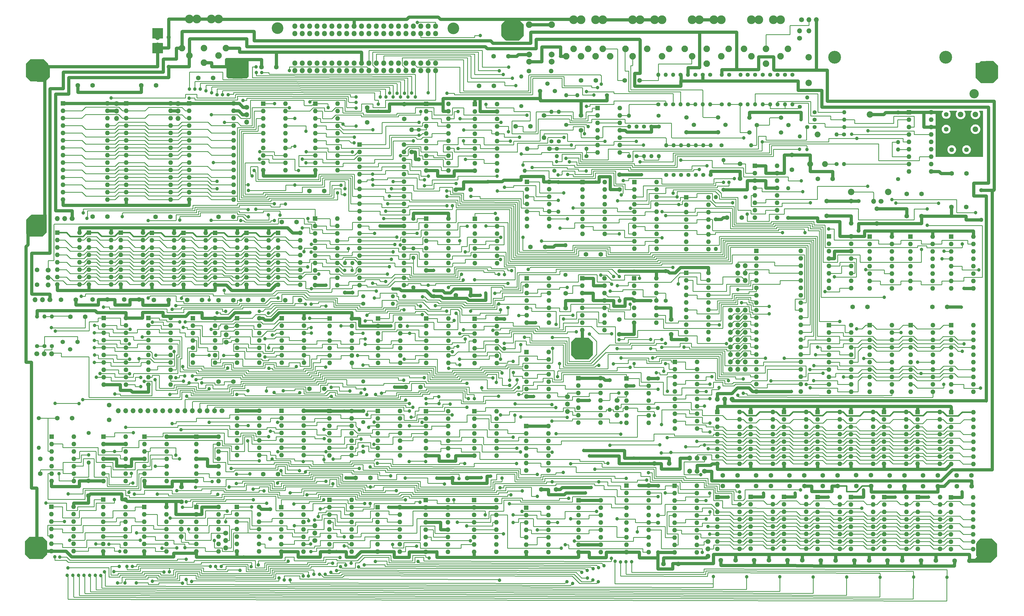
<source format=gbr>
%TF.GenerationSoftware,KiCad,Pcbnew,7.0.7*%
%TF.CreationDate,2023-11-10T01:55:57+00:00*%
%TF.ProjectId,lynx128,6c796e78-3132-4382-9e6b-696361645f70,rev?*%
%TF.SameCoordinates,Original*%
%TF.FileFunction,Copper,L1,Top*%
%TF.FilePolarity,Positive*%
%FSLAX46Y46*%
G04 Gerber Fmt 4.6, Leading zero omitted, Abs format (unit mm)*
G04 Created by KiCad (PCBNEW 7.0.7) date 2023-11-10 01:55:57*
%MOMM*%
%LPD*%
G01*
G04 APERTURE LIST*
G04 Aperture macros list*
%AMOutline5P*
0 Free polygon, 5 corners , with rotation*
0 The origin of the aperture is its center*
0 number of corners: always 5*
0 $1 to $10 corner X, Y*
0 $11 Rotation angle, in degrees counterclockwise*
0 create outline with 5 corners*
4,1,5,$1,$2,$3,$4,$5,$6,$7,$8,$9,$10,$1,$2,$11*%
%AMOutline6P*
0 Free polygon, 6 corners , with rotation*
0 The origin of the aperture is its center*
0 number of corners: always 6*
0 $1 to $12 corner X, Y*
0 $13 Rotation angle, in degrees counterclockwise*
0 create outline with 6 corners*
4,1,6,$1,$2,$3,$4,$5,$6,$7,$8,$9,$10,$11,$12,$1,$2,$13*%
%AMOutline7P*
0 Free polygon, 7 corners , with rotation*
0 The origin of the aperture is its center*
0 number of corners: always 7*
0 $1 to $14 corner X, Y*
0 $15 Rotation angle, in degrees counterclockwise*
0 create outline with 7 corners*
4,1,7,$1,$2,$3,$4,$5,$6,$7,$8,$9,$10,$11,$12,$13,$14,$1,$2,$15*%
%AMOutline8P*
0 Free polygon, 8 corners , with rotation*
0 The origin of the aperture is its center*
0 number of corners: always 8*
0 $1 to $16 corner X, Y*
0 $17 Rotation angle, in degrees counterclockwise*
0 create outline with 8 corners*
4,1,8,$1,$2,$3,$4,$5,$6,$7,$8,$9,$10,$11,$12,$13,$14,$15,$16,$1,$2,$17*%
G04 Aperture macros list end*
%TA.AperFunction,ComponentPad*%
%ADD10C,1.400000*%
%TD*%
%TA.AperFunction,ComponentPad*%
%ADD11O,1.400000X1.400000*%
%TD*%
%TA.AperFunction,ComponentPad*%
%ADD12C,1.600000*%
%TD*%
%TA.AperFunction,ComponentPad*%
%ADD13C,2.250000*%
%TD*%
%TA.AperFunction,ComponentPad*%
%ADD14C,3.000000*%
%TD*%
%TA.AperFunction,ComponentPad*%
%ADD15R,1.600000X1.600000*%
%TD*%
%TA.AperFunction,ComponentPad*%
%ADD16O,1.600000X1.600000*%
%TD*%
%TA.AperFunction,ComponentPad*%
%ADD17Outline8P,-3.500000X2.100000X-2.100000X3.500000X2.100000X3.500000X3.500000X2.100000X3.500000X-2.100000X2.100000X-3.500000X-2.100000X-3.500000X-3.500000X-2.100000X270.000000*%
%TD*%
%TA.AperFunction,ComponentPad*%
%ADD18Outline8P,-3.750000X2.250000X-2.250000X3.750000X2.250000X3.750000X3.750000X2.250000X3.750000X-2.250000X2.250000X-3.750000X-2.250000X-3.750000X-3.750000X-2.250000X270.000000*%
%TD*%
%TA.AperFunction,ComponentPad*%
%ADD19C,1.700000*%
%TD*%
%TA.AperFunction,ComponentPad*%
%ADD20O,1.700000X1.700000*%
%TD*%
%TA.AperFunction,ComponentPad*%
%ADD21O,1.800000X1.800000*%
%TD*%
%TA.AperFunction,ComponentPad*%
%ADD22C,1.500000*%
%TD*%
%TA.AperFunction,ComponentPad*%
%ADD23Outline8P,-3.450000X2.070000X-2.070000X3.450000X2.070000X3.450000X3.450000X2.070000X3.450000X-2.070000X2.070000X-3.450000X-2.070000X-3.450000X-3.450000X-2.070000X270.000000*%
%TD*%
%TA.AperFunction,ComponentPad*%
%ADD24C,4.000000*%
%TD*%
%TA.AperFunction,ComponentPad*%
%ADD25Outline8P,-3.800000X2.280000X-2.280000X3.800000X2.280000X3.800000X3.800000X2.280000X3.800000X-2.280000X2.280000X-3.800000X-2.280000X-3.800000X-3.800000X-2.280000X270.000000*%
%TD*%
%TA.AperFunction,ComponentPad*%
%ADD26O,1.900000X1.900000*%
%TD*%
%TA.AperFunction,ComponentPad*%
%ADD27C,1.900000*%
%TD*%
%TA.AperFunction,ComponentPad*%
%ADD28O,2.000000X2.000000*%
%TD*%
%TA.AperFunction,ComponentPad*%
%ADD29Outline8P,-2.800000X1.680000X-1.680000X2.800000X1.680000X2.800000X2.800000X1.680000X2.800000X-1.680000X1.680000X-2.800000X-1.680000X-2.800000X-2.800000X-1.680000X270.000000*%
%TD*%
%TA.AperFunction,ComponentPad*%
%ADD30C,3.200000*%
%TD*%
%TA.AperFunction,ComponentPad*%
%ADD31Outline8P,-3.700000X2.220000X-2.220000X3.700000X2.220000X3.700000X3.700000X2.220000X3.700000X-2.220000X2.220000X-3.700000X-2.220000X-3.700000X-3.700000X-2.220000X270.000000*%
%TD*%
%TA.AperFunction,ComponentPad*%
%ADD32C,2.200000*%
%TD*%
%TA.AperFunction,ComponentPad*%
%ADD33C,4.400000*%
%TD*%
%TA.AperFunction,ComponentPad*%
%ADD34C,2.000000*%
%TD*%
%TA.AperFunction,ComponentPad*%
%ADD35O,2.200000X2.200000*%
%TD*%
%TA.AperFunction,ViaPad*%
%ADD36C,1.200000*%
%TD*%
%TA.AperFunction,Conductor*%
%ADD37C,1.100000*%
%TD*%
%TA.AperFunction,Conductor*%
%ADD38C,0.250000*%
%TD*%
%TA.AperFunction,Conductor*%
%ADD39C,0.500000*%
%TD*%
G04 APERTURE END LIST*
D10*
%TO.P,R17,1*%
%TO.N,Net-(IC9D--)*%
X257890000Y-65120000D03*
D11*
%TO.P,R17,2*%
%TO.N,A{slash}D I{slash}P*%
X257890000Y-54960000D03*
%TD*%
D12*
%TO.P,C74,1*%
%TO.N,B2P8*%
X302170000Y-221580000D03*
%TO.P,C74,2*%
%TO.N,GND*%
X307250000Y-221580000D03*
%TD*%
D13*
%TO.P,SKT1,1,Pin_1*%
%TO.N,+12V*%
X94570000Y-45820000D03*
%TO.P,SKT1,2,Pin_2*%
%TO.N,-5V*%
X97070000Y-48320000D03*
%TO.P,SKT1,3,Pin_3*%
%TO.N,GND*%
X102070000Y-45820000D03*
%TO.P,SKT1,4,Pin_4*%
%TO.N,+5V*%
X107070000Y-48320000D03*
%TO.P,SKT1,5,Pin_5*%
X109570000Y-45820000D03*
%TO.P,SKT1,6,Pin_6*%
%TO.N,GND*%
X102070000Y-50820000D03*
D14*
%TO.P,SKT1,S,SHIELD*%
X97070000Y-35820000D03*
X99570000Y-35820000D03*
X104570000Y-35820000D03*
X107070000Y-35820000D03*
%TD*%
D12*
%TO.P,C14,1*%
%TO.N,+5V*%
X244570000Y-94350000D03*
%TO.P,C14,2*%
%TO.N,GND*%
X244570000Y-89270000D03*
%TD*%
D15*
%TO.P,IC26,1,Cx*%
%TO.N,GND*%
X290960000Y-86210000D03*
D16*
%TO.P,IC26,2,RxCx*%
%TO.N,Net-(IC26A-RxCx)*%
X290960000Y-88750000D03*
%TO.P,IC26,3,R*%
%TO.N,+5V*%
X290960000Y-91290000D03*
%TO.P,IC26,4,Clk+*%
%TO.N,Net-(IC26A-Clk+)*%
X290960000Y-93830000D03*
%TO.P,IC26,5,Clk-*%
%TO.N,1MHz*%
X290960000Y-96370000D03*
%TO.P,IC26,6,Q*%
%TO.N,Net-(IC10-CBF)*%
X290960000Y-98910000D03*
%TO.P,IC26,7,~{Q}*%
%TO.N,unconnected-(IC26A-~{Q}-Pad7)*%
X290960000Y-101450000D03*
%TO.P,IC26,8,VSS*%
%TO.N,GND*%
X290960000Y-103990000D03*
%TO.P,IC26,9,~{Q}*%
%TO.N,unconnected-(IC26B-~{Q}-Pad9)*%
X298580000Y-103990000D03*
%TO.P,IC26,10,Q*%
%TO.N,Net-(IC26B-Q)*%
X298580000Y-101450000D03*
%TO.P,IC26,11,Clk-*%
%TO.N,+5V*%
X298580000Y-98910000D03*
%TO.P,IC26,12,Clk+*%
%TO.N,VSYNC*%
X298580000Y-96370000D03*
%TO.P,IC26,13,R*%
%TO.N,+5V*%
X298580000Y-93830000D03*
%TO.P,IC26,14,RxCx*%
%TO.N,Net-(IC26B-RxCx)*%
X298580000Y-91290000D03*
%TO.P,IC26,15,Cx*%
%TO.N,GND*%
X298580000Y-88750000D03*
%TO.P,IC26,16,VDD*%
%TO.N,+5V*%
X298580000Y-86210000D03*
%TD*%
D12*
%TO.P,C5,1*%
%TO.N,+5V*%
X158070000Y-71250000D03*
%TO.P,C5,2*%
%TO.N,GND*%
X158070000Y-66170000D03*
%TD*%
D10*
%TO.P,R61,1*%
%TO.N,+5V*%
X173890000Y-104380000D03*
D11*
%TO.P,R61,2*%
%TO.N,~{RESET}*%
X173890000Y-114540000D03*
%TD*%
D12*
%TO.P,C18,1*%
%TO.N,Net-(D5-K)*%
X312580000Y-90710000D03*
%TO.P,C18,2*%
%TO.N,GND*%
X317660000Y-90710000D03*
%TD*%
D10*
%TO.P,R72,1*%
%TO.N,Net-(IC53-Pad9)*%
X62540000Y-177860000D03*
D11*
%TO.P,R72,2*%
%TO.N,Net-(C46-Pad1)*%
X62540000Y-188020000D03*
%TD*%
D10*
%TO.P,R33,1*%
%TO.N,RED*%
X301250000Y-54960000D03*
D11*
%TO.P,R33,2*%
%TO.N,Net-(TR5-C)*%
X301250000Y-65120000D03*
%TD*%
D17*
%TO.P,,0,GND*%
%TO.N,GND*%
X44700000Y-106760000D03*
%TD*%
D12*
%TO.P,C15,1*%
%TO.N,Net-(IC25-VCC)*%
X281350000Y-103980000D03*
%TO.P,C15,2*%
%TO.N,GND*%
X286430000Y-103980000D03*
%TD*%
D10*
%TO.P,R25,1*%
%TO.N,Net-(TR4-B)*%
X279640000Y-65120000D03*
D11*
%TO.P,R25,2*%
%TO.N,+12V*%
X279640000Y-54960000D03*
%TD*%
D12*
%TO.P,C43,1*%
%TO.N,+5V*%
X262240000Y-138910000D03*
%TO.P,C43,2*%
%TO.N,GND*%
X262240000Y-143990000D03*
%TD*%
%TO.P,C32,1*%
%TO.N,B1P8*%
X96300000Y-132270000D03*
%TO.P,C32,2*%
%TO.N,GND*%
X101380000Y-132270000D03*
%TD*%
D10*
%TO.P,R70,1*%
%TO.N,Net-(LK3-Pin_2)*%
X49890000Y-148110000D03*
D11*
%TO.P,R70,2*%
%TO.N,Net-(TR1-B)*%
X49890000Y-137950000D03*
%TD*%
D18*
%TO.P,,0,GND*%
%TO.N,GND*%
X231730000Y-148900000D03*
%TD*%
D10*
%TO.P,R57,1*%
%TO.N,+5V*%
X150410000Y-129700000D03*
D11*
%TO.P,R57,2*%
%TO.N,~{NMI}*%
X150410000Y-119540000D03*
%TD*%
D15*
%TO.P,IC69,1,VBB*%
%TO.N,B2P1*%
X335245000Y-170720000D03*
D16*
%TO.P,IC69,2,Din*%
%TO.N,/Bank Switching Decoding/RD2*%
X335245000Y-173260000D03*
%TO.P,IC69,3,~{WRITE}*%
%TO.N,~{VEWR}*%
X335245000Y-175800000D03*
%TO.P,IC69,4,~{RAS}*%
%TO.N,~{VRAS}*%
X335245000Y-178340000D03*
%TO.P,IC69,5,A0*%
%TO.N,/CRTC\u002C Buffers and Shift Registers/VA0*%
X335245000Y-180880000D03*
%TO.P,IC69,6,A2*%
%TO.N,/CRTC\u002C Buffers and Shift Registers/VA2*%
X335245000Y-183420000D03*
%TO.P,IC69,7,A1*%
%TO.N,/CRTC\u002C Buffers and Shift Registers/VA1*%
X335245000Y-185960000D03*
%TO.P,IC69,8,VCC*%
%TO.N,B2P8*%
X335245000Y-188500000D03*
%TO.P,IC69,9,A7*%
%TO.N,B2P9*%
X342865000Y-188500000D03*
%TO.P,IC69,10,A5*%
%TO.N,/CRTC\u002C Buffers and Shift Registers/VA5*%
X342865000Y-185960000D03*
%TO.P,IC69,11,A4*%
%TO.N,/CRTC\u002C Buffers and Shift Registers/VA4*%
X342865000Y-183420000D03*
%TO.P,IC69,12,A3*%
%TO.N,/CRTC\u002C Buffers and Shift Registers/VA3*%
X342865000Y-180880000D03*
%TO.P,IC69,13,A6*%
%TO.N,/CRTC\u002C Buffers and Shift Registers/VA6*%
X342865000Y-178340000D03*
%TO.P,IC69,14,Dout*%
%TO.N,/CRTC\u002C Buffers and Shift Registers/VOD2*%
X342865000Y-175800000D03*
%TO.P,IC69,15,~{CAS}*%
%TO.N,BANK2~{CAS}*%
X342865000Y-173260000D03*
%TO.P,IC69,16,GND*%
%TO.N,GND*%
X342865000Y-170720000D03*
%TD*%
D17*
%TO.P,,0,GND*%
%TO.N,GND*%
X207670000Y-39720000D03*
%TD*%
D10*
%TO.P,R18,1*%
%TO.N,Net-(IC23-Pad5)*%
X260430000Y-65120000D03*
D11*
%TO.P,R18,2*%
%TO.N,Net-(SKT3-Pin_5)*%
X260430000Y-54960000D03*
%TD*%
D12*
%TO.P,C79,1*%
%TO.N,B2P8*%
X359410000Y-221700000D03*
%TO.P,C79,2*%
%TO.N,GND*%
X364490000Y-221700000D03*
%TD*%
D10*
%TO.P,R45,1*%
%TO.N,+5V*%
X302390000Y-104030000D03*
D11*
%TO.P,R45,2*%
%TO.N,Net-(IC26B-RxCx)*%
X302390000Y-93870000D03*
%TD*%
D12*
%TO.P,C70,1*%
%TO.N,B2P8*%
X348640000Y-196140000D03*
%TO.P,C70,2*%
%TO.N,GND*%
X353720000Y-196140000D03*
%TD*%
D15*
%TO.P,IC86,1,VBB*%
%TO.N,B2P1*%
X278055000Y-199860000D03*
D16*
%TO.P,IC86,2,Din*%
%TO.N,/Bank Switching Decoding/RD7*%
X278055000Y-202400000D03*
%TO.P,IC86,3,~{WRITE}*%
%TO.N,~{VEWR}*%
X278055000Y-204940000D03*
%TO.P,IC86,4,~{RAS}*%
%TO.N,~{VRAS}*%
X278055000Y-207480000D03*
%TO.P,IC86,5,A0*%
%TO.N,/CRTC\u002C Buffers and Shift Registers/VA0*%
X278055000Y-210020000D03*
%TO.P,IC86,6,A2*%
%TO.N,/CRTC\u002C Buffers and Shift Registers/VA2*%
X278055000Y-212560000D03*
%TO.P,IC86,7,A1*%
%TO.N,/CRTC\u002C Buffers and Shift Registers/VA1*%
X278055000Y-215100000D03*
%TO.P,IC86,8,VCC*%
%TO.N,B2P8*%
X278055000Y-217640000D03*
%TO.P,IC86,9,A7*%
%TO.N,B3P9*%
X285675000Y-217640000D03*
%TO.P,IC86,10,A5*%
%TO.N,/CRTC\u002C Buffers and Shift Registers/VA5*%
X285675000Y-215100000D03*
%TO.P,IC86,11,A4*%
%TO.N,/CRTC\u002C Buffers and Shift Registers/VA4*%
X285675000Y-212560000D03*
%TO.P,IC86,12,A3*%
%TO.N,/CRTC\u002C Buffers and Shift Registers/VA3*%
X285675000Y-210020000D03*
%TO.P,IC86,13,A6*%
%TO.N,/CRTC\u002C Buffers and Shift Registers/VA6*%
X285675000Y-207480000D03*
%TO.P,IC86,14,Dout*%
%TO.N,/CRTC\u002C Buffers and Shift Registers/VOD7*%
X285675000Y-204940000D03*
%TO.P,IC86,15,~{CAS}*%
%TO.N,~{VCASII}*%
X285675000Y-202400000D03*
%TO.P,IC86,16,GND*%
%TO.N,GND*%
X285675000Y-199860000D03*
%TD*%
D15*
%TO.P,IC91,1,VBB*%
%TO.N,B2P1*%
X335300000Y-199920000D03*
D16*
%TO.P,IC91,2,Din*%
%TO.N,/Bank Switching Decoding/RD2*%
X335300000Y-202460000D03*
%TO.P,IC91,3,~{WRITE}*%
%TO.N,~{VEWR}*%
X335300000Y-205000000D03*
%TO.P,IC91,4,~{RAS}*%
%TO.N,~{VRAS}*%
X335300000Y-207540000D03*
%TO.P,IC91,5,A0*%
%TO.N,/CRTC\u002C Buffers and Shift Registers/VA0*%
X335300000Y-210080000D03*
%TO.P,IC91,6,A2*%
%TO.N,/CRTC\u002C Buffers and Shift Registers/VA2*%
X335300000Y-212620000D03*
%TO.P,IC91,7,A1*%
%TO.N,/CRTC\u002C Buffers and Shift Registers/VA1*%
X335300000Y-215160000D03*
%TO.P,IC91,8,VCC*%
%TO.N,B2P8*%
X335300000Y-217700000D03*
%TO.P,IC91,9,A7*%
%TO.N,B3P9*%
X342920000Y-217700000D03*
%TO.P,IC91,10,A5*%
%TO.N,/CRTC\u002C Buffers and Shift Registers/VA5*%
X342920000Y-215160000D03*
%TO.P,IC91,11,A4*%
%TO.N,/CRTC\u002C Buffers and Shift Registers/VA4*%
X342920000Y-212620000D03*
%TO.P,IC91,12,A3*%
%TO.N,/CRTC\u002C Buffers and Shift Registers/VA3*%
X342920000Y-210080000D03*
%TO.P,IC91,13,A6*%
%TO.N,/CRTC\u002C Buffers and Shift Registers/VA6*%
X342920000Y-207540000D03*
%TO.P,IC91,14,Dout*%
%TO.N,/CRTC\u002C Buffers and Shift Registers/VOD2*%
X342920000Y-205000000D03*
%TO.P,IC91,15,~{CAS}*%
%TO.N,~{VCASII}*%
X342920000Y-202460000D03*
%TO.P,IC91,16,GND*%
%TO.N,GND*%
X342920000Y-199920000D03*
%TD*%
D12*
%TO.P,C10,1*%
%TO.N,Net-(C10-Pad1)*%
X208950000Y-72630000D03*
%TO.P,C10,2*%
%TO.N,Net-(C10-Pad2)*%
X214030000Y-72630000D03*
%TD*%
%TO.P,C67,1*%
%TO.N,B2P8*%
X314280000Y-196090000D03*
%TO.P,C67,2*%
%TO.N,GND*%
X319360000Y-196090000D03*
%TD*%
D15*
%TO.P,IC67,1,VBB*%
%TO.N,B2P1*%
X312420000Y-170690000D03*
D16*
%TO.P,IC67,2,Din*%
%TO.N,/Bank Switching Decoding/RD4*%
X312420000Y-173230000D03*
%TO.P,IC67,3,~{WRITE}*%
%TO.N,~{VEWR}*%
X312420000Y-175770000D03*
%TO.P,IC67,4,~{RAS}*%
%TO.N,~{VRAS}*%
X312420000Y-178310000D03*
%TO.P,IC67,5,A0*%
%TO.N,/CRTC\u002C Buffers and Shift Registers/VA0*%
X312420000Y-180850000D03*
%TO.P,IC67,6,A2*%
%TO.N,/CRTC\u002C Buffers and Shift Registers/VA2*%
X312420000Y-183390000D03*
%TO.P,IC67,7,A1*%
%TO.N,/CRTC\u002C Buffers and Shift Registers/VA1*%
X312420000Y-185930000D03*
%TO.P,IC67,8,VCC*%
%TO.N,B2P8*%
X312420000Y-188470000D03*
%TO.P,IC67,9,A7*%
%TO.N,B2P9*%
X320040000Y-188470000D03*
%TO.P,IC67,10,A5*%
%TO.N,/CRTC\u002C Buffers and Shift Registers/VA5*%
X320040000Y-185930000D03*
%TO.P,IC67,11,A4*%
%TO.N,/CRTC\u002C Buffers and Shift Registers/VA4*%
X320040000Y-183390000D03*
%TO.P,IC67,12,A3*%
%TO.N,/CRTC\u002C Buffers and Shift Registers/VA3*%
X320040000Y-180850000D03*
%TO.P,IC67,13,A6*%
%TO.N,/CRTC\u002C Buffers and Shift Registers/VA6*%
X320040000Y-178310000D03*
%TO.P,IC67,14,Dout*%
%TO.N,/CRTC\u002C Buffers and Shift Registers/VOD4*%
X320040000Y-175770000D03*
%TO.P,IC67,15,~{CAS}*%
%TO.N,BANK2~{CAS}*%
X320040000Y-173230000D03*
%TO.P,IC67,16,GND*%
%TO.N,GND*%
X320040000Y-170690000D03*
%TD*%
D19*
%TO.P,LK18,1,Pin_1*%
%TO.N,\u00D81*%
X109550000Y-212210000D03*
D20*
%TO.P,LK18,2,Pin_2*%
%TO.N,6845E*%
X109550000Y-214750000D03*
%TO.P,LK18,3,Pin_3*%
%TO.N,Net-(LK18-Pin_3)*%
X109550000Y-217290000D03*
%TD*%
D12*
%TO.P,C59,1*%
%TO.N,B2P1*%
X314260000Y-192440000D03*
%TO.P,C59,2*%
%TO.N,GND*%
X319340000Y-192440000D03*
%TD*%
%TO.P,C20,1*%
%TO.N,Net-(IC10-CHROMA)*%
X348140000Y-95800000D03*
%TO.P,C20,2*%
%TO.N,Net-(C20-Pad2)*%
X343060000Y-95800000D03*
%TD*%
D15*
%TO.P,IC6,1,A11*%
%TO.N,/Bank Switching Decoding/A11*%
X155420000Y-78910000D03*
D16*
%TO.P,IC6,2,A12*%
%TO.N,/Bank Switching Decoding/A12*%
X155420000Y-81450000D03*
%TO.P,IC6,3,A13*%
%TO.N,/Bank Switching Decoding/A13*%
X155420000Y-83990000D03*
%TO.P,IC6,4,A14*%
%TO.N,/Bank Switching Decoding/A14*%
X155420000Y-86530000D03*
%TO.P,IC6,5,A15*%
%TO.N,/Bank Switching Decoding/A15*%
X155420000Y-89070000D03*
%TO.P,IC6,6,~{CLK}*%
%TO.N,\u00D81*%
X155420000Y-91610000D03*
%TO.P,IC6,7,D4*%
%TO.N,/CPU and ROM/D4*%
X155420000Y-94150000D03*
%TO.P,IC6,8,D3*%
%TO.N,/CPU and ROM/D3*%
X155420000Y-96690000D03*
%TO.P,IC6,9,D5*%
%TO.N,/CPU and ROM/D5*%
X155420000Y-99230000D03*
%TO.P,IC6,10,D6*%
%TO.N,/CPU and ROM/D6*%
X155420000Y-101770000D03*
%TO.P,IC6,11,VCC*%
%TO.N,+5V*%
X155420000Y-104310000D03*
%TO.P,IC6,12,D2*%
%TO.N,/CPU and ROM/D2*%
X155420000Y-106850000D03*
%TO.P,IC6,13,D7*%
%TO.N,/CPU and ROM/D7*%
X155420000Y-109390000D03*
%TO.P,IC6,14,D0*%
%TO.N,/CPU and ROM/D0*%
X155420000Y-111930000D03*
%TO.P,IC6,15,D1*%
%TO.N,/CPU and ROM/D1*%
X155420000Y-114470000D03*
%TO.P,IC6,16,~{INT}*%
%TO.N,~{INT}*%
X155420000Y-117010000D03*
%TO.P,IC6,17,~{NMI}*%
%TO.N,~{NMI}*%
X155420000Y-119550000D03*
%TO.P,IC6,18,~{HALT}*%
%TO.N,unconnected-(IC6-~{HALT}-Pad18)*%
X155420000Y-122090000D03*
%TO.P,IC6,19,~{MREQ}*%
%TO.N,~{UMREQ}*%
X155420000Y-124630000D03*
%TO.P,IC6,20,~{IORQ}*%
%TO.N,~{UIORQ}*%
X155420000Y-127170000D03*
%TO.P,IC6,21,~{RD}*%
%TO.N,~{URD}*%
X170660000Y-127170000D03*
%TO.P,IC6,22,~{WR}*%
%TO.N,~{UWR}*%
X170660000Y-124630000D03*
%TO.P,IC6,23,~{BUSACK}*%
%TO.N,unconnected-(IC6-~{BUSACK}-Pad23)*%
X170660000Y-122090000D03*
%TO.P,IC6,24,~{WAIT}*%
%TO.N,~{WAIT}*%
X170660000Y-119550000D03*
%TO.P,IC6,25,~{BUSRQ}*%
%TO.N,~{BUSRQ}*%
X170660000Y-117010000D03*
%TO.P,IC6,26,~{RESET}*%
%TO.N,~{RESET}*%
X170660000Y-114470000D03*
%TO.P,IC6,27,~{M1}*%
%TO.N,Net-(IC6-~{M1})*%
X170660000Y-111930000D03*
%TO.P,IC6,28,~{RFSH}*%
%TO.N,Net-(IC6-~{RFSH})*%
X170660000Y-109390000D03*
%TO.P,IC6,29,GND*%
%TO.N,GND*%
X170660000Y-106850000D03*
%TO.P,IC6,30,A0*%
%TO.N,/Bank Switching Decoding/A0*%
X170660000Y-104310000D03*
%TO.P,IC6,31,A1*%
%TO.N,/Bank Switching Decoding/A1*%
X170660000Y-101770000D03*
%TO.P,IC6,32,A2*%
%TO.N,/Bank Switching Decoding/A2*%
X170660000Y-99230000D03*
%TO.P,IC6,33,A3*%
%TO.N,/Bank Switching Decoding/A3*%
X170660000Y-96690000D03*
%TO.P,IC6,34,A4*%
%TO.N,/Bank Switching Decoding/A4*%
X170660000Y-94150000D03*
%TO.P,IC6,35,A5*%
%TO.N,/Bank Switching Decoding/A5*%
X170660000Y-91610000D03*
%TO.P,IC6,36,A6*%
%TO.N,/Bank Switching Decoding/A6*%
X170660000Y-89070000D03*
%TO.P,IC6,37,A7*%
%TO.N,/Bank Switching Decoding/A7*%
X170660000Y-86530000D03*
%TO.P,IC6,38,A8*%
%TO.N,/Bank Switching Decoding/A8*%
X170660000Y-83990000D03*
%TO.P,IC6,39,A9*%
%TO.N,/Bank Switching Decoding/A9*%
X170660000Y-81450000D03*
%TO.P,IC6,40,A10*%
%TO.N,/Bank Switching Decoding/A10*%
X170660000Y-78910000D03*
%TD*%
D10*
%TO.P,R55,1*%
%TO.N,Net-(IC10-LUMin)*%
X340020000Y-90760000D03*
D11*
%TO.P,R55,2*%
%TO.N,Net-(IC10-LUMout)*%
X340020000Y-80600000D03*
%TD*%
D19*
%TO.P,LK1,1,Pin_1*%
%TO.N,+12V*%
X49240000Y-132140000D03*
D20*
%TO.P,LK1,2,Pin_2*%
%TO.N,B1P8*%
X46700000Y-132140000D03*
%TO.P,LK1,3,Pin_3*%
%TO.N,+5V*%
X44160000Y-132140000D03*
%TD*%
D21*
%TO.P,PL2,1,Pin_1*%
%TO.N,/Bank Switching Decoding/RD0*%
X133230000Y-40790000D03*
%TO.P,PL2,2,Pin_2*%
%TO.N,/Bank Switching Decoding/RD1*%
X133230000Y-38250000D03*
%TO.P,PL2,3,Pin_3*%
%TO.N,/Bank Switching Decoding/RD2*%
X135770000Y-40790000D03*
%TO.P,PL2,4,Pin_4*%
%TO.N,/Bank Switching Decoding/RD3*%
X135770000Y-38250000D03*
%TO.P,PL2,5,Pin_5*%
%TO.N,/Bank Switching Decoding/RD4*%
X138310000Y-40790000D03*
%TO.P,PL2,6,Pin_6*%
%TO.N,/Bank Switching Decoding/RD5*%
X138310000Y-38250000D03*
%TO.P,PL2,7,Pin_7*%
%TO.N,/Bank Switching Decoding/RD6*%
X140850000Y-40790000D03*
%TO.P,PL2,8,Pin_8*%
%TO.N,/Bank Switching Decoding/RD7*%
X140850000Y-38250000D03*
%TO.P,PL2,9,Pin_9*%
%TO.N,/Bank Switching Decoding/RA0*%
X143390000Y-40790000D03*
%TO.P,PL2,10,Pin_10*%
%TO.N,/Bank Switching Decoding/RA1*%
X143390000Y-38250000D03*
%TO.P,PL2,11,Pin_11*%
%TO.N,/Bank Switching Decoding/RA2*%
X145930000Y-40790000D03*
%TO.P,PL2,12,Pin_12*%
%TO.N,/Bank Switching Decoding/RA3*%
X145930000Y-38250000D03*
%TO.P,PL2,13,Pin_13*%
%TO.N,/Bank Switching Decoding/RA4*%
X148470000Y-40790000D03*
%TO.P,PL2,14,Pin_14*%
%TO.N,/Bank Switching Decoding/RA5*%
X148470000Y-38250000D03*
%TO.P,PL2,15,Pin_15*%
%TO.N,/Bank Switching Decoding/RA6*%
X151010000Y-40790000D03*
%TO.P,PL2,16,Pin_16*%
%TO.N,/Bank Switching Decoding/RA7*%
X151010000Y-38250000D03*
%TO.P,PL2,17,Pin_17*%
%TO.N,GND*%
X153550000Y-40790000D03*
%TO.P,PL2,18,Pin_18*%
X153550000Y-38250000D03*
%TO.P,PL2,19,Pin_19*%
%TO.N,+5V*%
X156090000Y-40790000D03*
%TO.P,PL2,20,Pin_20*%
X156090000Y-38250000D03*
%TO.P,PL2,21,Pin_21*%
%TO.N,~{BEWR}*%
X158630000Y-40790000D03*
%TO.P,PL2,22,Pin_22*%
%TO.N,~{NMI}*%
X158630000Y-38250000D03*
%TO.P,PL2,23,Pin_23*%
%TO.N,~{INT}*%
X161170000Y-40790000D03*
%TO.P,PL2,24,Pin_24*%
%TO.N,~{RESET}*%
X161170000Y-38250000D03*
%TO.P,PL2,25,Pin_25*%
%TO.N,\u00D81*%
X163710000Y-40790000D03*
%TO.P,PL2,26,Pin_26*%
%TO.N,~{WAIT}*%
X163710000Y-38250000D03*
%TO.P,PL2,27,Pin_27*%
%TO.N,8MHz*%
X166250000Y-40790000D03*
%TO.P,PL2,28,Pin_28*%
%TO.N,~{RFSH}*%
X166250000Y-38250000D03*
%TO.P,PL2,29,Pin_29*%
%TO.N,~{MREQ}*%
X168790000Y-40790000D03*
%TO.P,PL2,30,Pin_30*%
%TO.N,~{WR}*%
X168790000Y-38250000D03*
%TO.P,PL2,31,Pin_31*%
%TO.N,~{IORQ}*%
X171330000Y-40790000D03*
%TO.P,PL2,32,Pin_32*%
%TO.N,~{M1}*%
X171330000Y-38250000D03*
%TO.P,PL2,33,Pin_33*%
%TO.N,~{RD}*%
X173870000Y-40790000D03*
%TO.P,PL2,34,Pin_34*%
%TO.N,XROMII*%
X173870000Y-38250000D03*
%TO.P,PL2,35,Pin_35*%
%TO.N,~{XPRES}*%
X176410000Y-40790000D03*
%TO.P,PL2,36,Pin_36*%
%TO.N,~{WREN4}*%
X176410000Y-38250000D03*
%TO.P,PL2,37,Pin_37*%
%TO.N,~{RDEN4}*%
X178950000Y-40790000D03*
%TO.P,PL2,38,Pin_38*%
%TO.N,XROMI*%
X178950000Y-38250000D03*
%TO.P,PL2,39,Pin_39*%
%TO.N,~{RAS}*%
X181490000Y-40790000D03*
%TO.P,PL2,40,Pin_40*%
%TO.N,BANK4~{CAS}*%
X181490000Y-38250000D03*
%TD*%
D10*
%TO.P,R2,1*%
%TO.N,Net-(IC24-Q4)*%
X210890000Y-65670000D03*
D11*
%TO.P,R2,2*%
%TO.N,Net-(TR3-B)*%
X210890000Y-55510000D03*
%TD*%
D12*
%TO.P,C41,1*%
%TO.N,+5V*%
X238110000Y-116580000D03*
%TO.P,C41,2*%
%TO.N,GND*%
X233030000Y-116580000D03*
%TD*%
D15*
%TO.P,IC12,1,VBB*%
%TO.N,B1P1*%
X62640000Y-109160000D03*
D16*
%TO.P,IC12,2,Din*%
%TO.N,/Bank Switching Decoding/RD6*%
X62640000Y-111700000D03*
%TO.P,IC12,3,~{WRITE}*%
%TO.N,~{BEWR}*%
X62640000Y-114240000D03*
%TO.P,IC12,4,~{RAS}*%
%TO.N,~{RAS}*%
X62640000Y-116780000D03*
%TO.P,IC12,5,A0*%
%TO.N,/Bank Switching Decoding/RA0*%
X62640000Y-119320000D03*
%TO.P,IC12,6,A2*%
%TO.N,/Bank Switching Decoding/RA2*%
X62640000Y-121860000D03*
%TO.P,IC12,7,A1*%
%TO.N,/Bank Switching Decoding/RA1*%
X62640000Y-124400000D03*
%TO.P,IC12,8,VCC*%
%TO.N,B1P8*%
X62640000Y-126940000D03*
%TO.P,IC12,9,A7*%
%TO.N,B1P9*%
X70260000Y-126940000D03*
%TO.P,IC12,10,A5*%
%TO.N,/Bank Switching Decoding/RA5*%
X70260000Y-124400000D03*
%TO.P,IC12,11,A4*%
%TO.N,/Bank Switching Decoding/RA4*%
X70260000Y-121860000D03*
%TO.P,IC12,12,A3*%
%TO.N,/Bank Switching Decoding/RA3*%
X70260000Y-119320000D03*
%TO.P,IC12,13,A6*%
%TO.N,/Bank Switching Decoding/RA6*%
X70260000Y-116780000D03*
%TO.P,IC12,14,Dout*%
%TO.N,/Bank Switching Decoding/RD6*%
X70260000Y-114240000D03*
%TO.P,IC12,15,~{CAS}*%
%TO.N,~{ICAS}*%
X70260000Y-111700000D03*
%TO.P,IC12,16,GND*%
%TO.N,GND*%
X70260000Y-109160000D03*
%TD*%
D12*
%TO.P,L1,1,1*%
%TO.N,Net-(IC10-Vp)*%
X332790000Y-106000000D03*
%TO.P,L1,2,2*%
%TO.N,Net-(C20-Pad2)*%
X332790000Y-100920000D03*
%TD*%
D22*
%TO.P,TR6,1,C*%
%TO.N,+5V*%
X289072500Y-69660000D03*
%TO.P,TR6,2,B*%
%TO.N,Net-(TR5-C)*%
X291612500Y-72200000D03*
%TO.P,TR6,3,E*%
%TO.N,Net-(TR6-E)*%
X289072500Y-74740000D03*
%TD*%
D15*
%TO.P,IC28,1,~{Mr}*%
%TO.N,~{RESET}*%
X83030000Y-138450000D03*
D16*
%TO.P,IC28,2,Q0*%
%TO.N,/Bank Switching Decoding/~{WREN1}*%
X83030000Y-140990000D03*
%TO.P,IC28,3,D0*%
%TO.N,/Bank Switching Decoding/RD7*%
X83030000Y-143530000D03*
%TO.P,IC28,4,D1*%
%TO.N,/Bank Switching Decoding/RD1*%
X83030000Y-146070000D03*
%TO.P,IC28,5,Q1*%
%TO.N,/Bank Switching Decoding/~{RDEN2}*%
X83030000Y-148610000D03*
%TO.P,IC28,6,Q2*%
%TO.N,COLSEL*%
X83030000Y-151150000D03*
%TO.P,IC28,7,D2*%
%TO.N,/Bank Switching Decoding/RD5*%
X83030000Y-153690000D03*
%TO.P,IC28,8,D3*%
%TO.N,/Bank Switching Decoding/RD3*%
X83030000Y-156230000D03*
%TO.P,IC28,9,Q3*%
%TO.N,~{RDEN0}*%
X83030000Y-158770000D03*
%TO.P,IC28,10,GND*%
%TO.N,GND*%
X83030000Y-161310000D03*
%TO.P,IC28,11,Cp*%
%TO.N,BANKLATCH*%
X90650000Y-161310000D03*
%TO.P,IC28,12,Q4*%
%TO.N,/Bank Switching Decoding/~{RDEN1}*%
X90650000Y-158770000D03*
%TO.P,IC28,13,D4*%
%TO.N,/Bank Switching Decoding/RD2*%
X90650000Y-156230000D03*
%TO.P,IC28,14,D5*%
%TO.N,/Bank Switching Decoding/RD4*%
X90650000Y-153690000D03*
%TO.P,IC28,15,Q5*%
%TO.N,~{WREN4}*%
X90650000Y-151150000D03*
%TO.P,IC28,16,Q6*%
%TO.N,/Bank Switching Decoding/~{WREN2}*%
X90650000Y-148610000D03*
%TO.P,IC28,17,D6*%
%TO.N,/Bank Switching Decoding/RD6*%
X90650000Y-146070000D03*
%TO.P,IC28,18,D7*%
%TO.N,/Bank Switching Decoding/RD0*%
X90650000Y-143530000D03*
%TO.P,IC28,19,Q7*%
%TO.N,~{RDEN4}*%
X90650000Y-140990000D03*
%TO.P,IC28,20,VCC*%
%TO.N,+5V*%
X90650000Y-138450000D03*
%TD*%
D19*
%TO.P,LK16,1,Pin_1*%
%TO.N,Net-(IC46A-C)*%
X226700000Y-165400000D03*
D20*
%TO.P,LK16,2,Pin_2*%
%TO.N,Net-(IC83-CP)*%
X226700000Y-167940000D03*
%TO.P,LK16,3,Pin_3*%
%TO.N,Net-(IC46A-D)*%
X226700000Y-170480000D03*
%TD*%
D15*
%TO.P,IC68,1,VBB*%
%TO.N,B2P1*%
X323890000Y-170720000D03*
D16*
%TO.P,IC68,2,Din*%
%TO.N,/Bank Switching Decoding/RD3*%
X323890000Y-173260000D03*
%TO.P,IC68,3,~{WRITE}*%
%TO.N,~{VEWR}*%
X323890000Y-175800000D03*
%TO.P,IC68,4,~{RAS}*%
%TO.N,~{VRAS}*%
X323890000Y-178340000D03*
%TO.P,IC68,5,A0*%
%TO.N,/CRTC\u002C Buffers and Shift Registers/VA0*%
X323890000Y-180880000D03*
%TO.P,IC68,6,A2*%
%TO.N,/CRTC\u002C Buffers and Shift Registers/VA2*%
X323890000Y-183420000D03*
%TO.P,IC68,7,A1*%
%TO.N,/CRTC\u002C Buffers and Shift Registers/VA1*%
X323890000Y-185960000D03*
%TO.P,IC68,8,VCC*%
%TO.N,B2P8*%
X323890000Y-188500000D03*
%TO.P,IC68,9,A7*%
%TO.N,B2P9*%
X331510000Y-188500000D03*
%TO.P,IC68,10,A5*%
%TO.N,/CRTC\u002C Buffers and Shift Registers/VA5*%
X331510000Y-185960000D03*
%TO.P,IC68,11,A4*%
%TO.N,/CRTC\u002C Buffers and Shift Registers/VA4*%
X331510000Y-183420000D03*
%TO.P,IC68,12,A3*%
%TO.N,/CRTC\u002C Buffers and Shift Registers/VA3*%
X331510000Y-180880000D03*
%TO.P,IC68,13,A6*%
%TO.N,/CRTC\u002C Buffers and Shift Registers/VA6*%
X331510000Y-178340000D03*
%TO.P,IC68,14,Dout*%
%TO.N,/CRTC\u002C Buffers and Shift Registers/VOD3*%
X331510000Y-175800000D03*
%TO.P,IC68,15,~{CAS}*%
%TO.N,BANK2~{CAS}*%
X331510000Y-173260000D03*
%TO.P,IC68,16,GND*%
%TO.N,GND*%
X331510000Y-170720000D03*
%TD*%
D12*
%TO.P,C28,1*%
%TO.N,B1P8*%
X63880000Y-132080000D03*
%TO.P,C28,2*%
%TO.N,GND*%
X68960000Y-132080000D03*
%TD*%
D15*
%TO.P,IC43,1,Ds*%
%TO.N,GND*%
X344320000Y-110460000D03*
D16*
%TO.P,IC43,2,A*%
%TO.N,Net-(IC43-A)*%
X344320000Y-113000000D03*
%TO.P,IC43,3,B*%
%TO.N,Net-(IC43-B)*%
X344320000Y-115540000D03*
%TO.P,IC43,4,C*%
%TO.N,Net-(IC43-C)*%
X344320000Y-118080000D03*
%TO.P,IC43,5,D*%
%TO.N,Net-(IC43-D)*%
X344320000Y-120620000D03*
%TO.P,IC43,6,CE*%
%TO.N,GND*%
X344320000Y-123160000D03*
%TO.P,IC43,7,Clk*%
%TO.N,DOTCLK*%
X344320000Y-125700000D03*
%TO.P,IC43,8,GND*%
%TO.N,GND*%
X344320000Y-128240000D03*
%TO.P,IC43,9,Clr*%
%TO.N,+5V*%
X351940000Y-128240000D03*
%TO.P,IC43,10,E*%
%TO.N,Net-(IC43-E)*%
X351940000Y-125700000D03*
%TO.P,IC43,11,F*%
%TO.N,Net-(IC43-F)*%
X351940000Y-123160000D03*
%TO.P,IC43,12,G*%
%TO.N,Net-(IC43-G)*%
X351940000Y-120620000D03*
%TO.P,IC43,13,Qh*%
%TO.N,GREEN*%
X351940000Y-118080000D03*
%TO.P,IC43,14,H*%
%TO.N,Net-(IC43-H)*%
X351940000Y-115540000D03*
%TO.P,IC43,15,PE*%
%TO.N,~{LOAD}*%
X351940000Y-113000000D03*
%TO.P,IC43,16,VCC*%
%TO.N,+5V*%
X351940000Y-110460000D03*
%TD*%
D15*
%TO.P,IC72,1*%
%TO.N,~{M1}*%
X49780000Y-203180000D03*
D16*
%TO.P,IC72,2*%
%TO.N,Net-(LK17-Pin_3)*%
X49780000Y-205720000D03*
%TO.P,IC72,3*%
%TO.N,\u00D81*%
X49780000Y-208260000D03*
%TO.P,IC72,4*%
%TO.N,Net-(IC73A-C)*%
X49780000Y-210800000D03*
%TO.P,IC72,5*%
%TO.N,~{UMREQ}*%
X49780000Y-213340000D03*
%TO.P,IC72,6*%
%TO.N,Net-(IC33B-~{R})*%
X49780000Y-215880000D03*
%TO.P,IC72,7,GND*%
%TO.N,GND*%
X49780000Y-218420000D03*
%TO.P,IC72,8*%
%TO.N,Net-(IC72-Pad8)*%
X57400000Y-218420000D03*
%TO.P,IC72,9*%
%TO.N,Net-(IC55A-~{Q})*%
X57400000Y-215880000D03*
%TO.P,IC72,10*%
%TO.N,unconnected-(IC72-Pad10)*%
X57400000Y-213340000D03*
%TO.P,IC72,11*%
%TO.N,unconnected-(IC72-Pad11)*%
X57400000Y-210800000D03*
%TO.P,IC72,12*%
%TO.N,unconnected-(IC72-Pad12)*%
X57400000Y-208260000D03*
%TO.P,IC72,13*%
%TO.N,unconnected-(IC72-Pad13)*%
X57400000Y-205720000D03*
%TO.P,IC72,14,VCC*%
%TO.N,+5V*%
X57400000Y-203180000D03*
%TD*%
D19*
%TO.P,LK19,1,Pin_1*%
%TO.N,Net-(LK19-Pin_1)*%
X109690000Y-146720000D03*
D20*
%TO.P,LK19,2,Pin_2*%
%TO.N,~{ROM1}*%
X109690000Y-144180000D03*
%TO.P,LK19,3,Pin_3*%
X109690000Y-141640000D03*
%TD*%
D12*
%TO.P,C12,1*%
%TO.N,GND*%
X231330000Y-68900000D03*
%TO.P,C12,2*%
%TO.N,Net-(IC9B-+)*%
X231330000Y-73980000D03*
%TD*%
%TO.P,C54,1*%
%TO.N,+5V*%
X187210000Y-193410000D03*
%TO.P,C54,2*%
%TO.N,GND*%
X192290000Y-193410000D03*
%TD*%
D15*
%TO.P,IC70,1,VBB*%
%TO.N,B2P1*%
X346790000Y-170700000D03*
D16*
%TO.P,IC70,2,Din*%
%TO.N,/Bank Switching Decoding/RD1*%
X346790000Y-173240000D03*
%TO.P,IC70,3,~{WRITE}*%
%TO.N,~{VEWR}*%
X346790000Y-175780000D03*
%TO.P,IC70,4,~{RAS}*%
%TO.N,~{VRAS}*%
X346790000Y-178320000D03*
%TO.P,IC70,5,A0*%
%TO.N,/CRTC\u002C Buffers and Shift Registers/VA0*%
X346790000Y-180860000D03*
%TO.P,IC70,6,A2*%
%TO.N,/CRTC\u002C Buffers and Shift Registers/VA2*%
X346790000Y-183400000D03*
%TO.P,IC70,7,A1*%
%TO.N,/CRTC\u002C Buffers and Shift Registers/VA1*%
X346790000Y-185940000D03*
%TO.P,IC70,8,VCC*%
%TO.N,B2P8*%
X346790000Y-188480000D03*
%TO.P,IC70,9,A7*%
%TO.N,B2P9*%
X354410000Y-188480000D03*
%TO.P,IC70,10,A5*%
%TO.N,/CRTC\u002C Buffers and Shift Registers/VA5*%
X354410000Y-185940000D03*
%TO.P,IC70,11,A4*%
%TO.N,/CRTC\u002C Buffers and Shift Registers/VA4*%
X354410000Y-183400000D03*
%TO.P,IC70,12,A3*%
%TO.N,/CRTC\u002C Buffers and Shift Registers/VA3*%
X354410000Y-180860000D03*
%TO.P,IC70,13,A6*%
%TO.N,/CRTC\u002C Buffers and Shift Registers/VA6*%
X354410000Y-178320000D03*
%TO.P,IC70,14,Dout*%
%TO.N,/CRTC\u002C Buffers and Shift Registers/VOD1*%
X354410000Y-175780000D03*
%TO.P,IC70,15,~{CAS}*%
%TO.N,BANK2~{CAS}*%
X354410000Y-173240000D03*
%TO.P,IC70,16,GND*%
%TO.N,GND*%
X354410000Y-170700000D03*
%TD*%
D15*
%TO.P,IC35,1*%
%TO.N,Net-(IC21B-Q3)*%
X194880000Y-138660000D03*
D16*
%TO.P,IC35,2*%
%TO.N,Net-(IC21B-Q2)*%
X194880000Y-141200000D03*
%TO.P,IC35,3*%
%TO.N,CAS*%
X194880000Y-143740000D03*
%TO.P,IC35,4*%
%TO.N,~{XPRES}*%
X194880000Y-146280000D03*
%TO.P,IC35,5*%
%TO.N,Net-(IC30-Pad6)*%
X194880000Y-148820000D03*
%TO.P,IC35,6*%
%TO.N,~{CAS}*%
X194880000Y-151360000D03*
%TO.P,IC35,7,GND*%
%TO.N,GND*%
X194880000Y-153900000D03*
%TO.P,IC35,8*%
%TO.N,~{EXTDBE}*%
X202500000Y-153900000D03*
%TO.P,IC35,9*%
%TO.N,~{VIDEOREADENABLE}*%
X202500000Y-151360000D03*
%TO.P,IC35,10*%
%TO.N,Net-(IC78B-O3)*%
X202500000Y-148820000D03*
%TO.P,IC35,11*%
%TO.N,Net-(IC30-Pad6)*%
X202500000Y-146280000D03*
%TO.P,IC35,12*%
%TO.N,Net-(IC23-Pad11)*%
X202500000Y-143740000D03*
%TO.P,IC35,13*%
%TO.N,Net-(IC21B-Q0)*%
X202500000Y-141200000D03*
%TO.P,IC35,14,VCC*%
%TO.N,+5V*%
X202500000Y-138660000D03*
%TD*%
D20*
%TO.P,LK21,1,Pin_1*%
%TO.N,GND*%
X306310000Y-39880000D03*
D19*
%TO.P,LK21,2,Pin_2*%
X306310000Y-42420000D03*
D20*
%TO.P,LK21,3,Pin_3*%
X309470000Y-39880000D03*
%TD*%
D10*
%TO.P,R19,1*%
%TO.N,Net-(IC23-Pad3)*%
X262970000Y-65120000D03*
D11*
%TO.P,R19,2*%
%TO.N,Net-(SKT3-Pin_3)*%
X262970000Y-54960000D03*
%TD*%
D15*
%TO.P,IC75,1*%
%TO.N,Net-(IC58-Pad4)*%
X99430000Y-203310000D03*
D16*
%TO.P,IC75,2*%
%TO.N,+5V*%
X99430000Y-205850000D03*
%TO.P,IC75,3*%
%TO.N,6MHz*%
X99430000Y-208390000D03*
%TO.P,IC75,4*%
%TO.N,~{D}*%
X99430000Y-210930000D03*
%TO.P,IC75,5*%
%TO.N,DOTCLK*%
X99430000Y-213470000D03*
%TO.P,IC75,6*%
%TO.N,ACCLK*%
X99430000Y-216010000D03*
%TO.P,IC75,7,GND*%
%TO.N,GND*%
X99430000Y-218550000D03*
%TO.P,IC75,8*%
%TO.N,~{CRTCSEL}*%
X107050000Y-218550000D03*
%TO.P,IC75,9*%
%TO.N,Net-(IC78A-O3)*%
X107050000Y-216010000D03*
%TO.P,IC75,10*%
%TO.N,Net-(IC78B-O3)*%
X107050000Y-213470000D03*
%TO.P,IC75,11*%
%TO.N,Net-(IC34-Pad1)*%
X107050000Y-210930000D03*
%TO.P,IC75,12*%
%TO.N,CPUACC*%
X107050000Y-208390000D03*
%TO.P,IC75,13*%
%TO.N,Net-(IC34-Pad3)*%
X107050000Y-205850000D03*
%TO.P,IC75,14,VCC*%
%TO.N,+5V*%
X107050000Y-203310000D03*
%TD*%
D15*
%TO.P,IC46,1,~{R}*%
%TO.N,+5V*%
X230460000Y-159080000D03*
D16*
%TO.P,IC46,2,D*%
%TO.N,Net-(IC46A-D)*%
X230460000Y-161620000D03*
%TO.P,IC46,3,C*%
%TO.N,Net-(IC46A-C)*%
X230460000Y-164160000D03*
%TO.P,IC46,4,~{S}*%
%TO.N,+5V*%
X230460000Y-166700000D03*
%TO.P,IC46,5,Q*%
%TO.N,unconnected-(IC46A-Q-Pad5)*%
X230460000Y-169240000D03*
%TO.P,IC46,6,~{Q}*%
%TO.N,Net-(IC46A-D)*%
X230460000Y-171780000D03*
%TO.P,IC46,7,GND*%
%TO.N,GND*%
X230460000Y-174320000D03*
%TO.P,IC46,8,~{Q}*%
%TO.N,~{VCMUX}*%
X238080000Y-174320000D03*
%TO.P,IC46,9,Q*%
%TO.N,~{VRMUX}*%
X238080000Y-171780000D03*
%TO.P,IC46,10,~{S}*%
%TO.N,~{SYNCCPUACC}*%
X238080000Y-169240000D03*
%TO.P,IC46,11,C*%
%TO.N,DOTCLK*%
X238080000Y-166700000D03*
%TO.P,IC46,12,D*%
%TO.N,CCLK*%
X238080000Y-164160000D03*
%TO.P,IC46,13,~{R}*%
%TO.N,~{SYNCCPUACC}*%
X238080000Y-161620000D03*
%TO.P,IC46,14,VCC*%
%TO.N,+5V*%
X238080000Y-159080000D03*
%TD*%
D12*
%TO.P,C73,1*%
%TO.N,B2P8*%
X290740000Y-221580000D03*
%TO.P,C73,2*%
%TO.N,GND*%
X295820000Y-221580000D03*
%TD*%
D10*
%TO.P,R10,1*%
%TO.N,GND*%
X240260000Y-61990000D03*
D11*
%TO.P,R10,2*%
%TO.N,Net-(SKT2-Pin_1)*%
X230100000Y-61990000D03*
%TD*%
D12*
%TO.P,XL1,1,1*%
%TO.N,Net-(IC53-Pad9)*%
X45960000Y-191860000D03*
%TO.P,XL1,2,2*%
%TO.N,Net-(IC53-Pad4)*%
X45960000Y-186780000D03*
%TD*%
%TO.P,C21,1*%
%TO.N,Net-(C20-Pad2)*%
X343060000Y-103440000D03*
%TO.P,C21,2*%
%TO.N,Net-(IC10-Vp)*%
X348140000Y-103440000D03*
%TD*%
D23*
%TO.P,,0,GND*%
%TO.N,GND*%
X370290000Y-217910000D03*
%TD*%
D15*
%TO.P,IC15,1,VBB*%
%TO.N,B1P1*%
X95050000Y-109220000D03*
D16*
%TO.P,IC15,2,Din*%
%TO.N,/Bank Switching Decoding/RD3*%
X95050000Y-111760000D03*
%TO.P,IC15,3,~{WRITE}*%
%TO.N,~{BEWR}*%
X95050000Y-114300000D03*
%TO.P,IC15,4,~{RAS}*%
%TO.N,~{RAS}*%
X95050000Y-116840000D03*
%TO.P,IC15,5,A0*%
%TO.N,/Bank Switching Decoding/RA0*%
X95050000Y-119380000D03*
%TO.P,IC15,6,A2*%
%TO.N,/Bank Switching Decoding/RA2*%
X95050000Y-121920000D03*
%TO.P,IC15,7,A1*%
%TO.N,/Bank Switching Decoding/RA1*%
X95050000Y-124460000D03*
%TO.P,IC15,8,VCC*%
%TO.N,B1P8*%
X95050000Y-127000000D03*
%TO.P,IC15,9,A7*%
%TO.N,B1P9*%
X102670000Y-127000000D03*
%TO.P,IC15,10,A5*%
%TO.N,/Bank Switching Decoding/RA5*%
X102670000Y-124460000D03*
%TO.P,IC15,11,A4*%
%TO.N,/Bank Switching Decoding/RA4*%
X102670000Y-121920000D03*
%TO.P,IC15,12,A3*%
%TO.N,/Bank Switching Decoding/RA3*%
X102670000Y-119380000D03*
%TO.P,IC15,13,A6*%
%TO.N,/Bank Switching Decoding/RA6*%
X102670000Y-116840000D03*
%TO.P,IC15,14,Dout*%
%TO.N,/Bank Switching Decoding/RD3*%
X102670000Y-114300000D03*
%TO.P,IC15,15,~{CAS}*%
%TO.N,~{ICAS}*%
X102670000Y-111760000D03*
%TO.P,IC15,16,GND*%
%TO.N,GND*%
X102670000Y-109220000D03*
%TD*%
D10*
%TO.P,R68,1*%
%TO.N,Net-(TR1-E)*%
X44810000Y-148110000D03*
D11*
%TO.P,R68,2*%
%TO.N,+5V*%
X44810000Y-137950000D03*
%TD*%
D12*
%TO.P,C50,1*%
%TO.N,+5V*%
X62480000Y-199420000D03*
%TO.P,C50,2*%
%TO.N,GND*%
X62480000Y-194340000D03*
%TD*%
D10*
%TO.P,R24,1*%
%TO.N,Net-(IC22-Pad6)*%
X275670000Y-54960000D03*
D11*
%TO.P,R24,2*%
%TO.N,Net-(TR4-B)*%
X275670000Y-65120000D03*
%TD*%
D10*
%TO.P,R69,1*%
%TO.N,Net-(TR1-E)*%
X47350000Y-148110000D03*
D11*
%TO.P,R69,2*%
%TO.N,Net-(TR1-B)*%
X47350000Y-137950000D03*
%TD*%
D15*
%TO.P,IC23,1,VCC*%
%TO.N,+5V*%
X231875000Y-91770000D03*
D16*
%TO.P,IC23,2*%
%TO.N,Net-(IC23-Pad2)*%
X231875000Y-94310000D03*
%TO.P,IC23,3*%
%TO.N,Net-(IC23-Pad3)*%
X231875000Y-96850000D03*
%TO.P,IC23,4*%
%TO.N,Net-(IC23-Pad4)*%
X231875000Y-99390000D03*
%TO.P,IC23,5*%
%TO.N,Net-(IC23-Pad5)*%
X231875000Y-101930000D03*
%TO.P,IC23,6*%
%TO.N,Net-(D3-A)*%
X231875000Y-104470000D03*
%TO.P,IC23,7*%
%TO.N,Net-(IC24-Q5)*%
X231875000Y-107010000D03*
%TO.P,IC23,8,VSS*%
%TO.N,GND*%
X231875000Y-109550000D03*
%TO.P,IC23,9*%
%TO.N,Net-(IC24-Q7)*%
X239495000Y-109550000D03*
%TO.P,IC23,10*%
%TO.N,Net-(D4-A)*%
X239495000Y-107010000D03*
%TO.P,IC23,11*%
%TO.N,Net-(IC23-Pad11)*%
X239495000Y-104470000D03*
%TO.P,IC23,12*%
%TO.N,Net-(IC21B-MR)*%
X239495000Y-101930000D03*
%TO.P,IC23,13*%
%TO.N,N/C*%
X239495000Y-99390000D03*
%TO.P,IC23,14*%
%TO.N,unconnected-(IC23-Pad14)*%
X239495000Y-96850000D03*
%TO.P,IC23,15*%
%TO.N,unconnected-(IC23-Pad15)*%
X239495000Y-94310000D03*
%TO.P,IC23,16*%
%TO.N,N/C*%
X239495000Y-91770000D03*
%TD*%
D15*
%TO.P,IC52,1,~{Mr}*%
%TO.N,VCLR*%
X358260000Y-140880000D03*
D16*
%TO.P,IC52,2,Q0*%
%TO.N,Net-(IC44-A)*%
X358260000Y-143420000D03*
%TO.P,IC52,3,D0*%
%TO.N,/CRTC\u002C Buffers and Shift Registers/VOD0*%
X358260000Y-145960000D03*
%TO.P,IC52,4,D1*%
%TO.N,/CRTC\u002C Buffers and Shift Registers/VOD1*%
X358260000Y-148500000D03*
%TO.P,IC52,5,Q1*%
%TO.N,Net-(IC44-B)*%
X358260000Y-151040000D03*
%TO.P,IC52,6,Q2*%
%TO.N,Net-(IC44-C)*%
X358260000Y-153580000D03*
%TO.P,IC52,7,D2*%
%TO.N,/CRTC\u002C Buffers and Shift Registers/VOD2*%
X358260000Y-156120000D03*
%TO.P,IC52,8,D3*%
%TO.N,/CRTC\u002C Buffers and Shift Registers/VOD5*%
X358260000Y-158660000D03*
%TO.P,IC52,9,Q3*%
%TO.N,Net-(IC44-F)*%
X358260000Y-161200000D03*
%TO.P,IC52,10,GND*%
%TO.N,GND*%
X358260000Y-163740000D03*
%TO.P,IC52,11,Cp*%
%TO.N,~{VCASII}*%
X365880000Y-163740000D03*
%TO.P,IC52,12,Q4*%
%TO.N,Net-(IC44-E)*%
X365880000Y-161200000D03*
%TO.P,IC52,13,D4*%
%TO.N,/CRTC\u002C Buffers and Shift Registers/VOD4*%
X365880000Y-158660000D03*
%TO.P,IC52,14,D5*%
%TO.N,/CRTC\u002C Buffers and Shift Registers/VOD3*%
X365880000Y-156120000D03*
%TO.P,IC52,15,Q5*%
%TO.N,Net-(IC44-D)*%
X365880000Y-153580000D03*
%TO.P,IC52,16,Q6*%
%TO.N,Net-(IC44-G)*%
X365880000Y-151040000D03*
%TO.P,IC52,17,D6*%
%TO.N,/CRTC\u002C Buffers and Shift Registers/VOD6*%
X365880000Y-148500000D03*
%TO.P,IC52,18,D7*%
%TO.N,/CRTC\u002C Buffers and Shift Registers/VOD7*%
X365880000Y-145960000D03*
%TO.P,IC52,19,Q7*%
%TO.N,Net-(IC44-H)*%
X365880000Y-143420000D03*
%TO.P,IC52,20,VCC*%
%TO.N,+5V*%
X365880000Y-140880000D03*
%TD*%
D12*
%TO.P,C76,1*%
%TO.N,B2P8*%
X325080000Y-221640000D03*
%TO.P,C76,2*%
%TO.N,GND*%
X330160000Y-221640000D03*
%TD*%
D19*
%TO.P,LK5,1,Pin_1*%
%TO.N,+5V*%
X72120000Y-64805000D03*
D20*
%TO.P,LK5,2,Pin_2*%
X72120000Y-67345000D03*
%TO.P,LK5,3,Pin_3*%
%TO.N,GND*%
X72120000Y-69885000D03*
%TD*%
D22*
%TO.P,TR3,1,E*%
%TO.N,GND*%
X217300000Y-60567500D03*
%TO.P,TR3,2,B*%
%TO.N,Net-(TR3-B)*%
X219840000Y-58027500D03*
%TO.P,TR3,3,C*%
%TO.N,Net-(D8-A)*%
X222380000Y-60567500D03*
%TD*%
D24*
%TO.P,,0,GND*%
%TO.N,N/C*%
X127330000Y-38940000D03*
%TD*%
D10*
%TO.P,R35,1*%
%TO.N,Net-(IC25-Q0)*%
X260540000Y-89330000D03*
D11*
%TO.P,R35,2*%
%TO.N,Net-(IC9C-+)*%
X260540000Y-79170000D03*
%TD*%
D12*
%TO.P,C75,1*%
%TO.N,B2P8*%
X313570000Y-221610000D03*
%TO.P,C75,2*%
%TO.N,GND*%
X318650000Y-221610000D03*
%TD*%
%TO.P,C51,1*%
%TO.N,+5V*%
X94320000Y-201520000D03*
%TO.P,C51,2*%
%TO.N,GND*%
X94320000Y-196440000D03*
%TD*%
%TO.P,C8,1*%
%TO.N,+5V*%
X201450000Y-58760000D03*
%TO.P,C8,2*%
%TO.N,GND*%
X196370000Y-58760000D03*
%TD*%
D19*
%TO.P,LK3,1,Pin_1*%
%TO.N,6MHz*%
X44780000Y-150680000D03*
D20*
%TO.P,LK3,2,Pin_2*%
%TO.N,Net-(LK3-Pin_2)*%
X47320000Y-150680000D03*
%TO.P,LK3,3,Pin_3*%
%TO.N,4MHz*%
X49860000Y-150680000D03*
%TD*%
D15*
%TO.P,IC22,1*%
%TO.N,Net-(IC22-Pad1)*%
X212800000Y-91690000D03*
D16*
%TO.P,IC22,2*%
%TO.N,COLB*%
X212800000Y-94230000D03*
%TO.P,IC22,3*%
%TO.N,Net-(IC37B-Q)*%
X212800000Y-96770000D03*
%TO.P,IC22,4*%
%TO.N,~{INT}*%
X212800000Y-99310000D03*
%TO.P,IC22,5*%
%TO.N,Net-(IC24-Q6)*%
X212800000Y-101850000D03*
%TO.P,IC22,6*%
%TO.N,Net-(IC22-Pad6)*%
X212800000Y-104390000D03*
%TO.P,IC22,7,GND*%
%TO.N,GND*%
X212800000Y-106930000D03*
%TO.P,IC22,8*%
%TO.N,Net-(IC22-Pad8)*%
X220420000Y-106930000D03*
%TO.P,IC22,9*%
%TO.N,Net-(IC24-Q0)*%
X220420000Y-104390000D03*
%TO.P,IC22,10*%
%TO.N,Net-(IC56B-~{R})*%
X220420000Y-101850000D03*
%TO.P,IC22,11*%
%TO.N,Net-(IC22-Pad11)*%
X220420000Y-99310000D03*
%TO.P,IC22,12*%
%TO.N,~{NMI}*%
X220420000Y-96770000D03*
%TO.P,IC22,13*%
%TO.N,Net-(IC22-Pad13)*%
X220420000Y-94230000D03*
%TO.P,IC22,14,VCC*%
%TO.N,+5V*%
X220420000Y-91690000D03*
%TD*%
D15*
%TO.P,IC5,1,OEa*%
%TO.N,~{CMUX}*%
X140220000Y-64840000D03*
D16*
%TO.P,IC5,2,I0a*%
%TO.N,/CPU and ROM/KBA0*%
X140220000Y-67380000D03*
%TO.P,IC5,3,O3b*%
%TO.N,/Bank Switching Decoding/RA7*%
X140220000Y-69920000D03*
%TO.P,IC5,4,I1a*%
%TO.N,/CPU and ROM/KBA1*%
X140220000Y-72460000D03*
%TO.P,IC5,5,O2b*%
%TO.N,/Bank Switching Decoding/RA6*%
X140220000Y-75000000D03*
%TO.P,IC5,6,I2a*%
%TO.N,/CPU and ROM/KBA2*%
X140220000Y-77540000D03*
%TO.P,IC5,7,O1b*%
%TO.N,/Bank Switching Decoding/RA5*%
X140220000Y-80080000D03*
%TO.P,IC5,8,I3a*%
%TO.N,/CPU and ROM/KBA3*%
X140220000Y-82620000D03*
%TO.P,IC5,9,O0b*%
%TO.N,/Bank Switching Decoding/RA0*%
X140220000Y-85160000D03*
%TO.P,IC5,10,GND*%
%TO.N,GND*%
X140220000Y-87700000D03*
%TO.P,IC5,11,I0b*%
%TO.N,/Bank Switching Decoding/A7*%
X147840000Y-87700000D03*
%TO.P,IC5,12,O3a*%
%TO.N,/Bank Switching Decoding/RA4*%
X147840000Y-85160000D03*
%TO.P,IC5,13,I1b*%
%TO.N,/Bank Switching Decoding/A12*%
X147840000Y-82620000D03*
%TO.P,IC5,14,O2a*%
%TO.N,/Bank Switching Decoding/RA3*%
X147840000Y-80080000D03*
%TO.P,IC5,15,I2b*%
%TO.N,/Bank Switching Decoding/A14*%
X147840000Y-77540000D03*
%TO.P,IC5,16,O1a*%
%TO.N,/Bank Switching Decoding/RA2*%
X147840000Y-75000000D03*
%TO.P,IC5,17,I3b*%
%TO.N,/Bank Switching Decoding/A15*%
X147840000Y-72460000D03*
%TO.P,IC5,18,O0a*%
%TO.N,/Bank Switching Decoding/RA1*%
X147840000Y-69920000D03*
%TO.P,IC5,19,OEb*%
%TO.N,~{CMUX}*%
X147840000Y-67380000D03*
%TO.P,IC5,20,VCC*%
%TO.N,+5V*%
X147840000Y-64840000D03*
%TD*%
D15*
%TO.P,IC4,1,A->B*%
%TO.N,~{RD}*%
X122410000Y-64850000D03*
D16*
%TO.P,IC4,2,A0*%
%TO.N,/CPU and ROM/D2*%
X122410000Y-67390000D03*
%TO.P,IC4,3,A1*%
%TO.N,/CPU and ROM/D7*%
X122410000Y-69930000D03*
%TO.P,IC4,4,A2*%
%TO.N,/CPU and ROM/D0*%
X122410000Y-72470000D03*
%TO.P,IC4,5,A3*%
%TO.N,/CPU and ROM/D1*%
X122410000Y-75010000D03*
%TO.P,IC4,6,A4*%
%TO.N,/CPU and ROM/D4*%
X122410000Y-77550000D03*
%TO.P,IC4,7,A5*%
%TO.N,/CPU and ROM/D3*%
X122410000Y-80090000D03*
%TO.P,IC4,8,A6*%
%TO.N,/CPU and ROM/D5*%
X122410000Y-82630000D03*
%TO.P,IC4,9,A7*%
%TO.N,/CPU and ROM/D6*%
X122410000Y-85170000D03*
%TO.P,IC4,10,GND*%
%TO.N,GND*%
X122410000Y-87710000D03*
%TO.P,IC4,11,B7*%
%TO.N,/Bank Switching Decoding/RD6*%
X130030000Y-87710000D03*
%TO.P,IC4,12,B6*%
%TO.N,/Bank Switching Decoding/RD5*%
X130030000Y-85170000D03*
%TO.P,IC4,13,B5*%
%TO.N,/Bank Switching Decoding/RD3*%
X130030000Y-82630000D03*
%TO.P,IC4,14,B4*%
%TO.N,/Bank Switching Decoding/RD4*%
X130030000Y-80090000D03*
%TO.P,IC4,15,B3*%
%TO.N,/Bank Switching Decoding/RD1*%
X130030000Y-77550000D03*
%TO.P,IC4,16,B2*%
%TO.N,/Bank Switching Decoding/RD0*%
X130030000Y-75010000D03*
%TO.P,IC4,17,B1*%
%TO.N,/Bank Switching Decoding/RD7*%
X130030000Y-72470000D03*
%TO.P,IC4,18,B0*%
%TO.N,/Bank Switching Decoding/RD2*%
X130030000Y-69930000D03*
%TO.P,IC4,19,CE*%
%TO.N,~{EXTDBE}*%
X130030000Y-67390000D03*
%TO.P,IC4,20,VCC*%
%TO.N,+5V*%
X130030000Y-64850000D03*
%TD*%
D19*
%TO.P,LK10,1,Pin_1*%
%TO.N,/CRTC\u002C Buffers and Shift Registers/VA7*%
X273705000Y-186550000D03*
D20*
%TO.P,LK10,2,Pin_2*%
%TO.N,B2P9*%
X271165000Y-186550000D03*
%TO.P,LK10,3,Pin_3*%
%TO.N,+5V*%
X268625000Y-186550000D03*
%TD*%
D15*
%TO.P,IC54,1,~{R}*%
%TO.N,Net-(IC54A-~{R})*%
X67620000Y-179110000D03*
D16*
%TO.P,IC54,2,D*%
%TO.N,+5V*%
X67620000Y-181650000D03*
%TO.P,IC54,3,C*%
%TO.N,~{M1}*%
X67620000Y-184190000D03*
%TO.P,IC54,4,~{S}*%
%TO.N,+5V*%
X67620000Y-186730000D03*
%TO.P,IC54,5,Q*%
%TO.N,SYNCLK*%
X67620000Y-189270000D03*
%TO.P,IC54,6,~{Q}*%
%TO.N,Net-(IC54A-~{Q})*%
X67620000Y-191810000D03*
%TO.P,IC54,7,GND*%
%TO.N,GND*%
X67620000Y-194350000D03*
%TO.P,IC54,8,~{Q}*%
%TO.N,Net-(IC54A-~{R})*%
X75240000Y-194350000D03*
%TO.P,IC54,9,Q*%
%TO.N,SSCLK*%
X75240000Y-191810000D03*
%TO.P,IC54,10,~{S}*%
%TO.N,+5V*%
X75240000Y-189270000D03*
%TO.P,IC54,11,C*%
%TO.N,\u00D81*%
X75240000Y-186730000D03*
%TO.P,IC54,12,D*%
%TO.N,SYNCLK*%
X75240000Y-184190000D03*
%TO.P,IC54,13,~{R}*%
%TO.N,+5V*%
X75240000Y-181650000D03*
%TO.P,IC54,14,VCC*%
X75240000Y-179110000D03*
%TD*%
D15*
%TO.P,IC59,1*%
%TO.N,+5V*%
X145110000Y-170340000D03*
D16*
%TO.P,IC59,2*%
%TO.N,Net-(IC59-Pad2)*%
X145110000Y-172880000D03*
%TO.P,IC59,3*%
%TO.N,~{RESET}*%
X145110000Y-175420000D03*
%TO.P,IC59,4*%
%TO.N,Net-(IC58-Pad5)*%
X145110000Y-177960000D03*
%TO.P,IC59,5*%
%TO.N,Net-(IC58-Pad8)*%
X145110000Y-180500000D03*
%TO.P,IC59,6*%
%TO.N,Net-(IC47-Pad1)*%
X145110000Y-183040000D03*
%TO.P,IC59,7,GND*%
%TO.N,GND*%
X145110000Y-185580000D03*
%TO.P,IC59,8*%
%TO.N,Net-(IC59-Pad8)*%
X152730000Y-185580000D03*
%TO.P,IC59,9*%
%TO.N,Net-(IC73A-Q)*%
X152730000Y-183040000D03*
%TO.P,IC59,10*%
%TO.N,Net-(IC73B-Q)*%
X152730000Y-180500000D03*
%TO.P,IC59,11*%
%TO.N,Net-(IC55B-~{S})*%
X152730000Y-177960000D03*
%TO.P,IC59,12*%
%TO.N,Net-(IC33B-~{R})*%
X152730000Y-175420000D03*
%TO.P,IC59,13*%
%TO.N,~{RFSH}*%
X152730000Y-172880000D03*
%TO.P,IC59,14,VCC*%
%TO.N,+5V*%
X152730000Y-170340000D03*
%TD*%
D10*
%TO.P,R15,1*%
%TO.N,GND*%
X255460000Y-72760000D03*
D11*
%TO.P,R15,2*%
%TO.N,Net-(IC9C--)*%
X255460000Y-82920000D03*
%TD*%
D25*
%TO.P,,0,GND*%
%TO.N,GND*%
X44820000Y-53440000D03*
%TD*%
D10*
%TO.P,R12,1*%
%TO.N,Net-(IC9A-+)*%
X247840000Y-82920000D03*
D11*
%TO.P,R12,2*%
%TO.N,Net-(IC9B-+)*%
X247840000Y-72760000D03*
%TD*%
D15*
%TO.P,IC40,1,Vss*%
%TO.N,GND*%
X291500000Y-115420000D03*
D16*
%TO.P,IC40,2,~{RESET}*%
%TO.N,~{RESET}*%
X291500000Y-117960000D03*
%TO.P,IC40,3,LPSTB*%
%TO.N,LPSTB*%
X291500000Y-120500000D03*
%TO.P,IC40,4,MA0*%
%TO.N,Net-(IC39-I0a)*%
X291500000Y-123040000D03*
%TO.P,IC40,5,MA1*%
%TO.N,Net-(IC39-I3b)*%
X291500000Y-125580000D03*
%TO.P,IC40,6,MA2*%
%TO.N,Net-(IC39-I1a)*%
X291500000Y-128120000D03*
%TO.P,IC40,7,MA3*%
%TO.N,Net-(IC39-I2b)*%
X291500000Y-130660000D03*
%TO.P,IC40,8,MA4*%
%TO.N,Net-(IC39-I2a)*%
X291500000Y-133200000D03*
%TO.P,IC40,9,MA5*%
%TO.N,Net-(IC40-MA5)*%
X291500000Y-135740000D03*
%TO.P,IC40,10,MA6*%
%TO.N,Net-(IC40-MA6)*%
X291500000Y-138280000D03*
%TO.P,IC40,11,MA7*%
%TO.N,Net-(IC40-MA7)*%
X291500000Y-140820000D03*
%TO.P,IC40,12,MA8*%
%TO.N,Net-(IC40-MA8)*%
X291500000Y-143360000D03*
%TO.P,IC40,13,MA9*%
%TO.N,Net-(IC40-MA9)*%
X291500000Y-145900000D03*
%TO.P,IC40,14,MA10*%
%TO.N,Net-(IC40-MA10)*%
X291500000Y-148440000D03*
%TO.P,IC40,15,MA11*%
%TO.N,Net-(IC40-MA11)*%
X291500000Y-150980000D03*
%TO.P,IC40,16,MA12*%
%TO.N,unconnected-(IC40-MA12-Pad16)*%
X291500000Y-153520000D03*
%TO.P,IC40,17,MA13*%
%TO.N,unconnected-(IC40-MA13-Pad17)*%
X291500000Y-156060000D03*
%TO.P,IC40,18,DISPEN*%
%TO.N,Net-(IC40-DISPEN)*%
X291500000Y-158600000D03*
%TO.P,IC40,19,CURSOR*%
%TO.N,CURSOR*%
X291500000Y-161140000D03*
%TO.P,IC40,20,Vcc*%
%TO.N,+5V*%
X291500000Y-163680000D03*
%TO.P,IC40,21,CLK*%
%TO.N,CCLK*%
X306740000Y-163680000D03*
%TO.P,IC40,22,R/~{W}*%
%TO.N,~{WR}*%
X306740000Y-161140000D03*
%TO.P,IC40,23,E*%
%TO.N,6845E*%
X306740000Y-158600000D03*
%TO.P,IC40,24,RS*%
%TO.N,/Bank Switching Decoding/RA0*%
X306740000Y-156060000D03*
%TO.P,IC40,25,~{CS}*%
%TO.N,~{CRTCSEL}*%
X306740000Y-153520000D03*
%TO.P,IC40,26,D7*%
%TO.N,/CPU and ROM/D7*%
X306740000Y-150980000D03*
%TO.P,IC40,27,D6*%
%TO.N,/CPU and ROM/D6*%
X306740000Y-148440000D03*
%TO.P,IC40,28,D5*%
%TO.N,/CPU and ROM/D5*%
X306740000Y-145900000D03*
%TO.P,IC40,29,D4*%
%TO.N,/CPU and ROM/D4*%
X306740000Y-143360000D03*
%TO.P,IC40,30,D3*%
%TO.N,/CPU and ROM/D3*%
X306740000Y-140820000D03*
%TO.P,IC40,31,D2*%
%TO.N,/CPU and ROM/D2*%
X306740000Y-138280000D03*
%TO.P,IC40,32,D1*%
%TO.N,/CPU and ROM/D1*%
X306740000Y-135740000D03*
%TO.P,IC40,33,D0*%
%TO.N,/CPU and ROM/D0*%
X306740000Y-133200000D03*
%TO.P,IC40,34,RA4*%
%TO.N,unconnected-(IC40-RA4-Pad34)*%
X306740000Y-130660000D03*
%TO.P,IC40,35,RA3*%
%TO.N,unconnected-(IC40-RA3-Pad35)*%
X306740000Y-128120000D03*
%TO.P,IC40,36,RA2*%
%TO.N,Net-(IC40-RA2)*%
X306740000Y-125580000D03*
%TO.P,IC40,37,RA1*%
%TO.N,Net-(IC40-RA1)*%
X306740000Y-123040000D03*
%TO.P,IC40,38,RA0*%
%TO.N,Net-(IC40-RA0)*%
X306740000Y-120500000D03*
%TO.P,IC40,39,HSYNC*%
%TO.N,HSYNC*%
X306740000Y-117960000D03*
%TO.P,IC40,40,VSYNC*%
%TO.N,VSYNC*%
X306740000Y-115420000D03*
%TD*%
D15*
%TO.P,IC71,1,VBB*%
%TO.N,B2P1*%
X358230000Y-170730000D03*
D16*
%TO.P,IC71,2,Din*%
%TO.N,/Bank Switching Decoding/RD0*%
X358230000Y-173270000D03*
%TO.P,IC71,3,~{WRITE}*%
%TO.N,~{VEWR}*%
X358230000Y-175810000D03*
%TO.P,IC71,4,~{RAS}*%
%TO.N,~{VRAS}*%
X358230000Y-178350000D03*
%TO.P,IC71,5,A0*%
%TO.N,/CRTC\u002C Buffers and Shift Registers/VA0*%
X358230000Y-180890000D03*
%TO.P,IC71,6,A2*%
%TO.N,/CRTC\u002C Buffers and Shift Registers/VA2*%
X358230000Y-183430000D03*
%TO.P,IC71,7,A1*%
%TO.N,/CRTC\u002C Buffers and Shift Registers/VA1*%
X358230000Y-185970000D03*
%TO.P,IC71,8,VCC*%
%TO.N,B2P8*%
X358230000Y-188510000D03*
%TO.P,IC71,9,A7*%
%TO.N,B2P9*%
X365850000Y-188510000D03*
%TO.P,IC71,10,A5*%
%TO.N,/CRTC\u002C Buffers and Shift Registers/VA5*%
X365850000Y-185970000D03*
%TO.P,IC71,11,A4*%
%TO.N,/CRTC\u002C Buffers and Shift Registers/VA4*%
X365850000Y-183430000D03*
%TO.P,IC71,12,A3*%
%TO.N,/CRTC\u002C Buffers and Shift Registers/VA3*%
X365850000Y-180890000D03*
%TO.P,IC71,13,A6*%
%TO.N,/CRTC\u002C Buffers and Shift Registers/VA6*%
X365850000Y-178350000D03*
%TO.P,IC71,14,Dout*%
%TO.N,/CRTC\u002C Buffers and Shift Registers/VOD0*%
X365850000Y-175810000D03*
%TO.P,IC71,15,~{CAS}*%
%TO.N,BANK2~{CAS}*%
X365850000Y-173270000D03*
%TO.P,IC71,16,GND*%
%TO.N,GND*%
X365850000Y-170730000D03*
%TD*%
D12*
%TO.P,C1,1*%
%TO.N,+5V*%
X63920000Y-58560000D03*
%TO.P,C1,2*%
%TO.N,GND*%
X58840000Y-58560000D03*
%TD*%
%TO.P,C81,1*%
%TO.N,+5V*%
X222760000Y-197280000D03*
%TO.P,C81,2*%
%TO.N,GND*%
X217680000Y-197280000D03*
%TD*%
D10*
%TO.P,R4,1*%
%TO.N,Net-(D4-K)*%
X223700000Y-77770000D03*
D11*
%TO.P,R4,2*%
%TO.N,Net-(C10-Pad1)*%
X223700000Y-67610000D03*
%TD*%
D15*
%TO.P,IC45,1*%
%TO.N,VIDEOLATCH*%
X212640000Y-150130000D03*
D16*
%TO.P,IC45,2*%
%TO.N,Net-(IC45-Pad2)*%
X212640000Y-152670000D03*
%TO.P,IC45,3*%
X212640000Y-155210000D03*
%TO.P,IC45,4*%
%TO.N,Net-(IC45-Pad4)*%
X212640000Y-157750000D03*
%TO.P,IC45,5*%
X212640000Y-160290000D03*
%TO.P,IC45,6*%
%TO.N,Net-(IC24-Cp)*%
X212640000Y-162830000D03*
%TO.P,IC45,7,GND*%
%TO.N,GND*%
X212640000Y-165370000D03*
%TO.P,IC45,8*%
%TO.N,Net-(IC38A-C)*%
X220260000Y-165370000D03*
%TO.P,IC45,9*%
%TO.N,HSYNC*%
X220260000Y-162830000D03*
%TO.P,IC45,10*%
%TO.N,Net-(IC10-~{CSYNC})*%
X220260000Y-160290000D03*
%TO.P,IC45,11*%
%TO.N,Net-(IC36-Pad6)*%
X220260000Y-157750000D03*
%TO.P,IC45,12*%
%TO.N,Net-(IC45-Pad12)*%
X220260000Y-155210000D03*
%TO.P,IC45,13*%
%TO.N,Net-(IC34-Pad1)*%
X220260000Y-152670000D03*
%TO.P,IC45,14,VCC*%
%TO.N,+5V*%
X220260000Y-150130000D03*
%TD*%
D12*
%TO.P,C2,1*%
%TO.N,+5V*%
X85600000Y-58570000D03*
%TO.P,C2,2*%
%TO.N,GND*%
X80520000Y-58570000D03*
%TD*%
D10*
%TO.P,R78,1*%
%TO.N,+5V*%
X257780000Y-196000000D03*
D11*
%TO.P,R78,2*%
%TO.N,~{VEWR}*%
X257780000Y-206160000D03*
%TD*%
D15*
%TO.P,IC79,1*%
%TO.N,~{UWR}*%
X161620000Y-203350000D03*
D16*
%TO.P,IC79,2*%
%TO.N,Net-(IC79-Pad11)*%
X161620000Y-205890000D03*
%TO.P,IC79,3*%
%TO.N,Net-(IC78A-E)*%
X161620000Y-208430000D03*
%TO.P,IC79,4*%
%TO.N,Net-(IC79-Pad11)*%
X161620000Y-210970000D03*
%TO.P,IC79,5*%
%TO.N,~{RD}*%
X161620000Y-213510000D03*
%TO.P,IC79,6*%
%TO.N,Net-(IC78B-E)*%
X161620000Y-216050000D03*
%TO.P,IC79,7,GND*%
%TO.N,GND*%
X161620000Y-218590000D03*
%TO.P,IC79,8*%
%TO.N,Net-(IC36-Pad12)*%
X169240000Y-218590000D03*
%TO.P,IC79,9*%
%TO.N,~{M1}*%
X169240000Y-216050000D03*
%TO.P,IC79,10*%
%TO.N,Net-(IC56B-~{Q})*%
X169240000Y-213510000D03*
%TO.P,IC79,11*%
%TO.N,Net-(IC79-Pad11)*%
X169240000Y-210970000D03*
%TO.P,IC79,12*%
%TO.N,~{IORQ}*%
X169240000Y-208430000D03*
%TO.P,IC79,13*%
%TO.N,/Bank Switching Decoding/RA6*%
X169240000Y-205890000D03*
%TO.P,IC79,14,VCC*%
%TO.N,+5V*%
X169240000Y-203350000D03*
%TD*%
D12*
%TO.P,C7,1*%
%TO.N,+5V*%
X188450000Y-94370000D03*
%TO.P,C7,2*%
%TO.N,GND*%
X193530000Y-94370000D03*
%TD*%
D26*
%TO.P,CV1,1*%
%TO.N,Net-(IC10-Cout)*%
X366602500Y-68562500D03*
D27*
%TO.P,CV1,2*%
%TO.N,Net-(C22-Pad1)*%
X366602500Y-73642500D03*
D26*
X361522500Y-68562500D03*
%TD*%
D15*
%TO.P,IC33,1,~{R}*%
%TO.N,INTERLINE*%
X161740000Y-138585000D03*
D16*
%TO.P,IC33,2,D*%
%TO.N,+5V*%
X161740000Y-141125000D03*
%TO.P,IC33,3,C*%
%TO.N,Net-(IC33A-C)*%
X161740000Y-143665000D03*
%TO.P,IC33,4,~{S}*%
%TO.N,Net-(IC33A-~{S})*%
X161740000Y-146205000D03*
%TO.P,IC33,5,Q*%
%TO.N,Net-(IC33A-Q)*%
X161740000Y-148745000D03*
%TO.P,IC33,6,~{Q}*%
%TO.N,unconnected-(IC33A-~{Q}-Pad6)*%
X161740000Y-151285000D03*
%TO.P,IC33,7,GND*%
%TO.N,GND*%
X161740000Y-153825000D03*
%TO.P,IC33,8,~{Q}*%
%TO.N,~{EWR}*%
X169360000Y-153825000D03*
%TO.P,IC33,9,Q*%
%TO.N,unconnected-(IC33B-Q-Pad9)*%
X169360000Y-151285000D03*
%TO.P,IC33,10,~{S}*%
%TO.N,+5V*%
X169360000Y-148745000D03*
%TO.P,IC33,11,C*%
%TO.N,Net-(IC33B-C)*%
X169360000Y-146205000D03*
%TO.P,IC33,12,D*%
%TO.N,~{URD}*%
X169360000Y-143665000D03*
%TO.P,IC33,13,~{R}*%
%TO.N,Net-(IC33B-~{R})*%
X169360000Y-141125000D03*
%TO.P,IC33,14,VCC*%
%TO.N,+5V*%
X169360000Y-138585000D03*
%TD*%
D15*
%TO.P,IC88,1,VBB*%
%TO.N,B2P1*%
X300960000Y-199830000D03*
D16*
%TO.P,IC88,2,Din*%
%TO.N,/Bank Switching Decoding/RD5*%
X300960000Y-202370000D03*
%TO.P,IC88,3,~{WRITE}*%
%TO.N,~{VEWR}*%
X300960000Y-204910000D03*
%TO.P,IC88,4,~{RAS}*%
%TO.N,~{VRAS}*%
X300960000Y-207450000D03*
%TO.P,IC88,5,A0*%
%TO.N,/CRTC\u002C Buffers and Shift Registers/VA0*%
X300960000Y-209990000D03*
%TO.P,IC88,6,A2*%
%TO.N,/CRTC\u002C Buffers and Shift Registers/VA2*%
X300960000Y-212530000D03*
%TO.P,IC88,7,A1*%
%TO.N,/CRTC\u002C Buffers and Shift Registers/VA1*%
X300960000Y-215070000D03*
%TO.P,IC88,8,VCC*%
%TO.N,B2P8*%
X300960000Y-217610000D03*
%TO.P,IC88,9,A7*%
%TO.N,B3P9*%
X308580000Y-217610000D03*
%TO.P,IC88,10,A5*%
%TO.N,/CRTC\u002C Buffers and Shift Registers/VA5*%
X308580000Y-215070000D03*
%TO.P,IC88,11,A4*%
%TO.N,/CRTC\u002C Buffers and Shift Registers/VA4*%
X308580000Y-212530000D03*
%TO.P,IC88,12,A3*%
%TO.N,/CRTC\u002C Buffers and Shift Registers/VA3*%
X308580000Y-209990000D03*
%TO.P,IC88,13,A6*%
%TO.N,/CRTC\u002C Buffers and Shift Registers/VA6*%
X308580000Y-207450000D03*
%TO.P,IC88,14,Dout*%
%TO.N,/CRTC\u002C Buffers and Shift Registers/VOD5*%
X308580000Y-204910000D03*
%TO.P,IC88,15,~{CAS}*%
%TO.N,~{VCASII}*%
X308580000Y-202370000D03*
%TO.P,IC88,16,GND*%
%TO.N,GND*%
X308580000Y-199830000D03*
%TD*%
D15*
%TO.P,IC14,1,VBB*%
%TO.N,B1P1*%
X84240000Y-109190000D03*
D16*
%TO.P,IC14,2,Din*%
%TO.N,/Bank Switching Decoding/RD4*%
X84240000Y-111730000D03*
%TO.P,IC14,3,~{WRITE}*%
%TO.N,~{BEWR}*%
X84240000Y-114270000D03*
%TO.P,IC14,4,~{RAS}*%
%TO.N,~{RAS}*%
X84240000Y-116810000D03*
%TO.P,IC14,5,A0*%
%TO.N,/Bank Switching Decoding/RA0*%
X84240000Y-119350000D03*
%TO.P,IC14,6,A2*%
%TO.N,/Bank Switching Decoding/RA2*%
X84240000Y-121890000D03*
%TO.P,IC14,7,A1*%
%TO.N,/Bank Switching Decoding/RA1*%
X84240000Y-124430000D03*
%TO.P,IC14,8,VCC*%
%TO.N,B1P8*%
X84240000Y-126970000D03*
%TO.P,IC14,9,A7*%
%TO.N,B1P9*%
X91860000Y-126970000D03*
%TO.P,IC14,10,A5*%
%TO.N,/Bank Switching Decoding/RA5*%
X91860000Y-124430000D03*
%TO.P,IC14,11,A4*%
%TO.N,/Bank Switching Decoding/RA4*%
X91860000Y-121890000D03*
%TO.P,IC14,12,A3*%
%TO.N,/Bank Switching Decoding/RA3*%
X91860000Y-119350000D03*
%TO.P,IC14,13,A6*%
%TO.N,/Bank Switching Decoding/RA6*%
X91860000Y-116810000D03*
%TO.P,IC14,14,Dout*%
%TO.N,/Bank Switching Decoding/RD4*%
X91860000Y-114270000D03*
%TO.P,IC14,15,~{CAS}*%
%TO.N,~{ICAS}*%
X91860000Y-111730000D03*
%TO.P,IC14,16,GND*%
%TO.N,GND*%
X91860000Y-109190000D03*
%TD*%
D15*
%TO.P,IC48,1,OEa*%
%TO.N,~{VCMUX}*%
X263520000Y-153500000D03*
D16*
%TO.P,IC48,2,I0a*%
%TO.N,Net-(IC48-I0a)*%
X263520000Y-156040000D03*
%TO.P,IC48,3,O3b*%
%TO.N,/CRTC\u002C Buffers and Shift Registers/VA1*%
X263520000Y-158580000D03*
%TO.P,IC48,4,I1a*%
%TO.N,Net-(IC48-I1a)*%
X263520000Y-161120000D03*
%TO.P,IC48,5,O2b*%
%TO.N,/CRTC\u002C Buffers and Shift Registers/VA3*%
X263520000Y-163660000D03*
%TO.P,IC48,6,I2a*%
%TO.N,Net-(IC48-I2a)*%
X263520000Y-166200000D03*
%TO.P,IC48,7,O1b*%
%TO.N,/CRTC\u002C Buffers and Shift Registers/VA5*%
X263520000Y-168740000D03*
%TO.P,IC48,8,I3a*%
%TO.N,Net-(IC48-I3a)*%
X263520000Y-171280000D03*
%TO.P,IC48,9,O0b*%
%TO.N,/CRTC\u002C Buffers and Shift Registers/VA6*%
X263520000Y-173820000D03*
%TO.P,IC48,10,GND*%
%TO.N,GND*%
X263520000Y-176360000D03*
%TO.P,IC48,11,I0b*%
%TO.N,Net-(IC48-I0b)*%
X271140000Y-176360000D03*
%TO.P,IC48,12,O3a*%
%TO.N,/CRTC\u002C Buffers and Shift Registers/VA7*%
X271140000Y-173820000D03*
%TO.P,IC48,13,I1b*%
%TO.N,Net-(IC48-I1b)*%
X271140000Y-171280000D03*
%TO.P,IC48,14,O2a*%
%TO.N,/CRTC\u002C Buffers and Shift Registers/VA4*%
X271140000Y-168740000D03*
%TO.P,IC48,15,I2b*%
%TO.N,Net-(IC48-I2b)*%
X271140000Y-166200000D03*
%TO.P,IC48,16,O1a*%
%TO.N,/CRTC\u002C Buffers and Shift Registers/VA2*%
X271140000Y-163660000D03*
%TO.P,IC48,17,I3b*%
%TO.N,Net-(IC48-I3b)*%
X271140000Y-161120000D03*
%TO.P,IC48,18,O0a*%
%TO.N,/CRTC\u002C Buffers and Shift Registers/VA0*%
X271140000Y-158580000D03*
%TO.P,IC48,19,OEb*%
%TO.N,~{VCMUX}*%
X271140000Y-156040000D03*
%TO.P,IC48,20,VCC*%
%TO.N,+5V*%
X271140000Y-153500000D03*
%TD*%
D12*
%TO.P,C9,1*%
%TO.N,GND*%
X201370000Y-48590000D03*
%TO.P,C9,2*%
%TO.N,+5V*%
X206450000Y-48590000D03*
%TD*%
D10*
%TO.P,R31,1*%
%TO.N,GREEN*%
X296180000Y-54960000D03*
D11*
%TO.P,R31,2*%
%TO.N,Net-(TR5-C)*%
X296180000Y-65120000D03*
%TD*%
D12*
%TO.P,D3,1,K*%
%TO.N,Net-(D3-K)*%
X220500000Y-80310000D03*
D16*
%TO.P,D3,2,A*%
%TO.N,Net-(D3-A)*%
X212880000Y-80310000D03*
%TD*%
D10*
%TO.P,R9,1*%
%TO.N,+5V*%
X223590000Y-91730000D03*
D11*
%TO.P,R9,2*%
%TO.N,Net-(IC56B-~{R})*%
X223590000Y-101890000D03*
%TD*%
D10*
%TO.P,R14,1*%
%TO.N,Net-(IC9C--)*%
X252920000Y-72760000D03*
D11*
%TO.P,R14,2*%
%TO.N,Net-(IC9A-+)*%
X252920000Y-82920000D03*
%TD*%
D12*
%TO.P,C60,1*%
%TO.N,B2P1*%
X325700000Y-192340000D03*
%TO.P,C60,2*%
%TO.N,GND*%
X330780000Y-192340000D03*
%TD*%
%TO.P,C34,1*%
%TO.N,B1P8*%
X107050000Y-132300000D03*
%TO.P,C34,2*%
%TO.N,GND*%
X112130000Y-132300000D03*
%TD*%
D19*
%TO.P,LK6,1,Pin_1*%
%TO.N,+5V*%
X93150000Y-64825000D03*
D20*
%TO.P,LK6,2,Pin_2*%
X93150000Y-67365000D03*
%TO.P,LK6,3,Pin_3*%
%TO.N,GND*%
X93150000Y-69905000D03*
%TD*%
D10*
%TO.P,R8,1*%
%TO.N,Net-(IC9-Pad7)*%
X233210000Y-82850000D03*
D11*
%TO.P,R8,2*%
%TO.N,GND*%
X223050000Y-82850000D03*
%TD*%
D25*
%TO.P,,0,GND*%
%TO.N,GND*%
X44520000Y-217370000D03*
%TD*%
D15*
%TO.P,IC87,1,VBB*%
%TO.N,B2P1*%
X289520000Y-199830000D03*
D16*
%TO.P,IC87,2,Din*%
%TO.N,/Bank Switching Decoding/RD6*%
X289520000Y-202370000D03*
%TO.P,IC87,3,~{WRITE}*%
%TO.N,~{VEWR}*%
X289520000Y-204910000D03*
%TO.P,IC87,4,~{RAS}*%
%TO.N,~{VRAS}*%
X289520000Y-207450000D03*
%TO.P,IC87,5,A0*%
%TO.N,/CRTC\u002C Buffers and Shift Registers/VA0*%
X289520000Y-209990000D03*
%TO.P,IC87,6,A2*%
%TO.N,/CRTC\u002C Buffers and Shift Registers/VA2*%
X289520000Y-212530000D03*
%TO.P,IC87,7,A1*%
%TO.N,/CRTC\u002C Buffers and Shift Registers/VA1*%
X289520000Y-215070000D03*
%TO.P,IC87,8,VCC*%
%TO.N,B2P8*%
X289520000Y-217610000D03*
%TO.P,IC87,9,A7*%
%TO.N,B3P9*%
X297140000Y-217610000D03*
%TO.P,IC87,10,A5*%
%TO.N,/CRTC\u002C Buffers and Shift Registers/VA5*%
X297140000Y-215070000D03*
%TO.P,IC87,11,A4*%
%TO.N,/CRTC\u002C Buffers and Shift Registers/VA4*%
X297140000Y-212530000D03*
%TO.P,IC87,12,A3*%
%TO.N,/CRTC\u002C Buffers and Shift Registers/VA3*%
X297140000Y-209990000D03*
%TO.P,IC87,13,A6*%
%TO.N,/CRTC\u002C Buffers and Shift Registers/VA6*%
X297140000Y-207450000D03*
%TO.P,IC87,14,Dout*%
%TO.N,/CRTC\u002C Buffers and Shift Registers/VOD6*%
X297140000Y-204910000D03*
%TO.P,IC87,15,~{CAS}*%
%TO.N,~{VCASII}*%
X297140000Y-202370000D03*
%TO.P,IC87,16,GND*%
%TO.N,GND*%
X297140000Y-199830000D03*
%TD*%
D10*
%TO.P,R5,1*%
%TO.N,Net-(IC9-Pad7)*%
X226240000Y-72150000D03*
D11*
%TO.P,R5,2*%
%TO.N,Net-(SKT2-Pin_1)*%
X226240000Y-61990000D03*
%TD*%
D13*
%TO.P,SKT2,1,Pin_1*%
%TO.N,Net-(SKT2-Pin_1)*%
X228810000Y-46090000D03*
%TO.P,SKT2,2,Pin_2*%
%TO.N,GND*%
X233810000Y-46090000D03*
%TO.P,SKT2,3,Pin_3*%
%TO.N,Net-(SKT2-Pin_3)*%
X238810000Y-46090000D03*
%TO.P,SKT2,4,Pin_4*%
%TO.N,Net-(IC9A-+)*%
X231310000Y-48590000D03*
%TO.P,SKT2,5,Pin_5*%
%TO.N,unconnected-(SKT2-Pin_5-Pad5)*%
X236310000Y-48590000D03*
%TO.P,SKT2,6,Pin_6*%
%TO.N,Net-(SKT2-Pin_6)*%
X226310000Y-48590000D03*
%TO.P,SKT2,7,Pin_7*%
%TO.N,Net-(SKT2-Pin_7)*%
X241310000Y-48590000D03*
D14*
%TO.P,SKT2,S,SHIELD*%
%TO.N,GND*%
X228810000Y-36090000D03*
X231310000Y-36090000D03*
X236310000Y-36090000D03*
X238810000Y-36090000D03*
%TD*%
D10*
%TO.P,R39,1*%
%TO.N,Net-(IC25-Q4)*%
X270700000Y-89330000D03*
D11*
%TO.P,R39,2*%
%TO.N,Net-(IC9C-+)*%
X270700000Y-79170000D03*
%TD*%
D10*
%TO.P,R22,1*%
%TO.N,Net-(IC22-Pad8)*%
X270590000Y-54960000D03*
D11*
%TO.P,R22,2*%
%TO.N,Net-(TR2-B)*%
X270590000Y-65120000D03*
%TD*%
D10*
%TO.P,R64,1*%
%TO.N,Net-(IC37A-RxCx)*%
X226020000Y-123620000D03*
D11*
%TO.P,R64,2*%
%TO.N,+5V*%
X226020000Y-113460000D03*
%TD*%
D10*
%TO.P,R59,1*%
%TO.N,~{UIORQ}*%
X156710000Y-130940000D03*
D11*
%TO.P,R59,2*%
%TO.N,+5V*%
X166870000Y-130940000D03*
%TD*%
D22*
%TO.P,TR1,1,E*%
%TO.N,Net-(TR1-E)*%
X58750000Y-146672500D03*
%TO.P,TR1,2,B*%
%TO.N,Net-(TR1-B)*%
X56210000Y-149212500D03*
%TO.P,TR1,3,C*%
%TO.N,\u00D81*%
X53670000Y-146672500D03*
%TD*%
D15*
%TO.P,IC16,1,VBB*%
%TO.N,B1P1*%
X105860000Y-109190000D03*
D16*
%TO.P,IC16,2,Din*%
%TO.N,/Bank Switching Decoding/RD2*%
X105860000Y-111730000D03*
%TO.P,IC16,3,~{WRITE}*%
%TO.N,~{BEWR}*%
X105860000Y-114270000D03*
%TO.P,IC16,4,~{RAS}*%
%TO.N,~{RAS}*%
X105860000Y-116810000D03*
%TO.P,IC16,5,A0*%
%TO.N,/Bank Switching Decoding/RA0*%
X105860000Y-119350000D03*
%TO.P,IC16,6,A2*%
%TO.N,/Bank Switching Decoding/RA2*%
X105860000Y-121890000D03*
%TO.P,IC16,7,A1*%
%TO.N,/Bank Switching Decoding/RA1*%
X105860000Y-124430000D03*
%TO.P,IC16,8,VCC*%
%TO.N,B1P8*%
X105860000Y-126970000D03*
%TO.P,IC16,9,A7*%
%TO.N,B1P9*%
X113480000Y-126970000D03*
%TO.P,IC16,10,A5*%
%TO.N,/Bank Switching Decoding/RA5*%
X113480000Y-124430000D03*
%TO.P,IC16,11,A4*%
%TO.N,/Bank Switching Decoding/RA4*%
X113480000Y-121890000D03*
%TO.P,IC16,12,A3*%
%TO.N,/Bank Switching Decoding/RA3*%
X113480000Y-119350000D03*
%TO.P,IC16,13,A6*%
%TO.N,/Bank Switching Decoding/RA6*%
X113480000Y-116810000D03*
%TO.P,IC16,14,Dout*%
%TO.N,/Bank Switching Decoding/RD2*%
X113480000Y-114270000D03*
%TO.P,IC16,15,~{CAS}*%
%TO.N,~{ICAS}*%
X113480000Y-111730000D03*
%TO.P,IC16,16,GND*%
%TO.N,GND*%
X113480000Y-109190000D03*
%TD*%
D15*
%TO.P,IC76,1*%
%TO.N,Net-(IC73B-K)*%
X113340000Y-203280000D03*
D16*
%TO.P,IC76,2*%
%TO.N,Net-(IC59-Pad8)*%
X113340000Y-205820000D03*
%TO.P,IC76,3*%
%TO.N,Net-(IC73A-~{Q})*%
X113340000Y-208360000D03*
%TO.P,IC76,4*%
%TO.N,Net-(LK18-Pin_3)*%
X113340000Y-210900000D03*
%TO.P,IC76,5*%
%TO.N,~{UIORQ}*%
X113340000Y-213440000D03*
%TO.P,IC76,6*%
%TO.N,Net-(IC73A-K)*%
X113340000Y-215980000D03*
%TO.P,IC76,7,GND*%
%TO.N,GND*%
X113340000Y-218520000D03*
%TO.P,IC76,8*%
%TO.N,~{CAS}*%
X120960000Y-218520000D03*
%TO.P,IC76,9*%
%TO.N,~{RD}*%
X120960000Y-215980000D03*
%TO.P,IC76,10*%
%TO.N,Net-(IC61-Pad13)*%
X120960000Y-213440000D03*
%TO.P,IC76,11*%
%TO.N,Net-(IC36-Pad12)*%
X120960000Y-210900000D03*
%TO.P,IC76,12*%
%TO.N,~{WAIT}*%
X120960000Y-208360000D03*
%TO.P,IC76,13*%
%TO.N,Net-(IC32-Pad13)*%
X120960000Y-205820000D03*
%TO.P,IC76,14,VCC*%
%TO.N,+5V*%
X120960000Y-203280000D03*
%TD*%
D12*
%TO.P,C3,1*%
%TO.N,+5V*%
X105220000Y-56070000D03*
%TO.P,C3,2*%
%TO.N,GND*%
X100140000Y-56070000D03*
%TD*%
D15*
%TO.P,IC61,1*%
%TO.N,Net-(IC61-Pad1)*%
X178190000Y-170390000D03*
D16*
%TO.P,IC61,2*%
%TO.N,INTERLINE*%
X178190000Y-172930000D03*
%TO.P,IC61,3*%
%TO.N,~{BUSRQ}*%
X178190000Y-175470000D03*
%TO.P,IC61,4*%
%TO.N,DECLK*%
X178190000Y-178010000D03*
%TO.P,IC61,5*%
%TO.N,Net-(IC60-Pad13)*%
X178190000Y-180550000D03*
%TO.P,IC61,6*%
%TO.N,CCLK*%
X178190000Y-183090000D03*
%TO.P,IC61,7,GND*%
%TO.N,GND*%
X178190000Y-185630000D03*
%TO.P,IC61,8*%
%TO.N,~{LOAD}*%
X185810000Y-185630000D03*
%TO.P,IC61,9*%
%TO.N,Net-(IC83-Q1)*%
X185810000Y-183090000D03*
%TO.P,IC61,10*%
%TO.N,~{VRAS}*%
X185810000Y-180550000D03*
%TO.P,IC61,11*%
%TO.N,~{VIDEOREADENABLE}*%
X185810000Y-178010000D03*
%TO.P,IC61,12*%
%TO.N,/Bank Switching Decoding/~{RDEN2}*%
X185810000Y-175470000D03*
%TO.P,IC61,13*%
%TO.N,Net-(IC61-Pad13)*%
X185810000Y-172930000D03*
%TO.P,IC61,14,VCC*%
%TO.N,+5V*%
X185810000Y-170390000D03*
%TD*%
D12*
%TO.P,C57,1*%
%TO.N,B2P1*%
X291380000Y-192440000D03*
%TO.P,C57,2*%
%TO.N,GND*%
X296460000Y-192440000D03*
%TD*%
D10*
%TO.P,R1,1*%
%TO.N,Net-(D1-A)*%
X175760000Y-73840000D03*
D11*
%TO.P,R1,2*%
%TO.N,+5V*%
X175760000Y-84000000D03*
%TD*%
D15*
%TO.P,IC29,1*%
%TO.N,~{RDEN0}*%
X98240000Y-138475000D03*
D16*
%TO.P,IC29,2*%
%TO.N,Net-(IC20-E3)*%
X98240000Y-141015000D03*
%TO.P,IC29,3*%
%TO.N,/Bank Switching Decoding/~{WREN2}*%
X98240000Y-143555000D03*
%TO.P,IC29,4*%
%TO.N,Net-(IC29-Pad4)*%
X98240000Y-146095000D03*
%TO.P,IC29,5*%
%TO.N,Net-(IC29-Pad5)*%
X98240000Y-148635000D03*
%TO.P,IC29,6*%
%TO.N,Net-(IC29-Pad6)*%
X98240000Y-151175000D03*
%TO.P,IC29,7,GND*%
%TO.N,GND*%
X98240000Y-153715000D03*
%TO.P,IC29,8*%
%TO.N,Net-(IC29-Pad8)*%
X105860000Y-153715000D03*
%TO.P,IC29,9*%
%TO.N,~{WREN4}*%
X105860000Y-151175000D03*
%TO.P,IC29,10*%
%TO.N,unconnected-(IC29-Pad10)*%
X105860000Y-148635000D03*
%TO.P,IC29,11*%
%TO.N,unconnected-(IC29-Pad11)*%
X105860000Y-146095000D03*
%TO.P,IC29,12*%
%TO.N,unconnected-(IC29-Pad12)*%
X105860000Y-143555000D03*
%TO.P,IC29,13*%
%TO.N,unconnected-(IC29-Pad13)*%
X105860000Y-141015000D03*
%TO.P,IC29,14,VCC*%
%TO.N,+5V*%
X105860000Y-138475000D03*
%TD*%
D15*
%TO.P,IC64,1,VBB*%
%TO.N,B2P1*%
X278100000Y-170690000D03*
D16*
%TO.P,IC64,2,Din*%
%TO.N,/Bank Switching Decoding/RD7*%
X278100000Y-173230000D03*
%TO.P,IC64,3,~{WRITE}*%
%TO.N,~{VEWR}*%
X278100000Y-175770000D03*
%TO.P,IC64,4,~{RAS}*%
%TO.N,~{VRAS}*%
X278100000Y-178310000D03*
%TO.P,IC64,5,A0*%
%TO.N,/CRTC\u002C Buffers and Shift Registers/VA0*%
X278100000Y-180850000D03*
%TO.P,IC64,6,A2*%
%TO.N,/CRTC\u002C Buffers and Shift Registers/VA2*%
X278100000Y-183390000D03*
%TO.P,IC64,7,A1*%
%TO.N,/CRTC\u002C Buffers and Shift Registers/VA1*%
X278100000Y-185930000D03*
%TO.P,IC64,8,VCC*%
%TO.N,B2P8*%
X278100000Y-188470000D03*
%TO.P,IC64,9,A7*%
%TO.N,B2P9*%
X285720000Y-188470000D03*
%TO.P,IC64,10,A5*%
%TO.N,/CRTC\u002C Buffers and Shift Registers/VA5*%
X285720000Y-185930000D03*
%TO.P,IC64,11,A4*%
%TO.N,/CRTC\u002C Buffers and Shift Registers/VA4*%
X285720000Y-183390000D03*
%TO.P,IC64,12,A3*%
%TO.N,/CRTC\u002C Buffers and Shift Registers/VA3*%
X285720000Y-180850000D03*
%TO.P,IC64,13,A6*%
%TO.N,/CRTC\u002C Buffers and Shift Registers/VA6*%
X285720000Y-178310000D03*
%TO.P,IC64,14,Dout*%
%TO.N,/CRTC\u002C Buffers and Shift Registers/VOD7*%
X285720000Y-175770000D03*
%TO.P,IC64,15,~{CAS}*%
%TO.N,BANK2~{CAS}*%
X285720000Y-173230000D03*
%TO.P,IC64,16,GND*%
%TO.N,GND*%
X285720000Y-170690000D03*
%TD*%
D15*
%TO.P,IC92,1,VBB*%
%TO.N,B2P1*%
X346810000Y-199920000D03*
D16*
%TO.P,IC92,2,Din*%
%TO.N,/Bank Switching Decoding/RD1*%
X346810000Y-202460000D03*
%TO.P,IC92,3,~{WRITE}*%
%TO.N,~{VEWR}*%
X346810000Y-205000000D03*
%TO.P,IC92,4,~{RAS}*%
%TO.N,~{VRAS}*%
X346810000Y-207540000D03*
%TO.P,IC92,5,A0*%
%TO.N,/CRTC\u002C Buffers and Shift Registers/VA0*%
X346810000Y-210080000D03*
%TO.P,IC92,6,A2*%
%TO.N,/CRTC\u002C Buffers and Shift Registers/VA2*%
X346810000Y-212620000D03*
%TO.P,IC92,7,A1*%
%TO.N,/CRTC\u002C Buffers and Shift Registers/VA1*%
X346810000Y-215160000D03*
%TO.P,IC92,8,VCC*%
%TO.N,B2P8*%
X346810000Y-217700000D03*
%TO.P,IC92,9,A7*%
%TO.N,B3P9*%
X354430000Y-217700000D03*
%TO.P,IC92,10,A5*%
%TO.N,/CRTC\u002C Buffers and Shift Registers/VA5*%
X354430000Y-215160000D03*
%TO.P,IC92,11,A4*%
%TO.N,/CRTC\u002C Buffers and Shift Registers/VA4*%
X354430000Y-212620000D03*
%TO.P,IC92,12,A3*%
%TO.N,/CRTC\u002C Buffers and Shift Registers/VA3*%
X354430000Y-210080000D03*
%TO.P,IC92,13,A6*%
%TO.N,/CRTC\u002C Buffers and Shift Registers/VA6*%
X354430000Y-207540000D03*
%TO.P,IC92,14,Dout*%
%TO.N,/CRTC\u002C Buffers and Shift Registers/VOD1*%
X354430000Y-205000000D03*
%TO.P,IC92,15,~{CAS}*%
%TO.N,~{VCASII}*%
X354430000Y-202460000D03*
%TO.P,IC92,16,GND*%
%TO.N,GND*%
X354430000Y-199920000D03*
%TD*%
D15*
%TO.P,IC81,1,C*%
%TO.N,Net-(IC81A-C)*%
X194670000Y-200880000D03*
D16*
%TO.P,IC81,2,K*%
%TO.N,+5V*%
X194670000Y-203420000D03*
%TO.P,IC81,3,J*%
X194670000Y-205960000D03*
%TO.P,IC81,4,~{S}*%
%TO.N,~{LOAD}*%
X194670000Y-208500000D03*
%TO.P,IC81,5,Q*%
%TO.N,Net-(IC81A-Q)*%
X194670000Y-211040000D03*
%TO.P,IC81,6,~{Q}*%
%TO.N,unconnected-(IC81A-~{Q}-Pad6)*%
X194670000Y-213580000D03*
%TO.P,IC81,7,~{Q}*%
%TO.N,Net-(IC81B-~{Q})*%
X194670000Y-216120000D03*
%TO.P,IC81,8,GND*%
%TO.N,GND*%
X194670000Y-218660000D03*
%TO.P,IC81,9,Q*%
%TO.N,unconnected-(IC81B-Q-Pad9)*%
X202290000Y-218660000D03*
%TO.P,IC81,10,~{S}*%
%TO.N,+5V*%
X202290000Y-216120000D03*
%TO.P,IC81,11,J*%
%TO.N,Net-(IC81A-Q)*%
X202290000Y-213580000D03*
%TO.P,IC81,12,K*%
X202290000Y-211040000D03*
%TO.P,IC81,13,C*%
%TO.N,Net-(IC81A-C)*%
X202290000Y-208500000D03*
%TO.P,IC81,14,~{R}*%
%TO.N,~{LOAD}*%
X202290000Y-205960000D03*
%TO.P,IC81,15,~{R}*%
%TO.N,+5V*%
X202290000Y-203420000D03*
%TO.P,IC81,16,VCC*%
X202290000Y-200880000D03*
%TD*%
D12*
%TO.P,C66,1*%
%TO.N,B2P8*%
X302860000Y-196060000D03*
%TO.P,C66,2*%
%TO.N,GND*%
X307940000Y-196060000D03*
%TD*%
%TO.P,C65,1*%
%TO.N,B2P8*%
X291350000Y-196060000D03*
%TO.P,C65,2*%
%TO.N,GND*%
X296430000Y-196060000D03*
%TD*%
%TO.P,C82,1*%
%TO.N,+5V*%
X143290000Y-94850000D03*
%TO.P,C82,2*%
%TO.N,GND*%
X138210000Y-94850000D03*
%TD*%
D15*
%TO.P,IC17,1,VBB*%
%TO.N,B1P1*%
X116660000Y-109220000D03*
D16*
%TO.P,IC17,2,Din*%
%TO.N,/Bank Switching Decoding/RD1*%
X116660000Y-111760000D03*
%TO.P,IC17,3,~{WRITE}*%
%TO.N,~{BEWR}*%
X116660000Y-114300000D03*
%TO.P,IC17,4,~{RAS}*%
%TO.N,~{RAS}*%
X116660000Y-116840000D03*
%TO.P,IC17,5,A0*%
%TO.N,/Bank Switching Decoding/RA0*%
X116660000Y-119380000D03*
%TO.P,IC17,6,A2*%
%TO.N,/Bank Switching Decoding/RA2*%
X116660000Y-121920000D03*
%TO.P,IC17,7,A1*%
%TO.N,/Bank Switching Decoding/RA1*%
X116660000Y-124460000D03*
%TO.P,IC17,8,VCC*%
%TO.N,B1P8*%
X116660000Y-127000000D03*
%TO.P,IC17,9,A7*%
%TO.N,B1P9*%
X124280000Y-127000000D03*
%TO.P,IC17,10,A5*%
%TO.N,/Bank Switching Decoding/RA5*%
X124280000Y-124460000D03*
%TO.P,IC17,11,A4*%
%TO.N,/Bank Switching Decoding/RA4*%
X124280000Y-121920000D03*
%TO.P,IC17,12,A3*%
%TO.N,/Bank Switching Decoding/RA3*%
X124280000Y-119380000D03*
%TO.P,IC17,13,A6*%
%TO.N,/Bank Switching Decoding/RA6*%
X124280000Y-116840000D03*
%TO.P,IC17,14,Dout*%
%TO.N,/Bank Switching Decoding/RD1*%
X124280000Y-114300000D03*
%TO.P,IC17,15,~{CAS}*%
%TO.N,~{ICAS}*%
X124280000Y-111760000D03*
%TO.P,IC17,16,GND*%
%TO.N,GND*%
X124280000Y-109220000D03*
%TD*%
D15*
%TO.P,IC42,1,Ds*%
%TO.N,GND*%
X330340000Y-110460000D03*
D16*
%TO.P,IC42,2,A*%
%TO.N,Net-(IC42-A)*%
X330340000Y-113000000D03*
%TO.P,IC42,3,B*%
%TO.N,Net-(IC42-B)*%
X330340000Y-115540000D03*
%TO.P,IC42,4,C*%
%TO.N,Net-(IC42-C)*%
X330340000Y-118080000D03*
%TO.P,IC42,5,D*%
%TO.N,Net-(IC42-D)*%
X330340000Y-120620000D03*
%TO.P,IC42,6,CE*%
%TO.N,GND*%
X330340000Y-123160000D03*
%TO.P,IC42,7,Clk*%
%TO.N,DOTCLK*%
X330340000Y-125700000D03*
%TO.P,IC42,8,GND*%
%TO.N,GND*%
X330340000Y-128240000D03*
%TO.P,IC42,9,Clr*%
%TO.N,+5V*%
X337960000Y-128240000D03*
%TO.P,IC42,10,E*%
%TO.N,Net-(IC42-E)*%
X337960000Y-125700000D03*
%TO.P,IC42,11,F*%
%TO.N,Net-(IC42-F)*%
X337960000Y-123160000D03*
%TO.P,IC42,12,G*%
%TO.N,Net-(IC42-G)*%
X337960000Y-120620000D03*
%TO.P,IC42,13,Qh*%
%TO.N,BLUE*%
X337960000Y-118080000D03*
%TO.P,IC42,14,H*%
%TO.N,Net-(IC42-H)*%
X337960000Y-115540000D03*
%TO.P,IC42,15,PE*%
%TO.N,~{LOAD}*%
X337960000Y-113000000D03*
%TO.P,IC42,16,VCC*%
%TO.N,+5V*%
X337960000Y-110460000D03*
%TD*%
D15*
%TO.P,IC83,1,~{MR}*%
%TO.N,+5V*%
X230470000Y-201030000D03*
D16*
%TO.P,IC83,2,CP*%
%TO.N,Net-(IC83-CP)*%
X230470000Y-203570000D03*
%TO.P,IC83,3,D0*%
%TO.N,unconnected-(IC83-D0-Pad3)*%
X230470000Y-206110000D03*
%TO.P,IC83,4,D1*%
%TO.N,unconnected-(IC83-D1-Pad4)*%
X230470000Y-208650000D03*
%TO.P,IC83,5,D2*%
%TO.N,unconnected-(IC83-D2-Pad5)*%
X230470000Y-211190000D03*
%TO.P,IC83,6,D3*%
%TO.N,unconnected-(IC83-D3-Pad6)*%
X230470000Y-213730000D03*
%TO.P,IC83,7,CEP*%
%TO.N,+5V*%
X230470000Y-216270000D03*
%TO.P,IC83,8,GND*%
%TO.N,GND*%
X230470000Y-218810000D03*
%TO.P,IC83,9,~{PE}*%
%TO.N,+5V*%
X238090000Y-218810000D03*
%TO.P,IC83,10,CET*%
X238090000Y-216270000D03*
%TO.P,IC83,11,Q3*%
%TO.N,F*%
X238090000Y-213730000D03*
%TO.P,IC83,12,Q2*%
%TO.N,DECLK*%
X238090000Y-211190000D03*
%TO.P,IC83,13,Q1*%
%TO.N,Net-(IC83-Q1)*%
X238090000Y-208650000D03*
%TO.P,IC83,14,Q0*%
%TO.N,DOTCLK*%
X238090000Y-206110000D03*
%TO.P,IC83,15,TC*%
%TO.N,unconnected-(IC83-TC-Pad15)*%
X238090000Y-203570000D03*
%TO.P,IC83,16,VCC*%
%TO.N,+5V*%
X238090000Y-201030000D03*
%TD*%
D12*
%TO.P,C39,1*%
%TO.N,+5V*%
X219040000Y-114020000D03*
%TO.P,C39,2*%
%TO.N,GND*%
X213960000Y-114020000D03*
%TD*%
D10*
%TO.P,R29,1*%
%TO.N,Net-(SKT5-Pin_2)*%
X291080000Y-54950000D03*
D11*
%TO.P,R29,2*%
%TO.N,BLUE*%
X291080000Y-65110000D03*
%TD*%
D10*
%TO.P,R43,1*%
%TO.N,+5V*%
X280200000Y-94430000D03*
D11*
%TO.P,R43,2*%
%TO.N,Net-(IC26A-RxCx)*%
X280200000Y-84270000D03*
%TD*%
D10*
%TO.P,R42,1*%
%TO.N,+5V*%
X279490000Y-79160000D03*
D11*
%TO.P,R42,2*%
%TO.N,Net-(TR5-C)*%
X289650000Y-79160000D03*
%TD*%
D12*
%TO.P,C24,1*%
%TO.N,Net-(IC10-Vp)*%
X358310000Y-100320000D03*
%TO.P,C24,2*%
%TO.N,GND*%
X363390000Y-100320000D03*
%TD*%
D15*
%TO.P,IC10,1,INV*%
%TO.N,GND*%
X343800000Y-67840000D03*
D16*
%TO.P,IC10,2,R*%
%TO.N,RED*%
X343800000Y-70380000D03*
%TO.P,IC10,3,G*%
%TO.N,GREEN*%
X343800000Y-72920000D03*
%TO.P,IC10,4,B*%
%TO.N,BLUE*%
X343800000Y-75460000D03*
%TO.P,IC10,5,~{CSYNC}*%
%TO.N,Net-(IC10-~{CSYNC})*%
X343800000Y-78000000D03*
%TO.P,IC10,6,LUMout*%
%TO.N,Net-(IC10-LUMout)*%
X343800000Y-80540000D03*
%TO.P,IC10,7,LUMin*%
%TO.N,Net-(IC10-LUMin)*%
X343800000Y-83080000D03*
%TO.P,IC10,8,COMP*%
%TO.N,Net-(IC10-COMP)*%
X343800000Y-85620000D03*
%TO.P,IC10,9,ADJ*%
%TO.N,GND*%
X343800000Y-88160000D03*
%TO.P,IC10,10,Vp*%
%TO.N,Net-(IC10-Vp)*%
X351420000Y-88160000D03*
%TO.P,IC10,11,CHROMA*%
%TO.N,Net-(IC10-CHROMA)*%
X351420000Y-85620000D03*
%TO.P,IC10,12,PAL*%
%TO.N,Net-(IC10-PAL)*%
X351420000Y-83080000D03*
%TO.P,IC10,13,Cin*%
%TO.N,Net-(IC10-Cin)*%
X351420000Y-80540000D03*
%TO.P,IC10,14,Cout*%
%TO.N,Net-(IC10-Cout)*%
X351420000Y-78000000D03*
%TO.P,IC10,15,CBF*%
%TO.N,Net-(IC10-CBF)*%
X351420000Y-75460000D03*
%TO.P,IC10,16,GND*%
%TO.N,GND*%
X351420000Y-72920000D03*
%TO.P,IC10,17,OSC*%
%TO.N,Net-(IC10-OSC)*%
X351420000Y-70380000D03*
%TO.P,IC10,18,CBLNK*%
%TO.N,GND*%
X351420000Y-67840000D03*
%TD*%
D15*
%TO.P,IC47,1*%
%TO.N,Net-(IC47-Pad1)*%
X246970000Y-159130000D03*
D16*
%TO.P,IC47,2*%
%TO.N,GND*%
X246970000Y-161670000D03*
%TO.P,IC47,3*%
%TO.N,Net-(LK15-Pin_1)*%
X246970000Y-164210000D03*
%TO.P,IC47,4*%
%TO.N,Net-(IC47-Pad1)*%
X246970000Y-166750000D03*
%TO.P,IC47,5*%
%TO.N,/Video Timing/VCOLSEL*%
X246970000Y-169290000D03*
%TO.P,IC47,6*%
%TO.N,~{VCASI}*%
X246970000Y-171830000D03*
%TO.P,IC47,7,GND*%
%TO.N,GND*%
X246970000Y-174370000D03*
%TO.P,IC47,8*%
%TO.N,~{VCASII}*%
X254590000Y-174370000D03*
%TO.P,IC47,9*%
%TO.N,Net-(IC47-Pad9)*%
X254590000Y-171830000D03*
%TO.P,IC47,10*%
%TO.N,Net-(IC47-Pad1)*%
X254590000Y-169290000D03*
%TO.P,IC47,11*%
%TO.N,LATCHBLUE*%
X254590000Y-166750000D03*
%TO.P,IC47,12*%
%TO.N,Net-(IC81A-Q)*%
X254590000Y-164210000D03*
%TO.P,IC47,13*%
%TO.N,Net-(IC47-Pad1)*%
X254590000Y-161670000D03*
%TO.P,IC47,14,VCC*%
%TO.N,+5V*%
X254590000Y-159130000D03*
%TD*%
D15*
%TO.P,IC3,1,VPP*%
%TO.N,+5V*%
X96990000Y-64790000D03*
D16*
%TO.P,IC3,2,A12*%
%TO.N,/Bank Switching Decoding/A12*%
X96990000Y-67330000D03*
%TO.P,IC3,3,A7*%
%TO.N,/Bank Switching Decoding/A7*%
X96990000Y-69870000D03*
%TO.P,IC3,4,A6*%
%TO.N,/Bank Switching Decoding/A6*%
X96990000Y-72410000D03*
%TO.P,IC3,5,A5*%
%TO.N,/Bank Switching Decoding/A5*%
X96990000Y-74950000D03*
%TO.P,IC3,6,A4*%
%TO.N,/Bank Switching Decoding/A4*%
X96990000Y-77490000D03*
%TO.P,IC3,7,A3*%
%TO.N,/Bank Switching Decoding/A3*%
X96990000Y-80030000D03*
%TO.P,IC3,8,A2*%
%TO.N,/Bank Switching Decoding/A2*%
X96990000Y-82570000D03*
%TO.P,IC3,9,A1*%
%TO.N,/Bank Switching Decoding/A1*%
X96990000Y-85110000D03*
%TO.P,IC3,10,A0*%
%TO.N,/Bank Switching Decoding/A0*%
X96990000Y-87650000D03*
%TO.P,IC3,11,D0*%
%TO.N,/CPU and ROM/D0*%
X96990000Y-90190000D03*
%TO.P,IC3,12,D1*%
%TO.N,/CPU and ROM/D1*%
X96990000Y-92730000D03*
%TO.P,IC3,13,D2*%
%TO.N,/CPU and ROM/D2*%
X96990000Y-95270000D03*
%TO.P,IC3,14,GND*%
%TO.N,GND*%
X96990000Y-97810000D03*
%TO.P,IC3,15,D3*%
%TO.N,/CPU and ROM/D3*%
X112230000Y-97810000D03*
%TO.P,IC3,16,D4*%
%TO.N,/CPU and ROM/D4*%
X112230000Y-95270000D03*
%TO.P,IC3,17,D5*%
%TO.N,/CPU and ROM/D5*%
X112230000Y-92730000D03*
%TO.P,IC3,18,D6*%
%TO.N,/CPU and ROM/D6*%
X112230000Y-90190000D03*
%TO.P,IC3,19,D7*%
%TO.N,/CPU and ROM/D7*%
X112230000Y-87650000D03*
%TO.P,IC3,20,~{CE}*%
%TO.N,~{ROM3}*%
X112230000Y-85110000D03*
%TO.P,IC3,21,A10*%
%TO.N,/Bank Switching Decoding/A10*%
X112230000Y-82570000D03*
%TO.P,IC3,22,~{OE}*%
%TO.N,~{RDEN0}*%
X112230000Y-80030000D03*
%TO.P,IC3,23,A11*%
%TO.N,/Bank Switching Decoding/A11*%
X112230000Y-77490000D03*
%TO.P,IC3,24,A9*%
%TO.N,/Bank Switching Decoding/A9*%
X112230000Y-74950000D03*
%TO.P,IC3,25,A8*%
%TO.N,/Bank Switching Decoding/A8*%
X112230000Y-72410000D03*
%TO.P,IC3,26,A13*%
%TO.N,+5V*%
X112230000Y-69870000D03*
%TO.P,IC3,27,~{PGM}*%
X112230000Y-67330000D03*
%TO.P,IC3,28,VCC*%
X112230000Y-64790000D03*
%TD*%
D13*
%TO.P,SKT4,1,Pin_1*%
%TO.N,Net-(IC38B-D)*%
X266940000Y-46090000D03*
%TO.P,SKT4,2,Pin_2*%
%TO.N,A{slash}D I{slash}P*%
X269440000Y-48590000D03*
%TO.P,SKT4,3,Pin_3*%
%TO.N,GND*%
X274440000Y-46090000D03*
%TO.P,SKT4,4,Pin_4*%
%TO.N,Net-(SKT4-Pin_4)*%
X279440000Y-48590000D03*
%TO.P,SKT4,5,Pin_5*%
%TO.N,+5V*%
X281940000Y-46090000D03*
%TO.P,SKT4,6,Pin_6*%
%TO.N,unconnected-(SKT4-Pin_6-Pad6)*%
X274440000Y-51090000D03*
D14*
%TO.P,SKT4,S,SHIELD*%
%TO.N,GND*%
X269440000Y-36090000D03*
X271940000Y-36090000D03*
X276940000Y-36090000D03*
X279440000Y-36090000D03*
%TD*%
D10*
%TO.P,R41,1*%
%TO.N,GND*%
X275780000Y-89330000D03*
D11*
%TO.P,R41,2*%
%TO.N,Net-(IC9C-+)*%
X275780000Y-79170000D03*
%TD*%
D12*
%TO.P,C19,1*%
%TO.N,Net-(D5-K)*%
X315630000Y-98320000D03*
%TO.P,C19,2*%
%TO.N,GND*%
X315630000Y-103400000D03*
%TD*%
D10*
%TO.P,R47,1*%
%TO.N,Net-(IC36-Pad6)*%
X308890000Y-72870000D03*
D11*
%TO.P,R47,2*%
%TO.N,Net-(TR5-B)*%
X308890000Y-62710000D03*
%TD*%
D15*
%TO.P,IC77,1*%
%TO.N,Net-(IC60-Pad12)*%
X128560000Y-203320000D03*
D16*
%TO.P,IC77,2*%
%TO.N,~{SYNCCPUACC}*%
X128560000Y-205860000D03*
%TO.P,IC77,3*%
%TO.N,~{VRAS}*%
X128560000Y-208400000D03*
%TO.P,IC77,4*%
%TO.N,~{SYNCCPUACC}*%
X128560000Y-210940000D03*
%TO.P,IC77,5*%
%TO.N,Net-(IC81B-~{Q})*%
X128560000Y-213480000D03*
%TO.P,IC77,6*%
%TO.N,/Video Timing/VCOLSEL*%
X128560000Y-216020000D03*
%TO.P,IC77,7,GND*%
%TO.N,GND*%
X128560000Y-218560000D03*
%TO.P,IC77,8*%
%TO.N,~{WAIT}*%
X136180000Y-218560000D03*
%TO.P,IC77,9*%
%TO.N,Net-(LK17-Pin_2)*%
X136180000Y-216020000D03*
%TO.P,IC77,10*%
%TO.N,Net-(IC73A-~{Q})*%
X136180000Y-213480000D03*
%TO.P,IC77,11*%
%TO.N,Net-(IC56B-~{R})*%
X136180000Y-210940000D03*
%TO.P,IC77,12*%
%TO.N,~{SINGLESTEP}*%
X136180000Y-208400000D03*
%TO.P,IC77,13*%
%TO.N,Net-(IC32-Pad11)*%
X136180000Y-205860000D03*
%TO.P,IC77,14,VCC*%
%TO.N,+5V*%
X136180000Y-203320000D03*
%TD*%
D15*
%TO.P,IC24,1,~{Mr}*%
%TO.N,~{RESET}*%
X249660000Y-91780000D03*
D16*
%TO.P,IC24,2,Q0*%
%TO.N,Net-(IC24-Q0)*%
X249660000Y-94320000D03*
%TO.P,IC24,3,D0*%
%TO.N,/Bank Switching Decoding/RD7*%
X249660000Y-96860000D03*
%TO.P,IC24,4,D1*%
%TO.N,/Bank Switching Decoding/RD6*%
X249660000Y-99400000D03*
%TO.P,IC24,5,Q1*%
%TO.N,INTERLINE*%
X249660000Y-101940000D03*
%TO.P,IC24,6,Q2*%
%TO.N,CPUACC*%
X249660000Y-104480000D03*
%TO.P,IC24,7,D2*%
%TO.N,/Bank Switching Decoding/RD5*%
X249660000Y-107020000D03*
%TO.P,IC24,8,D3*%
%TO.N,/Bank Switching Decoding/RD4*%
X249660000Y-109560000D03*
%TO.P,IC24,9,Q3*%
%TO.N,GRNALTGRN*%
X249660000Y-112100000D03*
%TO.P,IC24,10,GND*%
%TO.N,GND*%
X249660000Y-114640000D03*
%TO.P,IC24,11,Cp*%
%TO.N,Net-(IC24-Cp)*%
X257280000Y-114640000D03*
%TO.P,IC24,12,Q4*%
%TO.N,Net-(IC24-Q4)*%
X257280000Y-112100000D03*
%TO.P,IC24,13,D4*%
%TO.N,/Bank Switching Decoding/RD3*%
X257280000Y-109560000D03*
%TO.P,IC24,14,D5*%
%TO.N,/Bank Switching Decoding/RD2*%
X257280000Y-107020000D03*
%TO.P,IC24,15,Q5*%
%TO.N,Net-(IC24-Q5)*%
X257280000Y-104480000D03*
%TO.P,IC24,16,Q6*%
%TO.N,Net-(IC24-Q6)*%
X257280000Y-101940000D03*
%TO.P,IC24,17,D6*%
%TO.N,/Bank Switching Decoding/RD1*%
X257280000Y-99400000D03*
%TO.P,IC24,18,D7*%
%TO.N,/Bank Switching Decoding/RD0*%
X257280000Y-96860000D03*
%TO.P,IC24,19,Q7*%
%TO.N,Net-(IC24-Q7)*%
X257280000Y-94320000D03*
%TO.P,IC24,20,VCC*%
%TO.N,+5V*%
X257280000Y-91780000D03*
%TD*%
D15*
%TO.P,IC93,1,VBB*%
%TO.N,B2P1*%
X358190000Y-199950000D03*
D16*
%TO.P,IC93,2,Din*%
%TO.N,/Bank Switching Decoding/RD0*%
X358190000Y-202490000D03*
%TO.P,IC93,3,~{WRITE}*%
%TO.N,~{VEWR}*%
X358190000Y-205030000D03*
%TO.P,IC93,4,~{RAS}*%
%TO.N,~{VRAS}*%
X358190000Y-207570000D03*
%TO.P,IC93,5,A0*%
%TO.N,/CRTC\u002C Buffers and Shift Registers/VA0*%
X358190000Y-210110000D03*
%TO.P,IC93,6,A2*%
%TO.N,/CRTC\u002C Buffers and Shift Registers/VA2*%
X358190000Y-212650000D03*
%TO.P,IC93,7,A1*%
%TO.N,/CRTC\u002C Buffers and Shift Registers/VA1*%
X358190000Y-215190000D03*
%TO.P,IC93,8,VCC*%
%TO.N,B2P8*%
X358190000Y-217730000D03*
%TO.P,IC93,9,A7*%
%TO.N,B3P9*%
X365810000Y-217730000D03*
%TO.P,IC93,10,A5*%
%TO.N,/CRTC\u002C Buffers and Shift Registers/VA5*%
X365810000Y-215190000D03*
%TO.P,IC93,11,A4*%
%TO.N,/CRTC\u002C Buffers and Shift Registers/VA4*%
X365810000Y-212650000D03*
%TO.P,IC93,12,A3*%
%TO.N,/CRTC\u002C Buffers and Shift Registers/VA3*%
X365810000Y-210110000D03*
%TO.P,IC93,13,A6*%
%TO.N,/CRTC\u002C Buffers and Shift Registers/VA6*%
X365810000Y-207570000D03*
%TO.P,IC93,14,Dout*%
%TO.N,/CRTC\u002C Buffers and Shift Registers/VOD0*%
X365810000Y-205030000D03*
%TO.P,IC93,15,~{CAS}*%
%TO.N,~{VCASII}*%
X365810000Y-202490000D03*
%TO.P,IC93,16,GND*%
%TO.N,GND*%
X365810000Y-199950000D03*
%TD*%
D10*
%TO.P,R30,1*%
%TO.N,BLUE*%
X293640000Y-54960000D03*
D11*
%TO.P,R30,2*%
%TO.N,Net-(TR5-C)*%
X293640000Y-65120000D03*
%TD*%
D28*
%TO.P,VR1,1*%
%TO.N,Net-(R51-Pad1)*%
X315020000Y-85600000D03*
%TO.P,VR1,2*%
%TO.N,GND*%
X309940000Y-85600000D03*
%TO.P,VR1,3,GND*%
X312470000Y-75400000D03*
%TD*%
D12*
%TO.P,C38,1*%
%TO.N,+5V*%
X188460000Y-130610000D03*
%TO.P,C38,2*%
%TO.N,GND*%
X193540000Y-130610000D03*
%TD*%
D15*
%TO.P,IC39,1,OEa*%
%TO.N,~{VRMUX}*%
X267430000Y-122960000D03*
D16*
%TO.P,IC39,2,I0a*%
%TO.N,Net-(IC39-I0a)*%
X267430000Y-125500000D03*
%TO.P,IC39,3,O3b*%
%TO.N,/CRTC\u002C Buffers and Shift Registers/VA1*%
X267430000Y-128040000D03*
%TO.P,IC39,4,I1a*%
%TO.N,Net-(IC39-I1a)*%
X267430000Y-130580000D03*
%TO.P,IC39,5,O2b*%
%TO.N,/CRTC\u002C Buffers and Shift Registers/VA3*%
X267430000Y-133120000D03*
%TO.P,IC39,6,I2a*%
%TO.N,Net-(IC39-I2a)*%
X267430000Y-135660000D03*
%TO.P,IC39,7,O1b*%
%TO.N,/CRTC\u002C Buffers and Shift Registers/VA5*%
X267430000Y-138200000D03*
%TO.P,IC39,8,I3a*%
%TO.N,Net-(IC39-I3a)*%
X267430000Y-140740000D03*
%TO.P,IC39,9,O0b*%
%TO.N,/CRTC\u002C Buffers and Shift Registers/VA6*%
X267430000Y-143280000D03*
%TO.P,IC39,10,GND*%
%TO.N,GND*%
X267430000Y-145820000D03*
%TO.P,IC39,11,I0b*%
%TO.N,Net-(IC39-I0b)*%
X275050000Y-145820000D03*
%TO.P,IC39,12,O3a*%
%TO.N,/CRTC\u002C Buffers and Shift Registers/VA7*%
X275050000Y-143280000D03*
%TO.P,IC39,13,I1b*%
%TO.N,Net-(IC39-I1b)*%
X275050000Y-140740000D03*
%TO.P,IC39,14,O2a*%
%TO.N,/CRTC\u002C Buffers and Shift Registers/VA4*%
X275050000Y-138200000D03*
%TO.P,IC39,15,I2b*%
%TO.N,Net-(IC39-I2b)*%
X275050000Y-135660000D03*
%TO.P,IC39,16,O1a*%
%TO.N,/CRTC\u002C Buffers and Shift Registers/VA2*%
X275050000Y-133120000D03*
%TO.P,IC39,17,I3b*%
%TO.N,Net-(IC39-I3b)*%
X275050000Y-130580000D03*
%TO.P,IC39,18,O0a*%
%TO.N,/CRTC\u002C Buffers and Shift Registers/VA0*%
X275050000Y-128040000D03*
%TO.P,IC39,19,OEb*%
%TO.N,~{VRMUX}*%
X275050000Y-125500000D03*
%TO.P,IC39,20,VCC*%
%TO.N,+5V*%
X275050000Y-122960000D03*
%TD*%
D10*
%TO.P,R50,1*%
%TO.N,+5V*%
X311420000Y-72870000D03*
D11*
%TO.P,R50,2*%
%TO.N,RED*%
X321580000Y-72870000D03*
%TD*%
D12*
%TO.P,C46,1*%
%TO.N,Net-(C46-Pad1)*%
X56840000Y-172780000D03*
%TO.P,C46,2*%
%TO.N,Net-(C46-Pad2)*%
X51760000Y-172780000D03*
%TD*%
%TO.P,C53,1*%
%TO.N,+5V*%
X154070000Y-193270000D03*
%TO.P,C53,2*%
%TO.N,GND*%
X159150000Y-193270000D03*
%TD*%
D15*
%TO.P,IC49,1,OEa*%
%TO.N,~{VIDEOREADENABLE}*%
X316330000Y-140880000D03*
D16*
%TO.P,IC49,2,I0a*%
%TO.N,/CRTC\u002C Buffers and Shift Registers/VOD7*%
X316330000Y-143420000D03*
%TO.P,IC49,3,O3b*%
%TO.N,/CPU and ROM/D6*%
X316330000Y-145960000D03*
%TO.P,IC49,4,I1a*%
%TO.N,/CRTC\u002C Buffers and Shift Registers/VOD0*%
X316330000Y-148500000D03*
%TO.P,IC49,5,O2b*%
%TO.N,/CPU and ROM/D1*%
X316330000Y-151040000D03*
%TO.P,IC49,6,I2a*%
%TO.N,/CRTC\u002C Buffers and Shift Registers/VOD3*%
X316330000Y-153580000D03*
%TO.P,IC49,7,O1b*%
%TO.N,/CPU and ROM/D4*%
X316330000Y-156120000D03*
%TO.P,IC49,8,I3a*%
%TO.N,/CRTC\u002C Buffers and Shift Registers/VOD2*%
X316330000Y-158660000D03*
%TO.P,IC49,9,O0b*%
%TO.N,/CPU and ROM/D5*%
X316330000Y-161200000D03*
%TO.P,IC49,10,GND*%
%TO.N,GND*%
X316330000Y-163740000D03*
%TO.P,IC49,11,I0b*%
%TO.N,/CRTC\u002C Buffers and Shift Registers/VOD5*%
X323950000Y-163740000D03*
%TO.P,IC49,12,O3a*%
%TO.N,/CPU and ROM/D2*%
X323950000Y-161200000D03*
%TO.P,IC49,13,I1b*%
%TO.N,/CRTC\u002C Buffers and Shift Registers/VOD4*%
X323950000Y-158660000D03*
%TO.P,IC49,14,O2a*%
%TO.N,/CPU and ROM/D3*%
X323950000Y-156120000D03*
%TO.P,IC49,15,I2b*%
%TO.N,/CRTC\u002C Buffers and Shift Registers/VOD1*%
X323950000Y-153580000D03*
%TO.P,IC49,16,O1a*%
%TO.N,/CPU and ROM/D0*%
X323950000Y-151040000D03*
%TO.P,IC49,17,I3b*%
%TO.N,/CRTC\u002C Buffers and Shift Registers/VOD6*%
X323950000Y-148500000D03*
%TO.P,IC49,18,O0a*%
%TO.N,/CPU and ROM/D7*%
X323950000Y-145960000D03*
%TO.P,IC49,19,OEb*%
%TO.N,~{VIDEOREADENABLE}*%
X323950000Y-143420000D03*
%TO.P,IC49,20,VCC*%
%TO.N,+5V*%
X323950000Y-140880000D03*
%TD*%
D10*
%TO.P,R65,1*%
%TO.N,+5V*%
X244530000Y-122370000D03*
D11*
%TO.P,R65,2*%
%TO.N,Net-(IC37B-RxCx)*%
X244530000Y-132530000D03*
%TD*%
D12*
%TO.P,C37,1*%
%TO.N,B1P8*%
X129920000Y-132300000D03*
%TO.P,C37,2*%
%TO.N,GND*%
X135000000Y-132300000D03*
%TD*%
%TO.P,C47,1*%
%TO.N,+5V*%
X107040000Y-160250000D03*
%TO.P,C47,2*%
%TO.N,GND*%
X112120000Y-160250000D03*
%TD*%
D15*
%TO.P,IC37,1,Cx*%
%TO.N,GND*%
X231740000Y-124810000D03*
D16*
%TO.P,IC37,2,RxCx*%
%TO.N,Net-(IC37A-RxCx)*%
X231740000Y-127350000D03*
%TO.P,IC37,3,R*%
%TO.N,+5V*%
X231740000Y-129890000D03*
%TO.P,IC37,4,Clk+*%
%TO.N,GND*%
X231740000Y-132430000D03*
%TO.P,IC37,5,Clk-*%
%TO.N,CURSOR*%
X231740000Y-134970000D03*
%TO.P,IC37,6,Q*%
%TO.N,unconnected-(IC37A-Q-Pad6)*%
X231740000Y-137510000D03*
%TO.P,IC37,7,~{Q}*%
%TO.N,Net-(IC33A-~{S})*%
X231740000Y-140050000D03*
%TO.P,IC37,8,VSS*%
%TO.N,GND*%
X231740000Y-142590000D03*
%TO.P,IC37,9,~{Q}*%
%TO.N,unconnected-(IC37B-~{Q}-Pad9)*%
X239360000Y-142590000D03*
%TO.P,IC37,10,Q*%
%TO.N,Net-(IC37B-Q)*%
X239360000Y-140050000D03*
%TO.P,IC37,11,Clk-*%
%TO.N,+5V*%
X239360000Y-137510000D03*
%TO.P,IC37,12,Clk+*%
%TO.N,CURSOR*%
X239360000Y-134970000D03*
%TO.P,IC37,13,R*%
%TO.N,+5V*%
X239360000Y-132430000D03*
%TO.P,IC37,14,RxCx*%
%TO.N,Net-(IC37B-RxCx)*%
X239360000Y-129890000D03*
%TO.P,IC37,15,Cx*%
%TO.N,GND*%
X239360000Y-127350000D03*
%TO.P,IC37,16,VDD*%
%TO.N,+5V*%
X239360000Y-124810000D03*
%TD*%
D15*
%TO.P,IC19,1,OEa*%
%TO.N,~{RMUX}*%
X140190000Y-104280000D03*
D16*
%TO.P,IC19,2,I0a*%
%TO.N,/Bank Switching Decoding/A13*%
X140190000Y-106820000D03*
%TO.P,IC19,3,O3b*%
%TO.N,/Bank Switching Decoding/RA6*%
X140190000Y-109360000D03*
%TO.P,IC19,4,I1a*%
%TO.N,/Bank Switching Decoding/A5*%
X140190000Y-111900000D03*
%TO.P,IC19,5,O2b*%
%TO.N,/Bank Switching Decoding/RA4*%
X140190000Y-114440000D03*
%TO.P,IC19,6,I2a*%
%TO.N,/Bank Switching Decoding/A3*%
X140190000Y-116980000D03*
%TO.P,IC19,7,O1b*%
%TO.N,/Bank Switching Decoding/RA2*%
X140190000Y-119520000D03*
%TO.P,IC19,8,I3a*%
%TO.N,/Bank Switching Decoding/A1*%
X140190000Y-122060000D03*
%TO.P,IC19,9,O0b*%
%TO.N,/Bank Switching Decoding/RA0*%
X140190000Y-124600000D03*
%TO.P,IC19,10,GND*%
%TO.N,GND*%
X140190000Y-127140000D03*
%TO.P,IC19,11,I0b*%
%TO.N,/Bank Switching Decoding/A0*%
X147810000Y-127140000D03*
%TO.P,IC19,12,O3a*%
%TO.N,/Bank Switching Decoding/RA1*%
X147810000Y-124600000D03*
%TO.P,IC19,13,I1b*%
%TO.N,/Bank Switching Decoding/A2*%
X147810000Y-122060000D03*
%TO.P,IC19,14,O2a*%
%TO.N,/Bank Switching Decoding/RA3*%
X147810000Y-119520000D03*
%TO.P,IC19,15,I2b*%
%TO.N,/Bank Switching Decoding/A4*%
X147810000Y-116980000D03*
%TO.P,IC19,16,O1a*%
%TO.N,/Bank Switching Decoding/RA5*%
X147810000Y-114440000D03*
%TO.P,IC19,17,I3b*%
%TO.N,/Bank Switching Decoding/A6*%
X147810000Y-111900000D03*
%TO.P,IC19,18,O0a*%
%TO.N,/Bank Switching Decoding/RA7*%
X147810000Y-109360000D03*
%TO.P,IC19,19,OEb*%
%TO.N,~{RMUX}*%
X147810000Y-106820000D03*
%TO.P,IC19,20,VCC*%
%TO.N,+5V*%
X147810000Y-104280000D03*
%TD*%
D12*
%TO.P,C68,1*%
%TO.N,B2P8*%
X325770000Y-196120000D03*
%TO.P,C68,2*%
%TO.N,GND*%
X330850000Y-196120000D03*
%TD*%
%TO.P,C69,1*%
%TO.N,B2P8*%
X337190000Y-196150000D03*
%TO.P,C69,2*%
%TO.N,GND*%
X342270000Y-196150000D03*
%TD*%
D15*
%TO.P,IC50,1,~{Mr}*%
%TO.N,VCLR*%
X330310000Y-140880000D03*
D16*
%TO.P,IC50,2,Q0*%
%TO.N,Net-(IC42-A)*%
X330310000Y-143420000D03*
%TO.P,IC50,3,D0*%
%TO.N,/CRTC\u002C Buffers and Shift Registers/VOD0*%
X330310000Y-145960000D03*
%TO.P,IC50,4,D1*%
%TO.N,/CRTC\u002C Buffers and Shift Registers/VOD1*%
X330310000Y-148500000D03*
%TO.P,IC50,5,Q1*%
%TO.N,Net-(IC42-B)*%
X330310000Y-151040000D03*
%TO.P,IC50,6,Q2*%
%TO.N,Net-(IC42-C)*%
X330310000Y-153580000D03*
%TO.P,IC50,7,D2*%
%TO.N,/CRTC\u002C Buffers and Shift Registers/VOD2*%
X330310000Y-156120000D03*
%TO.P,IC50,8,D3*%
%TO.N,/CRTC\u002C Buffers and Shift Registers/VOD5*%
X330310000Y-158660000D03*
%TO.P,IC50,9,Q3*%
%TO.N,Net-(IC42-F)*%
X330310000Y-161200000D03*
%TO.P,IC50,10,GND*%
%TO.N,GND*%
X330310000Y-163740000D03*
%TO.P,IC50,11,Cp*%
%TO.N,LATCHBLUE*%
X337930000Y-163740000D03*
%TO.P,IC50,12,Q4*%
%TO.N,Net-(IC42-E)*%
X337930000Y-161200000D03*
%TO.P,IC50,13,D4*%
%TO.N,/CRTC\u002C Buffers and Shift Registers/VOD4*%
X337930000Y-158660000D03*
%TO.P,IC50,14,D5*%
%TO.N,/CRTC\u002C Buffers and Shift Registers/VOD3*%
X337930000Y-156120000D03*
%TO.P,IC50,15,Q5*%
%TO.N,Net-(IC42-D)*%
X337930000Y-153580000D03*
%TO.P,IC50,16,Q6*%
%TO.N,Net-(IC42-G)*%
X337930000Y-151040000D03*
%TO.P,IC50,17,D6*%
%TO.N,/CRTC\u002C Buffers and Shift Registers/VOD6*%
X337930000Y-148500000D03*
%TO.P,IC50,18,D7*%
%TO.N,/CRTC\u002C Buffers and Shift Registers/VOD7*%
X337930000Y-145960000D03*
%TO.P,IC50,19,Q7*%
%TO.N,Net-(IC42-H)*%
X337930000Y-143420000D03*
%TO.P,IC50,20,VCC*%
%TO.N,+5V*%
X337930000Y-140880000D03*
%TD*%
D15*
%TO.P,IC18,1,VBB*%
%TO.N,B1P1*%
X127450000Y-109240000D03*
D16*
%TO.P,IC18,2,Din*%
%TO.N,/Bank Switching Decoding/RD0*%
X127450000Y-111780000D03*
%TO.P,IC18,3,~{WRITE}*%
%TO.N,~{BEWR}*%
X127450000Y-114320000D03*
%TO.P,IC18,4,~{RAS}*%
%TO.N,~{RAS}*%
X127450000Y-116860000D03*
%TO.P,IC18,5,A0*%
%TO.N,/Bank Switching Decoding/RA0*%
X127450000Y-119400000D03*
%TO.P,IC18,6,A2*%
%TO.N,/Bank Switching Decoding/RA2*%
X127450000Y-121940000D03*
%TO.P,IC18,7,A1*%
%TO.N,/Bank Switching Decoding/RA1*%
X127450000Y-124480000D03*
%TO.P,IC18,8,VCC*%
%TO.N,B1P8*%
X127450000Y-127020000D03*
%TO.P,IC18,9,A7*%
%TO.N,B1P9*%
X135070000Y-127020000D03*
%TO.P,IC18,10,A5*%
%TO.N,/Bank Switching Decoding/RA5*%
X135070000Y-124480000D03*
%TO.P,IC18,11,A4*%
%TO.N,/Bank Switching Decoding/RA4*%
X135070000Y-121940000D03*
%TO.P,IC18,12,A3*%
%TO.N,/Bank Switching Decoding/RA3*%
X135070000Y-119400000D03*
%TO.P,IC18,13,A6*%
%TO.N,/Bank Switching Decoding/RA6*%
X135070000Y-116860000D03*
%TO.P,IC18,14,Dout*%
%TO.N,/Bank Switching Decoding/RD0*%
X135070000Y-114320000D03*
%TO.P,IC18,15,~{CAS}*%
%TO.N,~{ICAS}*%
X135070000Y-111780000D03*
%TO.P,IC18,16,GND*%
%TO.N,GND*%
X135070000Y-109240000D03*
%TD*%
D15*
%TO.P,IC56,1,~{R}*%
%TO.N,+5V*%
X99420000Y-179150000D03*
D16*
%TO.P,IC56,2,D*%
%TO.N,/INPUT OUTPUT/38.4KHz*%
X99420000Y-181690000D03*
%TO.P,IC56,3,C*%
%TO.N,Net-(IC21B-MR)*%
X99420000Y-184230000D03*
%TO.P,IC56,4,~{S}*%
%TO.N,+5V*%
X99420000Y-186770000D03*
%TO.P,IC56,5,Q*%
%TO.N,unconnected-(IC56A-Q-Pad5)*%
X99420000Y-189310000D03*
%TO.P,IC56,6,~{Q}*%
%TO.N,/INPUT OUTPUT/38.4KHz*%
X99420000Y-191850000D03*
%TO.P,IC56,7,GND*%
%TO.N,GND*%
X99420000Y-194390000D03*
%TO.P,IC56,8,~{Q}*%
%TO.N,Net-(IC56B-~{Q})*%
X107040000Y-194390000D03*
%TO.P,IC56,9,Q*%
%TO.N,unconnected-(IC56B-Q-Pad9)*%
X107040000Y-191850000D03*
%TO.P,IC56,10,~{S}*%
%TO.N,+5V*%
X107040000Y-189310000D03*
%TO.P,IC56,11,C*%
%TO.N,SSCLK*%
X107040000Y-186770000D03*
%TO.P,IC56,12,D*%
%TO.N,/Bank Switching Decoding/RA0*%
X107040000Y-184230000D03*
%TO.P,IC56,13,~{R}*%
%TO.N,Net-(IC56B-~{R})*%
X107040000Y-181690000D03*
%TO.P,IC56,14,VCC*%
%TO.N,+5V*%
X107040000Y-179150000D03*
%TD*%
D15*
%TO.P,IC82,1*%
%TO.N,F*%
X212550000Y-203520000D03*
D16*
%TO.P,IC82,2*%
X212550000Y-206060000D03*
%TO.P,IC82,3*%
%TO.N,Net-(IC60-Pad13)*%
X212550000Y-208600000D03*
%TO.P,IC82,4*%
%TO.N,DECLK*%
X212550000Y-211140000D03*
%TO.P,IC82,5*%
%TO.N,Net-(IC60-Pad13)*%
X212550000Y-213680000D03*
%TO.P,IC82,6*%
%TO.N,Net-(IC82-Pad10)*%
X212550000Y-216220000D03*
%TO.P,IC82,7,GND*%
%TO.N,GND*%
X212550000Y-218760000D03*
%TO.P,IC82,8*%
%TO.N,Net-(IC63B-C)*%
X220170000Y-218760000D03*
%TO.P,IC82,9*%
%TO.N,ACCLK*%
X220170000Y-216220000D03*
%TO.P,IC82,10*%
%TO.N,Net-(IC82-Pad10)*%
X220170000Y-213680000D03*
%TO.P,IC82,11*%
%TO.N,Net-(IC29-Pad5)*%
X220170000Y-211140000D03*
%TO.P,IC82,12*%
%TO.N,~{RDEN4}*%
X220170000Y-208600000D03*
%TO.P,IC82,13*%
%TO.N,/Bank Switching Decoding/~{RDEN1}*%
X220170000Y-206060000D03*
%TO.P,IC82,14,VCC*%
%TO.N,+5V*%
X220170000Y-203520000D03*
%TD*%
D15*
%TO.P,IC9,1*%
%TO.N,Net-(C10-Pad1)*%
X237010000Y-66380000D03*
D16*
%TO.P,IC9,2,-*%
%TO.N,Net-(D4-K)*%
X237010000Y-68920000D03*
%TO.P,IC9,3,+*%
%TO.N,Net-(IC9A-+)*%
X237010000Y-71460000D03*
%TO.P,IC9,4,V+*%
%TO.N,+5V*%
X237010000Y-74000000D03*
%TO.P,IC9,5,+*%
%TO.N,Net-(IC9B-+)*%
X237010000Y-76540000D03*
%TO.P,IC9,6,-*%
%TO.N,Net-(D3-K)*%
X237010000Y-79080000D03*
%TO.P,IC9,7*%
%TO.N,Net-(IC9-Pad7)*%
X237010000Y-81620000D03*
%TO.P,IC9,8*%
%TO.N,Net-(IC9A-+)*%
X244630000Y-81620000D03*
%TO.P,IC9,9,-*%
%TO.N,Net-(IC9C--)*%
X244630000Y-79080000D03*
%TO.P,IC9,10,+*%
%TO.N,Net-(IC9C-+)*%
X244630000Y-76540000D03*
%TO.P,IC9,11,V-*%
%TO.N,GND*%
X244630000Y-74000000D03*
%TO.P,IC9,12,+*%
%TO.N,Net-(IC9A-+)*%
X244630000Y-71460000D03*
%TO.P,IC9,13,-*%
%TO.N,Net-(IC9D--)*%
X244630000Y-68920000D03*
%TO.P,IC9,14*%
%TO.N,Net-(IC84-Pad15)*%
X244630000Y-66380000D03*
%TD*%
D10*
%TO.P,R37,1*%
%TO.N,Net-(IC25-Q2)*%
X265620000Y-89330000D03*
D11*
%TO.P,R37,2*%
%TO.N,Net-(IC9C-+)*%
X265620000Y-79170000D03*
%TD*%
D15*
%TO.P,IC7,1*%
%TO.N,GND*%
X178300000Y-64960000D03*
D16*
%TO.P,IC7,2*%
%TO.N,Net-(IC21A-CP)*%
X178300000Y-67500000D03*
%TO.P,IC7,3*%
%TO.N,/CPU and ROM/KBA3*%
X178300000Y-70040000D03*
%TO.P,IC7,4*%
%TO.N,Net-(D1-A)*%
X178300000Y-72580000D03*
%TO.P,IC7,5*%
%TO.N,/CPU and ROM/KBA2*%
X178300000Y-75120000D03*
%TO.P,IC7,6*%
%TO.N,CCLK*%
X178300000Y-77660000D03*
%TO.P,IC7,7*%
%TO.N,/CPU and ROM/KBA1*%
X178300000Y-80200000D03*
%TO.P,IC7,8*%
%TO.N,~{EWR}*%
X178300000Y-82740000D03*
%TO.P,IC7,9*%
%TO.N,/CPU and ROM/KBA0*%
X178300000Y-85280000D03*
%TO.P,IC7,10,GND*%
%TO.N,GND*%
X178300000Y-87820000D03*
%TO.P,IC7,11*%
%TO.N,/Bank Switching Decoding/A8*%
X185920000Y-87820000D03*
%TO.P,IC7,12*%
%TO.N,~{BEWR}*%
X185920000Y-85280000D03*
%TO.P,IC7,13*%
%TO.N,/Bank Switching Decoding/A9*%
X185920000Y-82740000D03*
%TO.P,IC7,14*%
%TO.N,Net-(IC60-Pad5)*%
X185920000Y-80200000D03*
%TO.P,IC7,15*%
%TO.N,/Bank Switching Decoding/A10*%
X185920000Y-77660000D03*
%TO.P,IC7,16*%
%TO.N,Net-(IC59-Pad2)*%
X185920000Y-75120000D03*
%TO.P,IC7,17*%
%TO.N,/Bank Switching Decoding/A11*%
X185920000Y-72580000D03*
%TO.P,IC7,18*%
%TO.N,8MHz*%
X185920000Y-70040000D03*
%TO.P,IC7,19*%
%TO.N,GND*%
X185920000Y-67500000D03*
%TO.P,IC7,20,VCC*%
%TO.N,+5V*%
X185920000Y-64960000D03*
%TD*%
D12*
%TO.P,C58,1*%
%TO.N,B2P1*%
X302820000Y-192440000D03*
%TO.P,C58,2*%
%TO.N,GND*%
X307900000Y-192440000D03*
%TD*%
D19*
%TO.P,LK17,1,Pin_1*%
%TO.N,Net-(LK17-Pin_1)*%
X140040000Y-214775000D03*
D20*
%TO.P,LK17,2,Pin_2*%
%TO.N,Net-(LK17-Pin_2)*%
X140040000Y-212235000D03*
%TO.P,LK17,3,Pin_3*%
%TO.N,Net-(LK17-Pin_3)*%
X140040000Y-209695000D03*
%TD*%
D12*
%TO.P,C78,1*%
%TO.N,B2P8*%
X347960000Y-221670000D03*
%TO.P,C78,2*%
%TO.N,GND*%
X353040000Y-221670000D03*
%TD*%
D10*
%TO.P,R7,1*%
%TO.N,Net-(D3-K)*%
X223050000Y-80310000D03*
D11*
%TO.P,R7,2*%
%TO.N,Net-(IC9-Pad7)*%
X233210000Y-80310000D03*
%TD*%
D15*
%TO.P,IC11,1,VBB*%
%TO.N,B1P1*%
X51780000Y-109160000D03*
D16*
%TO.P,IC11,2,Din*%
%TO.N,/Bank Switching Decoding/RD7*%
X51780000Y-111700000D03*
%TO.P,IC11,3,~{WRITE}*%
%TO.N,~{BEWR}*%
X51780000Y-114240000D03*
%TO.P,IC11,4,~{RAS}*%
%TO.N,~{RAS}*%
X51780000Y-116780000D03*
%TO.P,IC11,5,A0*%
%TO.N,/Bank Switching Decoding/RA0*%
X51780000Y-119320000D03*
%TO.P,IC11,6,A2*%
%TO.N,/Bank Switching Decoding/RA2*%
X51780000Y-121860000D03*
%TO.P,IC11,7,A1*%
%TO.N,/Bank Switching Decoding/RA1*%
X51780000Y-124400000D03*
%TO.P,IC11,8,VCC*%
%TO.N,B1P8*%
X51780000Y-126940000D03*
%TO.P,IC11,9,A7*%
%TO.N,B1P9*%
X59400000Y-126940000D03*
%TO.P,IC11,10,A5*%
%TO.N,/Bank Switching Decoding/RA5*%
X59400000Y-124400000D03*
%TO.P,IC11,11,A4*%
%TO.N,/Bank Switching Decoding/RA4*%
X59400000Y-121860000D03*
%TO.P,IC11,12,A3*%
%TO.N,/Bank Switching Decoding/RA3*%
X59400000Y-119320000D03*
%TO.P,IC11,13,A6*%
%TO.N,/Bank Switching Decoding/RA6*%
X59400000Y-116780000D03*
%TO.P,IC11,14,Dout*%
%TO.N,/Bank Switching Decoding/RD7*%
X59400000Y-114240000D03*
%TO.P,IC11,15,~{CAS}*%
%TO.N,~{ICAS}*%
X59400000Y-111700000D03*
%TO.P,IC11,16,GND*%
%TO.N,GND*%
X59400000Y-109160000D03*
%TD*%
D12*
%TO.P,C62,1*%
%TO.N,B2P1*%
X348580000Y-192450000D03*
%TO.P,C62,2*%
%TO.N,GND*%
X353660000Y-192450000D03*
%TD*%
D15*
%TO.P,IC57,1*%
%TO.N,+5V*%
X113370000Y-170270000D03*
D16*
%TO.P,IC57,2*%
%TO.N,F*%
X113370000Y-172810000D03*
%TO.P,IC57,3*%
%TO.N,GRNALTGRN*%
X113370000Y-175350000D03*
%TO.P,IC57,4*%
%TO.N,Net-(IC57-Pad4)*%
X113370000Y-177890000D03*
%TO.P,IC57,5*%
%TO.N,Net-(IC57-Pad5)*%
X113370000Y-180430000D03*
%TO.P,IC57,6*%
%TO.N,COLA*%
X113370000Y-182970000D03*
%TO.P,IC57,7,GND*%
%TO.N,GND*%
X113370000Y-185510000D03*
%TO.P,IC57,8*%
%TO.N,~{RAS}*%
X120990000Y-185510000D03*
%TO.P,IC57,9*%
%TO.N,Net-(IC54A-~{Q})*%
X120990000Y-182970000D03*
%TO.P,IC57,10*%
%TO.N,Net-(IC33B-~{R})*%
X120990000Y-180430000D03*
%TO.P,IC57,11*%
%TO.N,+5V*%
X120990000Y-177890000D03*
%TO.P,IC57,12*%
X120990000Y-175350000D03*
%TO.P,IC57,13*%
%TO.N,SSCLK*%
X120990000Y-172810000D03*
%TO.P,IC57,14,VCC*%
%TO.N,+5V*%
X120990000Y-170270000D03*
%TD*%
D10*
%TO.P,R71,1*%
%TO.N,Net-(C46-Pad2)*%
X45410000Y-172830000D03*
D11*
%TO.P,R71,2*%
%TO.N,Net-(IC53-Pad4)*%
X45410000Y-182990000D03*
%TD*%
D15*
%TO.P,IC32,1*%
%TO.N,Net-(IC30-Pad8)*%
X145160000Y-138555000D03*
D16*
%TO.P,IC32,2*%
%TO.N,~{CAS}*%
X145160000Y-141095000D03*
%TO.P,IC32,3*%
%TO.N,BANK4~{CAS}*%
X145160000Y-143635000D03*
%TO.P,IC32,4*%
%TO.N,~{CAS}*%
X145160000Y-146175000D03*
%TO.P,IC32,5*%
%TO.N,Net-(IC30-Pad11)*%
X145160000Y-148715000D03*
%TO.P,IC32,6*%
%TO.N,~{ICAS}*%
X145160000Y-151255000D03*
%TO.P,IC32,7,GND*%
%TO.N,GND*%
X145160000Y-153795000D03*
%TO.P,IC32,8*%
%TO.N,BANK2~{WR}*%
X152780000Y-153795000D03*
%TO.P,IC32,9*%
%TO.N,Net-(IC29-Pad4)*%
X152780000Y-151255000D03*
%TO.P,IC32,10*%
%TO.N,~{EWR}*%
X152780000Y-148715000D03*
%TO.P,IC32,11*%
%TO.N,Net-(IC32-Pad11)*%
X152780000Y-146175000D03*
%TO.P,IC32,12*%
%TO.N,Net-(IC32-Pad12)*%
X152780000Y-143635000D03*
%TO.P,IC32,13*%
%TO.N,Net-(IC32-Pad13)*%
X152780000Y-141095000D03*
%TO.P,IC32,14,VCC*%
%TO.N,+5V*%
X152780000Y-138555000D03*
%TD*%
D12*
%TO.P,C31,1*%
%TO.N,B1P8*%
X84850000Y-132230000D03*
%TO.P,C31,2*%
%TO.N,GND*%
X89930000Y-132230000D03*
%TD*%
D15*
%TO.P,IC44,1,Ds*%
%TO.N,GND*%
X358290000Y-110460000D03*
D16*
%TO.P,IC44,2,A*%
%TO.N,Net-(IC44-A)*%
X358290000Y-113000000D03*
%TO.P,IC44,3,B*%
%TO.N,Net-(IC44-B)*%
X358290000Y-115540000D03*
%TO.P,IC44,4,C*%
%TO.N,Net-(IC44-C)*%
X358290000Y-118080000D03*
%TO.P,IC44,5,D*%
%TO.N,Net-(IC44-D)*%
X358290000Y-120620000D03*
%TO.P,IC44,6,CE*%
%TO.N,GND*%
X358290000Y-123160000D03*
%TO.P,IC44,7,Clk*%
%TO.N,DOTCLK*%
X358290000Y-125700000D03*
%TO.P,IC44,8,GND*%
%TO.N,GND*%
X358290000Y-128240000D03*
%TO.P,IC44,9,Clr*%
%TO.N,+5V*%
X365910000Y-128240000D03*
%TO.P,IC44,10,E*%
%TO.N,Net-(IC44-E)*%
X365910000Y-125700000D03*
%TO.P,IC44,11,F*%
%TO.N,Net-(IC44-F)*%
X365910000Y-123160000D03*
%TO.P,IC44,12,G*%
%TO.N,Net-(IC44-G)*%
X365910000Y-120620000D03*
%TO.P,IC44,13,Qh*%
%TO.N,RED*%
X365910000Y-118080000D03*
%TO.P,IC44,14,H*%
%TO.N,Net-(IC44-H)*%
X365910000Y-115540000D03*
%TO.P,IC44,15,PE*%
%TO.N,~{LOAD}*%
X365910000Y-113000000D03*
%TO.P,IC44,16,VCC*%
%TO.N,+5V*%
X365910000Y-110460000D03*
%TD*%
D10*
%TO.P,R27,1*%
%TO.N,Net-(TR6-E)*%
X286010000Y-65120000D03*
D11*
%TO.P,R27,2*%
%TO.N,GND*%
X286010000Y-54960000D03*
%TD*%
D15*
%TO.P,IC89,1,VBB*%
%TO.N,B2P1*%
X312430000Y-199860000D03*
D16*
%TO.P,IC89,2,Din*%
%TO.N,/Bank Switching Decoding/RD4*%
X312430000Y-202400000D03*
%TO.P,IC89,3,~{WRITE}*%
%TO.N,~{VEWR}*%
X312430000Y-204940000D03*
%TO.P,IC89,4,~{RAS}*%
%TO.N,~{VRAS}*%
X312430000Y-207480000D03*
%TO.P,IC89,5,A0*%
%TO.N,/CRTC\u002C Buffers and Shift Registers/VA0*%
X312430000Y-210020000D03*
%TO.P,IC89,6,A2*%
%TO.N,/CRTC\u002C Buffers and Shift Registers/VA2*%
X312430000Y-212560000D03*
%TO.P,IC89,7,A1*%
%TO.N,/CRTC\u002C Buffers and Shift Registers/VA1*%
X312430000Y-215100000D03*
%TO.P,IC89,8,VCC*%
%TO.N,B2P8*%
X312430000Y-217640000D03*
%TO.P,IC89,9,A7*%
%TO.N,B3P9*%
X320050000Y-217640000D03*
%TO.P,IC89,10,A5*%
%TO.N,/CRTC\u002C Buffers and Shift Registers/VA5*%
X320050000Y-215100000D03*
%TO.P,IC89,11,A4*%
%TO.N,/CRTC\u002C Buffers and Shift Registers/VA4*%
X320050000Y-212560000D03*
%TO.P,IC89,12,A3*%
%TO.N,/CRTC\u002C Buffers and Shift Registers/VA3*%
X320050000Y-210020000D03*
%TO.P,IC89,13,A6*%
%TO.N,/CRTC\u002C Buffers and Shift Registers/VA6*%
X320050000Y-207480000D03*
%TO.P,IC89,14,Dout*%
%TO.N,/CRTC\u002C Buffers and Shift Registers/VOD4*%
X320050000Y-204940000D03*
%TO.P,IC89,15,~{CAS}*%
%TO.N,~{VCASII}*%
X320050000Y-202400000D03*
%TO.P,IC89,16,GND*%
%TO.N,GND*%
X320050000Y-199860000D03*
%TD*%
D12*
%TO.P,D4,1,K*%
%TO.N,Net-(D4-K)*%
X218620000Y-68900000D03*
D16*
%TO.P,D4,2,A*%
%TO.N,Net-(D4-A)*%
X218620000Y-76520000D03*
%TD*%
D10*
%TO.P,R58,1*%
%TO.N,+5V*%
X152940000Y-129700000D03*
D11*
%TO.P,R58,2*%
%TO.N,~{INT}*%
X152940000Y-119540000D03*
%TD*%
D10*
%TO.P,R16,1*%
%TO.N,GND*%
X258000000Y-72760000D03*
D11*
%TO.P,R16,2*%
%TO.N,Net-(IC9A-+)*%
X258000000Y-82920000D03*
%TD*%
D29*
%TO.P,,0,GND*%
%TO.N,GND*%
X113600000Y-53490000D03*
%TD*%
D10*
%TO.P,R11,1*%
%TO.N,Net-(IC9A-+)*%
X257960000Y-68990000D03*
D11*
%TO.P,R11,2*%
%TO.N,Net-(IC9D--)*%
X247800000Y-68990000D03*
%TD*%
D10*
%TO.P,R32,1*%
%TO.N,Net-(SKT5-Pin_4)*%
X298720000Y-54960000D03*
D11*
%TO.P,R32,2*%
%TO.N,GREEN*%
X298720000Y-65120000D03*
%TD*%
D30*
%TO.P,TP1,1,1*%
%TO.N,Net-(IC10-OSC)*%
X366130000Y-61490000D03*
%TD*%
D19*
%TO.P,LK12,1,Pin_1*%
%TO.N,-5V*%
X283185000Y-166240000D03*
D20*
%TO.P,LK12,2,Pin_2*%
%TO.N,B2P1*%
X280645000Y-166240000D03*
%TO.P,LK12,3,Pin_3*%
%TO.N,+5V*%
X278105000Y-166240000D03*
%TD*%
D10*
%TO.P,R62,1*%
%TO.N,+5V*%
X173890000Y-127940000D03*
D11*
%TO.P,R62,2*%
%TO.N,~{WAIT}*%
X173890000Y-117780000D03*
%TD*%
D22*
%TO.P,TR2,1,C*%
%TO.N,Net-(SKT3-Pin_1)*%
X267492500Y-69580000D03*
%TO.P,TR2,2,B*%
%TO.N,Net-(TR2-B)*%
X270032500Y-72120000D03*
%TO.P,TR2,3,E*%
%TO.N,+12V*%
X267492500Y-74660000D03*
%TD*%
D10*
%TO.P,R48,1*%
%TO.N,+5V*%
X311420000Y-67850000D03*
D11*
%TO.P,R48,2*%
%TO.N,BLUE*%
X321580000Y-67850000D03*
%TD*%
D15*
%TO.P,IC31,1*%
%TO.N,Net-(IC29-Pad6)*%
X128700000Y-138530000D03*
D16*
%TO.P,IC31,2*%
%TO.N,~{RD}*%
X128700000Y-141070000D03*
%TO.P,IC31,3*%
%TO.N,Net-(IC30-Pad9)*%
X128700000Y-143610000D03*
%TO.P,IC31,4*%
%TO.N,~{RD}*%
X128700000Y-146150000D03*
%TO.P,IC31,5*%
%TO.N,/Bank Switching Decoding/~{RDEN1}*%
X128700000Y-148690000D03*
%TO.P,IC31,6*%
%TO.N,Net-(IC30-Pad12)*%
X128700000Y-151230000D03*
%TO.P,IC31,7,GND*%
%TO.N,GND*%
X128700000Y-153770000D03*
%TO.P,IC31,8*%
%TO.N,Net-(IC30-Pad10)*%
X136320000Y-153770000D03*
%TO.P,IC31,9*%
%TO.N,Net-(IC29-Pad8)*%
X136320000Y-151230000D03*
%TO.P,IC31,10*%
%TO.N,~{EWR}*%
X136320000Y-148690000D03*
%TO.P,IC31,11*%
%TO.N,Net-(IC30-Pad13)*%
X136320000Y-146150000D03*
%TO.P,IC31,12*%
%TO.N,/Bank Switching Decoding/~{WREN1}*%
X136320000Y-143610000D03*
%TO.P,IC31,13*%
%TO.N,~{EWR}*%
X136320000Y-141070000D03*
%TO.P,IC31,14,VCC*%
%TO.N,+5V*%
X136320000Y-138530000D03*
%TD*%
D12*
%TO.P,D1,1,K*%
%TO.N,+5V*%
X173230000Y-81460000D03*
D16*
%TO.P,D1,2,A*%
%TO.N,Net-(D1-A)*%
X173230000Y-73840000D03*
%TD*%
D12*
%TO.P,C49,1*%
%TO.N,+5V*%
X171200000Y-162170000D03*
%TO.P,C49,2*%
%TO.N,GND*%
X176280000Y-162170000D03*
%TD*%
D10*
%TO.P,R36,1*%
%TO.N,Net-(IC25-Q1)*%
X263080000Y-89330000D03*
D11*
%TO.P,R36,2*%
%TO.N,Net-(IC9C-+)*%
X263080000Y-79170000D03*
%TD*%
D15*
%TO.P,IC20,1,A0*%
%TO.N,/Bank Switching Decoding/A13*%
X178290000Y-104320000D03*
D16*
%TO.P,IC20,2,A1*%
%TO.N,/Bank Switching Decoding/A14*%
X178290000Y-106860000D03*
%TO.P,IC20,3,A2*%
%TO.N,/Bank Switching Decoding/A15*%
X178290000Y-109400000D03*
%TO.P,IC20,4,E1*%
%TO.N,~{MREQ}*%
X178290000Y-111940000D03*
%TO.P,IC20,5,E2*%
%TO.N,~{URD}*%
X178290000Y-114480000D03*
%TO.P,IC20,6,E3*%
%TO.N,Net-(IC20-E3)*%
X178290000Y-117020000D03*
%TO.P,IC20,7,O7*%
%TO.N,XROMII*%
X178290000Y-119560000D03*
%TO.P,IC20,8,GND*%
%TO.N,GND*%
X178290000Y-122100000D03*
%TO.P,IC20,9,O6*%
%TO.N,XROMI*%
X185910000Y-122100000D03*
%TO.P,IC20,10,O5*%
%TO.N,unconnected-(IC20-O5-Pad10)*%
X185910000Y-119560000D03*
%TO.P,IC20,11,O4*%
%TO.N,unconnected-(IC20-O4-Pad11)*%
X185910000Y-117020000D03*
%TO.P,IC20,12,O3*%
%TO.N,unconnected-(IC20-O3-Pad12)*%
X185910000Y-114480000D03*
%TO.P,IC20,13,O2*%
%TO.N,~{ROM3}*%
X185910000Y-111940000D03*
%TO.P,IC20,14,O1*%
%TO.N,~{ROM2}*%
X185910000Y-109400000D03*
%TO.P,IC20,15,O0*%
%TO.N,~{ROM1}*%
X185910000Y-106860000D03*
%TO.P,IC20,16,VCC*%
%TO.N,+5V*%
X185910000Y-104320000D03*
%TD*%
D15*
%TO.P,IC74,1*%
%TO.N,~{UMREQ}*%
X81590000Y-203250000D03*
D16*
%TO.P,IC74,2*%
%TO.N,~{IORQ}*%
X81590000Y-205790000D03*
%TO.P,IC74,3*%
%TO.N,Net-(IC73A-~{S})*%
X81590000Y-208330000D03*
%TO.P,IC74,4*%
%TO.N,Net-(IC34-Pad8)*%
X81590000Y-210870000D03*
%TO.P,IC74,5*%
%TO.N,~{CRTCSEL}*%
X81590000Y-213410000D03*
%TO.P,IC74,6*%
%TO.N,Net-(IC73B-~{R})*%
X81590000Y-215950000D03*
%TO.P,IC74,7,GND*%
%TO.N,GND*%
X81590000Y-218490000D03*
%TO.P,IC74,8*%
%TO.N,Net-(IC73A-J)*%
X89210000Y-218490000D03*
%TO.P,IC74,9*%
%TO.N,Net-(IC73B-~{R})*%
X89210000Y-215950000D03*
%TO.P,IC74,10*%
%TO.N,Net-(IC73A-K)*%
X89210000Y-213410000D03*
%TO.P,IC74,11*%
%TO.N,~{CMUX}*%
X89210000Y-210870000D03*
%TO.P,IC74,12*%
%TO.N,Net-(IC72-Pad8)*%
X89210000Y-208330000D03*
%TO.P,IC74,13*%
%TO.N,~{RFSH}*%
X89210000Y-205790000D03*
%TO.P,IC74,14,VCC*%
%TO.N,+5V*%
X89210000Y-203250000D03*
%TD*%
D10*
%TO.P,R75,1*%
%TO.N,+5V*%
X241160000Y-159740000D03*
D11*
%TO.P,R75,2*%
%TO.N,/Video Timing/VCOLSEL*%
X241160000Y-169900000D03*
%TD*%
D10*
%TO.P,R60,1*%
%TO.N,~{UMREQ}*%
X156710000Y-133480000D03*
D11*
%TO.P,R60,2*%
%TO.N,+5V*%
X166870000Y-133480000D03*
%TD*%
D15*
%TO.P,IC58,1*%
%TO.N,Net-(IC83-Q1)*%
X128630000Y-170270000D03*
D16*
%TO.P,IC58,2*%
%TO.N,~{D}*%
X128630000Y-172810000D03*
%TO.P,IC58,3*%
X128630000Y-175350000D03*
%TO.P,IC58,4*%
%TO.N,Net-(IC58-Pad4)*%
X128630000Y-177890000D03*
%TO.P,IC58,5*%
%TO.N,Net-(IC58-Pad5)*%
X128630000Y-180430000D03*
%TO.P,IC58,6*%
%TO.N,Net-(IC58-Pad6)*%
X128630000Y-182970000D03*
%TO.P,IC58,7,GND*%
%TO.N,GND*%
X128630000Y-185510000D03*
%TO.P,IC58,8*%
%TO.N,Net-(IC58-Pad8)*%
X136250000Y-185510000D03*
%TO.P,IC58,9*%
%TO.N,Net-(IC58-Pad6)*%
X136250000Y-182970000D03*
%TO.P,IC58,10*%
%TO.N,Net-(IC57-Pad4)*%
X136250000Y-180430000D03*
%TO.P,IC58,11*%
%TO.N,GRNALTGRN*%
X136250000Y-177890000D03*
%TO.P,IC58,12*%
%TO.N,Net-(IC32-Pad12)*%
X136250000Y-175350000D03*
%TO.P,IC58,13*%
%TO.N,Net-(IC56B-~{R})*%
X136250000Y-172810000D03*
%TO.P,IC58,14,VCC*%
%TO.N,+5V*%
X136250000Y-170270000D03*
%TD*%
D15*
%TO.P,IC38,1,~{R}*%
%TO.N,+5V*%
X249570000Y-124820000D03*
D16*
%TO.P,IC38,2,D*%
%TO.N,Net-(IC38A-D)*%
X249570000Y-127360000D03*
%TO.P,IC38,3,C*%
%TO.N,Net-(IC38A-C)*%
X249570000Y-129900000D03*
%TO.P,IC38,4,~{S}*%
%TO.N,+5V*%
X249570000Y-132440000D03*
%TO.P,IC38,5,Q*%
%TO.N,Net-(IC10-PAL)*%
X249570000Y-134980000D03*
%TO.P,IC38,6,~{Q}*%
%TO.N,Net-(IC38A-D)*%
X249570000Y-137520000D03*
%TO.P,IC38,7,GND*%
%TO.N,GND*%
X249570000Y-140060000D03*
%TO.P,IC38,8,~{Q}*%
%TO.N,unconnected-(IC38B-~{Q}-Pad8)*%
X257190000Y-140060000D03*
%TO.P,IC38,9,Q*%
%TO.N,LPSTB*%
X257190000Y-137520000D03*
%TO.P,IC38,10,~{S}*%
%TO.N,+5V*%
X257190000Y-134980000D03*
%TO.P,IC38,11,C*%
%TO.N,CCLK*%
X257190000Y-132440000D03*
%TO.P,IC38,12,D*%
%TO.N,Net-(IC38B-D)*%
X257190000Y-129900000D03*
%TO.P,IC38,13,~{R}*%
%TO.N,+5V*%
X257190000Y-127360000D03*
%TO.P,IC38,14,VCC*%
X257190000Y-124820000D03*
%TD*%
D12*
%TO.P,C56,1*%
%TO.N,B2P1*%
X279940000Y-192440000D03*
%TO.P,C56,2*%
%TO.N,GND*%
X285020000Y-192440000D03*
%TD*%
%TO.P,C33,1*%
%TO.N,B1P1*%
X107100000Y-103680000D03*
%TO.P,C33,2*%
%TO.N,GND*%
X112180000Y-103680000D03*
%TD*%
D10*
%TO.P,R53,1*%
%TO.N,Net-(D5-K)*%
X326540000Y-98270000D03*
D11*
%TO.P,R53,2*%
%TO.N,Net-(IC10-Vp)*%
X326540000Y-108430000D03*
%TD*%
D12*
%TO.P,C63,1*%
%TO.N,B2P1*%
X360110000Y-192480000D03*
%TO.P,C63,2*%
%TO.N,GND*%
X365190000Y-192480000D03*
%TD*%
D13*
%TO.P,SKT5,1,Pin_1*%
%TO.N,Net-(SKT5-Pin_1)*%
X287270000Y-46090000D03*
%TO.P,SKT5,2,Pin_2*%
%TO.N,Net-(SKT5-Pin_2)*%
X289770000Y-48590000D03*
%TO.P,SKT5,3,Pin_3*%
%TO.N,GND*%
X294770000Y-46090000D03*
%TO.P,SKT5,4,Pin_4*%
%TO.N,Net-(SKT5-Pin_4)*%
X299770000Y-48590000D03*
%TO.P,SKT5,5,Pin_5*%
%TO.N,Net-(SKT5-Pin_5)*%
X302270000Y-46090000D03*
%TO.P,SKT5,6,Pin_6*%
%TO.N,unconnected-(SKT5-Pin_6-Pad6)*%
X294770000Y-51090000D03*
D14*
%TO.P,SKT5,S,SHIELD*%
%TO.N,GND*%
X289770000Y-36090000D03*
X292270000Y-36090000D03*
X297270000Y-36090000D03*
X299770000Y-36090000D03*
%TD*%
D10*
%TO.P,R67,1*%
%TO.N,Net-(IC25-VCC)*%
X277610000Y-104590000D03*
D11*
%TO.P,R67,2*%
%TO.N,+5V*%
X277610000Y-114750000D03*
%TD*%
D10*
%TO.P,R38,1*%
%TO.N,Net-(IC25-Q3)*%
X268160000Y-89330000D03*
D11*
%TO.P,R38,2*%
%TO.N,Net-(IC9C-+)*%
X268160000Y-79170000D03*
%TD*%
D19*
%TO.P,LS1,1,1*%
%TO.N,GND*%
X86150000Y-44665000D03*
D20*
%TO.P,LS1,2,2*%
%TO.N,Net-(C10-Pad2)*%
X86150000Y-42125000D03*
%TD*%
D12*
%TO.P,C77,1*%
%TO.N,B2P8*%
X336460000Y-221670000D03*
%TO.P,C77,2*%
%TO.N,GND*%
X341540000Y-221670000D03*
%TD*%
D19*
%TO.P,LK22,1,Pin_1*%
%TO.N,GND*%
X306955000Y-36050000D03*
D20*
%TO.P,LK22,2,Pin_2*%
X309495000Y-36050000D03*
%TO.P,LK22,3,Pin_3*%
%TO.N,+12V*%
X312035000Y-36050000D03*
%TD*%
D10*
%TO.P,R51,1*%
%TO.N,Net-(R51-Pad1)*%
X318980000Y-85570000D03*
D11*
%TO.P,R51,2*%
%TO.N,Net-(MOD1-Video_In)*%
X318980000Y-75410000D03*
%TD*%
D19*
%TO.P,LK15,1,Pin_1*%
%TO.N,Net-(LK15-Pin_1)*%
X243740000Y-166730000D03*
D20*
%TO.P,LK15,2,Pin_2*%
%TO.N,BANK2~{CAS}*%
X243740000Y-169270000D03*
%TO.P,LK15,3,Pin_3*%
%TO.N,~{VCASI}*%
X243740000Y-171810000D03*
%TD*%
D15*
%TO.P,IC60,1*%
%TO.N,Net-(IC47-Pad1)*%
X161710000Y-170350000D03*
D16*
%TO.P,IC60,2*%
%TO.N,DECLK*%
X161710000Y-172890000D03*
%TO.P,IC60,3*%
%TO.N,Net-(IC83-Q1)*%
X161710000Y-175430000D03*
%TO.P,IC60,4*%
%TO.N,~{SYNCCPUACC}*%
X161710000Y-177970000D03*
%TO.P,IC60,5*%
%TO.N,Net-(IC60-Pad5)*%
X161710000Y-180510000D03*
%TO.P,IC60,6*%
%TO.N,Net-(IC58-Pad5)*%
X161710000Y-183050000D03*
%TO.P,IC60,7,GND*%
%TO.N,GND*%
X161710000Y-185590000D03*
%TO.P,IC60,8*%
%TO.N,Net-(LK17-Pin_1)*%
X169330000Y-185590000D03*
%TO.P,IC60,9*%
%TO.N,Net-(IC34-Pad6)*%
X169330000Y-183050000D03*
%TO.P,IC60,10*%
%TO.N,~{IORQ}*%
X169330000Y-180510000D03*
%TO.P,IC60,11*%
%TO.N,~{M1}*%
X169330000Y-177970000D03*
%TO.P,IC60,12*%
%TO.N,Net-(IC60-Pad12)*%
X169330000Y-175430000D03*
%TO.P,IC60,13*%
%TO.N,Net-(IC60-Pad13)*%
X169330000Y-172890000D03*
%TO.P,IC60,14,VCC*%
%TO.N,+5V*%
X169330000Y-170350000D03*
%TD*%
D12*
%TO.P,D5,1,K*%
%TO.N,Net-(D5-K)*%
X324000000Y-98270000D03*
D16*
%TO.P,D5,2,A*%
%TO.N,GND*%
X324000000Y-105890000D03*
%TD*%
D10*
%TO.P,R66,1*%
%TO.N,Net-(IC38B-D)*%
X260430000Y-132520000D03*
D11*
%TO.P,R66,2*%
%TO.N,+5V*%
X260430000Y-122360000D03*
%TD*%
D12*
%TO.P,C4,1*%
%TO.N,+5V*%
X126850000Y-52320000D03*
%TO.P,C4,2*%
%TO.N,GND*%
X121770000Y-52320000D03*
%TD*%
%TO.P,C6,1*%
%TO.N,Net-(D1-A)*%
X170690000Y-70070000D03*
%TO.P,C6,2*%
%TO.N,GND*%
X170690000Y-64990000D03*
%TD*%
D15*
%TO.P,IC8,1,OEa*%
%TO.N,GND*%
X194980000Y-64980000D03*
D16*
%TO.P,IC8,2,I0a*%
%TO.N,unconnected-(IC8-I0a-Pad2)*%
X194980000Y-67520000D03*
%TO.P,IC8,3,O3b*%
%TO.N,~{MREQ}*%
X194980000Y-70060000D03*
%TO.P,IC8,4,I1a*%
%TO.N,~{UWR}*%
X194980000Y-72600000D03*
%TO.P,IC8,5,O2b*%
%TO.N,~{RD}*%
X194980000Y-75140000D03*
%TO.P,IC8,6,I2a*%
%TO.N,~{UIORQ}*%
X194980000Y-77680000D03*
%TO.P,IC8,7,O1b*%
%TO.N,~{RFSH}*%
X194980000Y-80220000D03*
%TO.P,IC8,8,I3a*%
%TO.N,Net-(IC6-~{M1})*%
X194980000Y-82760000D03*
%TO.P,IC8,9,O0b*%
%TO.N,unconnected-(IC8-O0b-Pad9)*%
X194980000Y-85300000D03*
%TO.P,IC8,10,GND*%
%TO.N,GND*%
X194980000Y-87840000D03*
%TO.P,IC8,11,I0b*%
%TO.N,unconnected-(IC8-I0b-Pad11)*%
X202600000Y-87840000D03*
%TO.P,IC8,12,O3a*%
%TO.N,~{M1}*%
X202600000Y-85300000D03*
%TO.P,IC8,13,I1b*%
%TO.N,Net-(IC6-~{RFSH})*%
X202600000Y-82760000D03*
%TO.P,IC8,14,O2a*%
%TO.N,~{IORQ}*%
X202600000Y-80220000D03*
%TO.P,IC8,15,I2b*%
%TO.N,~{URD}*%
X202600000Y-77680000D03*
%TO.P,IC8,16,O1a*%
%TO.N,~{WR}*%
X202600000Y-75140000D03*
%TO.P,IC8,17,I3b*%
%TO.N,~{UMREQ}*%
X202600000Y-72600000D03*
%TO.P,IC8,18,O0a*%
%TO.N,unconnected-(IC8-O0a-Pad18)*%
X202600000Y-70060000D03*
%TO.P,IC8,19,OEb*%
%TO.N,GND*%
X202600000Y-67520000D03*
%TO.P,IC8,20,VCC*%
%TO.N,+5V*%
X202600000Y-64980000D03*
%TD*%
D22*
%TO.P,TR4,1,C*%
%TO.N,Net-(SKT3-Pin_4)*%
X278332500Y-69570000D03*
%TO.P,TR4,2,B*%
%TO.N,Net-(TR4-B)*%
X280872500Y-72110000D03*
%TO.P,TR4,3,E*%
%TO.N,+12V*%
X278332500Y-74650000D03*
%TD*%
D10*
%TO.P,R23,1*%
%TO.N,-5V*%
X273130000Y-54960000D03*
D11*
%TO.P,R23,2*%
%TO.N,Net-(SKT3-Pin_4)*%
X273130000Y-65120000D03*
%TD*%
D10*
%TO.P,R49,1*%
%TO.N,+5V*%
X311420000Y-70390000D03*
D11*
%TO.P,R49,2*%
%TO.N,GREEN*%
X321580000Y-70390000D03*
%TD*%
D12*
%TO.P,C72,1*%
%TO.N,B2P8*%
X279280000Y-221600000D03*
%TO.P,C72,2*%
%TO.N,GND*%
X284360000Y-221600000D03*
%TD*%
D19*
%TO.P,LK14,1,Pin_1*%
%TO.N,Net-(IC80A-Q)*%
X94240000Y-208365000D03*
D20*
%TO.P,LK14,2,Pin_2*%
%TO.N,\u00D82*%
X94240000Y-210905000D03*
%TO.P,LK14,3,Pin_3*%
%TO.N,ACCLK*%
X94240000Y-213445000D03*
%TD*%
D15*
%TO.P,IC25,1,~{Mr}*%
%TO.N,~{RESET}*%
X267450000Y-96980000D03*
D16*
%TO.P,IC25,2,Q0*%
%TO.N,Net-(IC25-Q0)*%
X267450000Y-99520000D03*
%TO.P,IC25,3,D0*%
%TO.N,/Bank Switching Decoding/RD2*%
X267450000Y-102060000D03*
%TO.P,IC25,4,D1*%
%TO.N,/Bank Switching Decoding/RD1*%
X267450000Y-104600000D03*
%TO.P,IC25,5,Q1*%
%TO.N,Net-(IC25-Q1)*%
X267450000Y-107140000D03*
%TO.P,IC25,6,D2*%
%TO.N,/Bank Switching Decoding/RD0*%
X267450000Y-109680000D03*
%TO.P,IC25,7,Q2*%
%TO.N,Net-(IC25-Q2)*%
X267450000Y-112220000D03*
%TO.P,IC25,8,GND*%
%TO.N,GND*%
X267450000Y-114760000D03*
%TO.P,IC25,9,Cp*%
%TO.N,DALATCH*%
X275070000Y-114760000D03*
%TO.P,IC25,10,Q3*%
%TO.N,Net-(IC25-Q3)*%
X275070000Y-112220000D03*
%TO.P,IC25,11,D3*%
%TO.N,/Bank Switching Decoding/RD5*%
X275070000Y-109680000D03*
%TO.P,IC25,12,Q4*%
%TO.N,Net-(IC25-Q4)*%
X275070000Y-107140000D03*
%TO.P,IC25,13,D4*%
%TO.N,/Bank Switching Decoding/RD4*%
X275070000Y-104600000D03*
%TO.P,IC25,14,D5*%
%TO.N,/Bank Switching Decoding/RD3*%
X275070000Y-102060000D03*
%TO.P,IC25,15,Q5*%
%TO.N,Net-(IC25-Q5)*%
X275070000Y-99520000D03*
%TO.P,IC25,16,VCC*%
%TO.N,Net-(IC25-VCC)*%
X275070000Y-96980000D03*
%TD*%
D10*
%TO.P,R21,1*%
%TO.N,Net-(TR2-B)*%
X268050000Y-65120000D03*
D11*
%TO.P,R21,2*%
%TO.N,+12V*%
X268050000Y-54960000D03*
%TD*%
D31*
%TO.P,,0,GND*%
%TO.N,GND*%
X370620000Y-53980000D03*
%TD*%
D12*
%TO.P,C64,1*%
%TO.N,B2P8*%
X279990000Y-196080000D03*
%TO.P,C64,2*%
%TO.N,GND*%
X285070000Y-196080000D03*
%TD*%
D10*
%TO.P,R26,1*%
%TO.N,Net-(SKT4-Pin_4)*%
X282180000Y-54960000D03*
D11*
%TO.P,R26,2*%
%TO.N,Net-(TR6-E)*%
X282180000Y-65120000D03*
%TD*%
D15*
%TO.P,IC65,1,VBB*%
%TO.N,B2P1*%
X289520000Y-170690000D03*
D16*
%TO.P,IC65,2,Din*%
%TO.N,/Bank Switching Decoding/RD6*%
X289520000Y-173230000D03*
%TO.P,IC65,3,~{WRITE}*%
%TO.N,~{VEWR}*%
X289520000Y-175770000D03*
%TO.P,IC65,4,~{RAS}*%
%TO.N,~{VRAS}*%
X289520000Y-178310000D03*
%TO.P,IC65,5,A0*%
%TO.N,/CRTC\u002C Buffers and Shift Registers/VA0*%
X289520000Y-180850000D03*
%TO.P,IC65,6,A2*%
%TO.N,/CRTC\u002C Buffers and Shift Registers/VA2*%
X289520000Y-183390000D03*
%TO.P,IC65,7,A1*%
%TO.N,/CRTC\u002C Buffers and Shift Registers/VA1*%
X289520000Y-185930000D03*
%TO.P,IC65,8,VCC*%
%TO.N,B2P8*%
X289520000Y-188470000D03*
%TO.P,IC65,9,A7*%
%TO.N,B2P9*%
X297140000Y-188470000D03*
%TO.P,IC65,10,A5*%
%TO.N,/CRTC\u002C Buffers and Shift Registers/VA5*%
X297140000Y-185930000D03*
%TO.P,IC65,11,A4*%
%TO.N,/CRTC\u002C Buffers and Shift Registers/VA4*%
X297140000Y-183390000D03*
%TO.P,IC65,12,A3*%
%TO.N,/CRTC\u002C Buffers and Shift Registers/VA3*%
X297140000Y-180850000D03*
%TO.P,IC65,13,A6*%
%TO.N,/CRTC\u002C Buffers and Shift Registers/VA6*%
X297140000Y-178310000D03*
%TO.P,IC65,14,Dout*%
%TO.N,/CRTC\u002C Buffers and Shift Registers/VOD6*%
X297140000Y-175770000D03*
%TO.P,IC65,15,~{CAS}*%
%TO.N,BANK2~{CAS}*%
X297140000Y-173230000D03*
%TO.P,IC65,16,GND*%
%TO.N,GND*%
X297140000Y-170690000D03*
%TD*%
D10*
%TO.P,D2,1,K*%
%TO.N,GND*%
X89920000Y-42090000D03*
D11*
%TO.P,D2,2,A*%
%TO.N,-5V*%
X89920000Y-52250000D03*
%TD*%
D15*
%TO.P,IC80,1,C*%
%TO.N,Net-(IC46A-C)*%
X178110000Y-200870000D03*
D16*
%TO.P,IC80,2,K*%
%TO.N,+5V*%
X178110000Y-203410000D03*
%TO.P,IC80,3,J*%
%TO.N,Net-(IC80A-J)*%
X178110000Y-205950000D03*
%TO.P,IC80,4,~{S}*%
%TO.N,+5V*%
X178110000Y-208490000D03*
%TO.P,IC80,5,Q*%
%TO.N,Net-(IC80A-Q)*%
X178110000Y-211030000D03*
%TO.P,IC80,6,~{Q}*%
%TO.N,Net-(IC21A-CP)*%
X178110000Y-213570000D03*
%TO.P,IC80,7,~{Q}*%
%TO.N,Net-(IC80A-J)*%
X178110000Y-216110000D03*
%TO.P,IC80,8,GND*%
%TO.N,GND*%
X178110000Y-218650000D03*
%TO.P,IC80,9,Q*%
%TO.N,unconnected-(IC80B-Q-Pad9)*%
X185730000Y-218650000D03*
%TO.P,IC80,10,~{S}*%
%TO.N,+5V*%
X185730000Y-216110000D03*
%TO.P,IC80,11,J*%
%TO.N,Net-(IC80A-Q)*%
X185730000Y-213570000D03*
%TO.P,IC80,12,K*%
%TO.N,+5V*%
X185730000Y-211030000D03*
%TO.P,IC80,13,C*%
%TO.N,Net-(IC46A-C)*%
X185730000Y-208490000D03*
%TO.P,IC80,14,~{R}*%
%TO.N,+5V*%
X185730000Y-205950000D03*
%TO.P,IC80,15,~{R}*%
X185730000Y-203410000D03*
%TO.P,IC80,16,VCC*%
X185730000Y-200870000D03*
%TD*%
D15*
%TO.P,IC34,1*%
%TO.N,Net-(IC34-Pad1)*%
X178240000Y-138630000D03*
D16*
%TO.P,IC34,2*%
%TO.N,SYNCLK*%
X178240000Y-141170000D03*
%TO.P,IC34,3*%
%TO.N,Net-(IC34-Pad3)*%
X178240000Y-143710000D03*
%TO.P,IC34,4*%
%TO.N,~{URD}*%
X178240000Y-146250000D03*
%TO.P,IC34,5*%
%TO.N,~{RDEN0}*%
X178240000Y-148790000D03*
%TO.P,IC34,6*%
%TO.N,Net-(IC34-Pad6)*%
X178240000Y-151330000D03*
%TO.P,IC34,7,GND*%
%TO.N,GND*%
X178240000Y-153870000D03*
%TO.P,IC34,8*%
%TO.N,Net-(IC34-Pad8)*%
X185860000Y-153870000D03*
%TO.P,IC34,9*%
%TO.N,~{XPRES}*%
X185860000Y-151330000D03*
%TO.P,IC34,10*%
%TO.N,~{M1}*%
X185860000Y-148790000D03*
%TO.P,IC34,11*%
%TO.N,unconnected-(IC34-Pad11)*%
X185860000Y-146250000D03*
%TO.P,IC34,12*%
%TO.N,unconnected-(IC34-Pad12)*%
X185860000Y-143710000D03*
%TO.P,IC34,13*%
%TO.N,unconnected-(IC34-Pad13)*%
X185860000Y-141170000D03*
%TO.P,IC34,14,VCC*%
%TO.N,+5V*%
X185860000Y-138630000D03*
%TD*%
D15*
%TO.P,IC63,1,~{R}*%
%TO.N,+5V*%
X212560000Y-175510000D03*
D16*
%TO.P,IC63,2,D*%
%TO.N,Net-(IC33A-C)*%
X212560000Y-178050000D03*
%TO.P,IC63,3,C*%
%TO.N,DECLK*%
X212560000Y-180590000D03*
%TO.P,IC63,4,~{S}*%
%TO.N,~{SYNCCPUACC}*%
X212560000Y-183130000D03*
%TO.P,IC63,5,Q*%
%TO.N,unconnected-(IC63A-Q-Pad5)*%
X212560000Y-185670000D03*
%TO.P,IC63,6,~{Q}*%
%TO.N,VCLR*%
X212560000Y-188210000D03*
%TO.P,IC63,7,GND*%
%TO.N,GND*%
X212560000Y-190750000D03*
%TO.P,IC63,8,~{Q}*%
%TO.N,~{SYNCCPUACC}*%
X220180000Y-190750000D03*
%TO.P,IC63,9,Q*%
%TO.N,unconnected-(IC63B-Q-Pad9)*%
X220180000Y-188210000D03*
%TO.P,IC63,10,~{S}*%
%TO.N,+5V*%
X220180000Y-185670000D03*
%TO.P,IC63,11,C*%
%TO.N,Net-(IC63B-C)*%
X220180000Y-183130000D03*
%TO.P,IC63,12,D*%
%TO.N,CPUACC*%
X220180000Y-180590000D03*
%TO.P,IC63,13,~{R}*%
%TO.N,+5V*%
X220180000Y-178050000D03*
%TO.P,IC63,14,VCC*%
X220180000Y-175510000D03*
%TD*%
D15*
%TO.P,IC27,1,OEa*%
%TO.N,~{KEYBOARDBUFFERENABLE}*%
X67690000Y-138450000D03*
D16*
%TO.P,IC27,2,I0a*%
%TO.N,/INPUT OUTPUT/KBD0*%
X67690000Y-140990000D03*
%TO.P,IC27,3,O3b*%
%TO.N,/Bank Switching Decoding/RD1*%
X67690000Y-143530000D03*
%TO.P,IC27,4,I1a*%
%TO.N,/INPUT OUTPUT/KBD2*%
X67690000Y-146070000D03*
%TO.P,IC27,5,O2b*%
%TO.N,/Bank Switching Decoding/RD3*%
X67690000Y-148610000D03*
%TO.P,IC27,6,I2a*%
%TO.N,/INPUT OUTPUT/KBD4*%
X67690000Y-151150000D03*
%TO.P,IC27,7,O1b*%
%TO.N,/Bank Switching Decoding/RD5*%
X67690000Y-153690000D03*
%TO.P,IC27,8,I3a*%
%TO.N,/INPUT OUTPUT/KBD6*%
X67690000Y-156230000D03*
%TO.P,IC27,9,O0b*%
%TO.N,/Bank Switching Decoding/RD7*%
X67690000Y-158770000D03*
%TO.P,IC27,10,GND*%
%TO.N,GND*%
X67690000Y-161310000D03*
%TO.P,IC27,11,I0b*%
%TO.N,/INPUT OUTPUT/KBD7*%
X75310000Y-161310000D03*
%TO.P,IC27,12,O3a*%
%TO.N,/Bank Switching Decoding/RD6*%
X75310000Y-158770000D03*
%TO.P,IC27,13,I1b*%
%TO.N,/INPUT OUTPUT/KBD5*%
X75310000Y-156230000D03*
%TO.P,IC27,14,O2a*%
%TO.N,/Bank Switching Decoding/RD4*%
X75310000Y-153690000D03*
%TO.P,IC27,15,I2b*%
%TO.N,/INPUT OUTPUT/KBD3*%
X75310000Y-151150000D03*
%TO.P,IC27,16,O1a*%
%TO.N,/Bank Switching Decoding/RD2*%
X75310000Y-148610000D03*
%TO.P,IC27,17,I3b*%
%TO.N,/INPUT OUTPUT/KBD1*%
X75310000Y-146070000D03*
%TO.P,IC27,18,O0a*%
%TO.N,/Bank Switching Decoding/RD0*%
X75310000Y-143530000D03*
%TO.P,IC27,19,OEb*%
%TO.N,~{KEYBOARDBUFFERENABLE}*%
X75310000Y-140990000D03*
%TO.P,IC27,20,VCC*%
%TO.N,+5V*%
X75310000Y-138450000D03*
%TD*%
D10*
%TO.P,R44,1*%
%TO.N,GND*%
X287750000Y-96970000D03*
D11*
%TO.P,R44,2*%
%TO.N,Net-(IC25-VCC)*%
X277590000Y-96970000D03*
%TD*%
D12*
%TO.P,C42,1*%
%TO.N,GND*%
X244440000Y-143970000D03*
%TO.P,C42,2*%
%TO.N,Net-(IC37B-RxCx)*%
X244440000Y-138890000D03*
%TD*%
D15*
%TO.P,IC36,1*%
%TO.N,DECLK*%
X212700000Y-124750000D03*
D16*
%TO.P,IC36,2*%
%TO.N,F*%
X212700000Y-127290000D03*
%TO.P,IC36,3*%
%TO.N,Net-(IC22-Pad1)*%
X212700000Y-129830000D03*
%TO.P,IC36,4*%
%TO.N,Net-(IC26B-Q)*%
X212700000Y-132370000D03*
%TO.P,IC36,5*%
%TO.N,HSYNC*%
X212700000Y-134910000D03*
%TO.P,IC36,6*%
%TO.N,Net-(IC36-Pad6)*%
X212700000Y-137450000D03*
%TO.P,IC36,7,GND*%
%TO.N,GND*%
X212700000Y-139990000D03*
%TO.P,IC36,8*%
%TO.N,Net-(IC22-Pad11)*%
X220320000Y-139990000D03*
%TO.P,IC36,9*%
%TO.N,+5V*%
X220320000Y-137450000D03*
%TO.P,IC36,10*%
%TO.N,~{RESET}*%
X220320000Y-134910000D03*
%TO.P,IC36,11*%
%TO.N,Net-(IC22-Pad13)*%
X220320000Y-132370000D03*
%TO.P,IC36,12*%
%TO.N,Net-(IC36-Pad12)*%
X220320000Y-129830000D03*
%TO.P,IC36,13*%
%TO.N,+5V*%
X220320000Y-127290000D03*
%TO.P,IC36,14,VCC*%
X220320000Y-124750000D03*
%TD*%
D19*
%TO.P,LK9,1,1*%
%TO.N,Net-(IC40-RA0)*%
X285140000Y-120510000D03*
D20*
%TO.P,LK9,2,2*%
%TO.N,Net-(IC39-I1b)*%
X285140000Y-123050000D03*
%TO.P,LK9,3,3*%
%TO.N,Net-(IC40-MA5)*%
X285140000Y-125590000D03*
%TO.P,LK9,4,4*%
%TO.N,Net-(IC39-I0b)*%
X287680000Y-120510000D03*
%TO.P,LK9,5,5*%
%TO.N,Net-(IC40-RA1)*%
X287680000Y-123050000D03*
%TO.P,LK9,6,6*%
%TO.N,Net-(IC48-I0a)*%
X287680000Y-125590000D03*
%TD*%
D12*
%TO.P,C16,1*%
%TO.N,GND*%
X285890000Y-90600000D03*
%TO.P,C16,2*%
%TO.N,Net-(IC26A-RxCx)*%
X285890000Y-85520000D03*
%TD*%
D19*
%TO.P,LK20,1,Pin_1*%
%TO.N,Net-(IC10-LUMin)*%
X334185000Y-98360000D03*
D20*
%TO.P,LK20,2,Pin_2*%
X331645000Y-98360000D03*
%TD*%
D10*
%TO.P,R34,1*%
%TO.N,Net-(SKT5-Pin_5)*%
X303800000Y-54960000D03*
D11*
%TO.P,R34,2*%
%TO.N,RED*%
X303800000Y-65120000D03*
%TD*%
D13*
%TO.P,SKT3,1,Pin_1*%
%TO.N,Net-(SKT3-Pin_1)*%
X246580000Y-46090000D03*
%TO.P,SKT3,2,Pin_2*%
%TO.N,GND*%
X254080000Y-46090000D03*
%TO.P,SKT3,3,Pin_3*%
%TO.N,Net-(SKT3-Pin_3)*%
X261580000Y-46090000D03*
%TO.P,SKT3,4,Pin_4*%
%TO.N,Net-(SKT3-Pin_4)*%
X249080000Y-48590000D03*
%TO.P,SKT3,5,Pin_5*%
%TO.N,Net-(SKT3-Pin_5)*%
X259080000Y-48590000D03*
D14*
%TO.P,SKT3,S,SHIELD*%
%TO.N,GND*%
X249080000Y-36090000D03*
X251580000Y-36090000D03*
X256580000Y-36090000D03*
X259080000Y-36090000D03*
%TD*%
D10*
%TO.P,R76,1*%
%TO.N,+5V*%
X257700000Y-159150000D03*
D11*
%TO.P,R76,2*%
%TO.N,Net-(IC47-Pad1)*%
X257700000Y-169310000D03*
%TD*%
D10*
%TO.P,R28,1*%
%TO.N,Net-(SKT5-Pin_1)*%
X288540000Y-54960000D03*
D11*
%TO.P,R28,2*%
%TO.N,Net-(IC10-~{CSYNC})*%
X288540000Y-65120000D03*
%TD*%
D12*
%TO.P,D8,1,K*%
%TO.N,+5V*%
X213500000Y-53630000D03*
D16*
%TO.P,D8,2,A*%
%TO.N,Net-(D8-A)*%
X221120000Y-53630000D03*
%TD*%
D12*
%TO.P,C48,1*%
%TO.N,+5V*%
X138210000Y-162720000D03*
%TO.P,C48,2*%
%TO.N,GND*%
X143290000Y-162720000D03*
%TD*%
%TO.P,C13,1*%
%TO.N,A{slash}D I{slash}P*%
X251450000Y-56910000D03*
%TO.P,C13,2*%
%TO.N,Net-(SKT2-Pin_3)*%
X246370000Y-56910000D03*
%TD*%
D10*
%TO.P,R46,1*%
%TO.N,Net-(TR5-C)*%
X306340000Y-65920000D03*
D11*
%TO.P,R46,2*%
%TO.N,GND*%
X306340000Y-76080000D03*
%TD*%
D15*
%TO.P,IC2,1,VPP*%
%TO.N,+5V*%
X75390000Y-64780000D03*
D16*
%TO.P,IC2,2,A12*%
%TO.N,/Bank Switching Decoding/A12*%
X75390000Y-67320000D03*
%TO.P,IC2,3,A7*%
%TO.N,/Bank Switching Decoding/A7*%
X75390000Y-69860000D03*
%TO.P,IC2,4,A6*%
%TO.N,/Bank Switching Decoding/A6*%
X75390000Y-72400000D03*
%TO.P,IC2,5,A5*%
%TO.N,/Bank Switching Decoding/A5*%
X75390000Y-74940000D03*
%TO.P,IC2,6,A4*%
%TO.N,/Bank Switching Decoding/A4*%
X75390000Y-77480000D03*
%TO.P,IC2,7,A3*%
%TO.N,/Bank Switching Decoding/A3*%
X75390000Y-80020000D03*
%TO.P,IC2,8,A2*%
%TO.N,/Bank Switching Decoding/A2*%
X75390000Y-82560000D03*
%TO.P,IC2,9,A1*%
%TO.N,/Bank Switching Decoding/A1*%
X75390000Y-85100000D03*
%TO.P,IC2,10,A0*%
%TO.N,/Bank Switching Decoding/A0*%
X75390000Y-87640000D03*
%TO.P,IC2,11,D0*%
%TO.N,/CPU and ROM/D0*%
X75390000Y-90180000D03*
%TO.P,IC2,12,D1*%
%TO.N,/CPU and ROM/D1*%
X75390000Y-92720000D03*
%TO.P,IC2,13,D2*%
%TO.N,/CPU and ROM/D2*%
X75390000Y-95260000D03*
%TO.P,IC2,14,GND*%
%TO.N,GND*%
X75390000Y-97800000D03*
%TO.P,IC2,15,D3*%
%TO.N,/CPU and ROM/D3*%
X90630000Y-97800000D03*
%TO.P,IC2,16,D4*%
%TO.N,/CPU and ROM/D4*%
X90630000Y-95260000D03*
%TO.P,IC2,17,D5*%
%TO.N,/CPU and ROM/D5*%
X90630000Y-92720000D03*
%TO.P,IC2,18,D6*%
%TO.N,/CPU and ROM/D6*%
X90630000Y-90180000D03*
%TO.P,IC2,19,D7*%
%TO.N,/CPU and ROM/D7*%
X90630000Y-87640000D03*
%TO.P,IC2,20,~{CE}*%
%TO.N,~{ROM2}*%
X90630000Y-85100000D03*
%TO.P,IC2,21,A10*%
%TO.N,/Bank Switching Decoding/A10*%
X90630000Y-82560000D03*
%TO.P,IC2,22,~{OE}*%
%TO.N,~{RDEN0}*%
X90630000Y-80020000D03*
%TO.P,IC2,23,A11*%
%TO.N,/Bank Switching Decoding/A11*%
X90630000Y-77480000D03*
%TO.P,IC2,24,A9*%
%TO.N,/Bank Switching Decoding/A9*%
X90630000Y-74940000D03*
%TO.P,IC2,25,A8*%
%TO.N,/Bank Switching Decoding/A8*%
X90630000Y-72400000D03*
%TO.P,IC2,26,A13*%
%TO.N,+5V*%
X90630000Y-69860000D03*
%TO.P,IC2,27,~{PGM}*%
X90630000Y-67320000D03*
%TO.P,IC2,28,VCC*%
X90630000Y-64780000D03*
%TD*%
D12*
%TO.P,C30,1*%
%TO.N,B1P1*%
X85500000Y-103690000D03*
%TO.P,C30,2*%
%TO.N,GND*%
X90580000Y-103690000D03*
%TD*%
D19*
%TO.P,LK8,1,1*%
%TO.N,unconnected-(LK8-Pad1)*%
X282570000Y-135730000D03*
D20*
%TO.P,LK8,2,2*%
%TO.N,Net-(IC48-I3b)*%
X282570000Y-138270000D03*
%TO.P,LK8,3,3*%
%TO.N,Net-(IC48-I1a)*%
X282570000Y-140810000D03*
%TO.P,LK8,4,4*%
%TO.N,Net-(IC48-I2b)*%
X282570000Y-143350000D03*
%TO.P,LK8,5,5*%
%TO.N,Net-(IC48-I2a)*%
X282570000Y-145890000D03*
%TO.P,LK8,6,6*%
%TO.N,Net-(IC48-I1b)*%
X282570000Y-148430000D03*
%TO.P,LK8,7,7*%
%TO.N,Net-(IC39-I3a)*%
X282570000Y-150970000D03*
%TO.P,LK8,8,8*%
%TO.N,Net-(IC48-I0b)*%
X282570000Y-153510000D03*
%TO.P,LK8,9,9*%
%TO.N,Net-(IC48-I3a)*%
X282570000Y-156050000D03*
%TO.P,LK8,10,10*%
%TO.N,Net-(IC40-RA2)*%
X285110000Y-135730000D03*
%TO.P,LK8,11,11*%
%TO.N,Net-(IC40-MA6)*%
X285110000Y-138270000D03*
%TO.P,LK8,12,12*%
%TO.N,Net-(IC40-MA7)*%
X285110000Y-140810000D03*
%TO.P,LK8,13,13*%
%TO.N,Net-(IC40-MA8)*%
X285110000Y-143350000D03*
%TO.P,LK8,14,14*%
%TO.N,Net-(IC40-MA9)*%
X285110000Y-145890000D03*
%TO.P,LK8,15,15*%
%TO.N,Net-(IC40-MA10)*%
X285110000Y-148430000D03*
%TO.P,LK8,16,16*%
%TO.N,Net-(IC40-MA11)*%
X285110000Y-150970000D03*
%TO.P,LK8,17,17*%
%TO.N,COLA*%
X285110000Y-153510000D03*
%TO.P,LK8,18,18*%
%TO.N,COLB*%
X285110000Y-156050000D03*
%TO.P,LK8,19,19*%
%TO.N,Net-(IC48-I3b)*%
X287650000Y-135730000D03*
%TO.P,LK8,20,20*%
%TO.N,Net-(IC48-I1a)*%
X287650000Y-138270000D03*
%TO.P,LK8,21,21*%
%TO.N,Net-(IC48-I2b)*%
X287650000Y-140810000D03*
%TO.P,LK8,22,22*%
%TO.N,Net-(IC48-I2a)*%
X287650000Y-143350000D03*
%TO.P,LK8,23,23*%
%TO.N,Net-(IC48-I1b)*%
X287650000Y-145890000D03*
%TO.P,LK8,24,24*%
%TO.N,Net-(IC39-I3a)*%
X287650000Y-148430000D03*
%TO.P,LK8,25,25*%
%TO.N,Net-(IC48-I0b)*%
X287650000Y-150970000D03*
%TO.P,LK8,26,26*%
%TO.N,Net-(IC48-I3a)*%
X287650000Y-153510000D03*
%TO.P,LK8,27,27*%
%TO.N,unconnected-(LK8-Pad27)*%
X287650000Y-156050000D03*
%TD*%
D15*
%TO.P,IC13,1,VBB*%
%TO.N,B1P1*%
X73520000Y-109160000D03*
D16*
%TO.P,IC13,2,Din*%
%TO.N,/Bank Switching Decoding/RD5*%
X73520000Y-111700000D03*
%TO.P,IC13,3,~{WRITE}*%
%TO.N,~{BEWR}*%
X73520000Y-114240000D03*
%TO.P,IC13,4,~{RAS}*%
%TO.N,~{RAS}*%
X73520000Y-116780000D03*
%TO.P,IC13,5,A0*%
%TO.N,/Bank Switching Decoding/RA0*%
X73520000Y-119320000D03*
%TO.P,IC13,6,A2*%
%TO.N,/Bank Switching Decoding/RA2*%
X73520000Y-121860000D03*
%TO.P,IC13,7,A1*%
%TO.N,/Bank Switching Decoding/RA1*%
X73520000Y-124400000D03*
%TO.P,IC13,8,VCC*%
%TO.N,B1P8*%
X73520000Y-126940000D03*
%TO.P,IC13,9,A7*%
%TO.N,B1P9*%
X81140000Y-126940000D03*
%TO.P,IC13,10,A5*%
%TO.N,/Bank Switching Decoding/RA5*%
X81140000Y-124400000D03*
%TO.P,IC13,11,A4*%
%TO.N,/Bank Switching Decoding/RA4*%
X81140000Y-121860000D03*
%TO.P,IC13,12,A3*%
%TO.N,/Bank Switching Decoding/RA3*%
X81140000Y-119320000D03*
%TO.P,IC13,13,A6*%
%TO.N,/Bank Switching Decoding/RA6*%
X81140000Y-116780000D03*
%TO.P,IC13,14,Dout*%
%TO.N,/Bank Switching Decoding/RD5*%
X81140000Y-114240000D03*
%TO.P,IC13,15,~{CAS}*%
%TO.N,~{ICAS}*%
X81140000Y-111700000D03*
%TO.P,IC13,16,GND*%
%TO.N,GND*%
X81140000Y-109160000D03*
%TD*%
D12*
%TO.P,C71,1*%
%TO.N,B2P8*%
X360250000Y-196180000D03*
%TO.P,C71,2*%
%TO.N,GND*%
X365330000Y-196180000D03*
%TD*%
%TO.P,C17,1*%
%TO.N,GND*%
X303640000Y-82440000D03*
%TO.P,C17,2*%
%TO.N,Net-(IC26B-RxCx)*%
X303640000Y-87520000D03*
%TD*%
D10*
%TO.P,R13,1*%
%TO.N,Net-(IC9A-+)*%
X250380000Y-82920000D03*
D11*
%TO.P,R13,2*%
%TO.N,Net-(D3-K)*%
X250380000Y-72760000D03*
%TD*%
D12*
%TO.P,C44,1*%
%TO.N,+5V*%
X324520000Y-134640000D03*
%TO.P,C44,2*%
%TO.N,GND*%
X329600000Y-134640000D03*
%TD*%
%TO.P,C55,1*%
%TO.N,+5V*%
X256470000Y-188410000D03*
%TO.P,C55,2*%
%TO.N,GND*%
X261550000Y-188410000D03*
%TD*%
D10*
%TO.P,R56,1*%
%TO.N,+12V*%
X368570000Y-94590000D03*
D11*
%TO.P,R56,2*%
%TO.N,Net-(IC10-Vp)*%
X368570000Y-104750000D03*
%TD*%
D19*
%TO.P,LK7,1,Pin_1*%
%TO.N,+5V*%
X116690000Y-66125000D03*
D20*
%TO.P,LK7,2,Pin_2*%
X116690000Y-68665000D03*
%TO.P,LK7,3,Pin_3*%
%TO.N,GND*%
X116690000Y-71205000D03*
%TD*%
D10*
%TO.P,R6,1*%
%TO.N,+5V*%
X222190000Y-87860000D03*
D11*
%TO.P,R6,2*%
%TO.N,COLB*%
X212030000Y-87860000D03*
%TD*%
D12*
%TO.P,C27,1*%
%TO.N,B1P1*%
X63880000Y-103620000D03*
%TO.P,C27,2*%
%TO.N,GND*%
X68960000Y-103620000D03*
%TD*%
D32*
%TO.P,MOD1,1,Video_In*%
%TO.N,Net-(MOD1-Video_In)*%
X309381250Y-48965000D03*
%TO.P,MOD1,2,Vcc*%
%TO.N,Net-(D5-K)*%
X309381250Y-57705000D03*
D33*
%TO.P,MOD1,3,GND*%
%TO.N,GND*%
X318281250Y-48965000D03*
X356381250Y-48965000D03*
%TD*%
D15*
%TO.P,IC51,1,~{Mr}*%
%TO.N,VCLR*%
X344360000Y-140880000D03*
D16*
%TO.P,IC51,2,Q0*%
%TO.N,Net-(IC43-A)*%
X344360000Y-143420000D03*
%TO.P,IC51,3,D0*%
%TO.N,/CRTC\u002C Buffers and Shift Registers/VOD0*%
X344360000Y-145960000D03*
%TO.P,IC51,4,D1*%
%TO.N,/CRTC\u002C Buffers and Shift Registers/VOD1*%
X344360000Y-148500000D03*
%TO.P,IC51,5,Q1*%
%TO.N,Net-(IC43-B)*%
X344360000Y-151040000D03*
%TO.P,IC51,6,Q2*%
%TO.N,Net-(IC43-C)*%
X344360000Y-153580000D03*
%TO.P,IC51,7,D2*%
%TO.N,/CRTC\u002C Buffers and Shift Registers/VOD2*%
X344360000Y-156120000D03*
%TO.P,IC51,8,D3*%
%TO.N,/CRTC\u002C Buffers and Shift Registers/VOD5*%
X344360000Y-158660000D03*
%TO.P,IC51,9,Q3*%
%TO.N,Net-(IC43-F)*%
X344360000Y-161200000D03*
%TO.P,IC51,10,GND*%
%TO.N,GND*%
X344360000Y-163740000D03*
%TO.P,IC51,11,Cp*%
%TO.N,~{VCASI}*%
X351980000Y-163740000D03*
%TO.P,IC51,12,Q4*%
%TO.N,Net-(IC43-E)*%
X351980000Y-161200000D03*
%TO.P,IC51,13,D4*%
%TO.N,/CRTC\u002C Buffers and Shift Registers/VOD4*%
X351980000Y-158660000D03*
%TO.P,IC51,14,D5*%
%TO.N,/CRTC\u002C Buffers and Shift Registers/VOD3*%
X351980000Y-156120000D03*
%TO.P,IC51,15,Q5*%
%TO.N,Net-(IC43-D)*%
X351980000Y-153580000D03*
%TO.P,IC51,16,Q6*%
%TO.N,Net-(IC43-G)*%
X351980000Y-151040000D03*
%TO.P,IC51,17,D6*%
%TO.N,/CRTC\u002C Buffers and Shift Registers/VOD6*%
X351980000Y-148500000D03*
%TO.P,IC51,18,D7*%
%TO.N,/CRTC\u002C Buffers and Shift Registers/VOD7*%
X351980000Y-145960000D03*
%TO.P,IC51,19,Q7*%
%TO.N,Net-(IC43-H)*%
X351980000Y-143420000D03*
%TO.P,IC51,20,VCC*%
%TO.N,+5V*%
X351980000Y-140880000D03*
%TD*%
D15*
%TO.P,IC1,1,VPP*%
%TO.N,+5V*%
X53740000Y-64780000D03*
D16*
%TO.P,IC1,2,A12*%
%TO.N,/Bank Switching Decoding/A12*%
X53740000Y-67320000D03*
%TO.P,IC1,3,A7*%
%TO.N,/Bank Switching Decoding/A7*%
X53740000Y-69860000D03*
%TO.P,IC1,4,A6*%
%TO.N,/Bank Switching Decoding/A6*%
X53740000Y-72400000D03*
%TO.P,IC1,5,A5*%
%TO.N,/Bank Switching Decoding/A5*%
X53740000Y-74940000D03*
%TO.P,IC1,6,A4*%
%TO.N,/Bank Switching Decoding/A4*%
X53740000Y-77480000D03*
%TO.P,IC1,7,A3*%
%TO.N,/Bank Switching Decoding/A3*%
X53740000Y-80020000D03*
%TO.P,IC1,8,A2*%
%TO.N,/Bank Switching Decoding/A2*%
X53740000Y-82560000D03*
%TO.P,IC1,9,A1*%
%TO.N,/Bank Switching Decoding/A1*%
X53740000Y-85100000D03*
%TO.P,IC1,10,A0*%
%TO.N,/Bank Switching Decoding/A0*%
X53740000Y-87640000D03*
%TO.P,IC1,11,D0*%
%TO.N,/CPU and ROM/D0*%
X53740000Y-90180000D03*
%TO.P,IC1,12,D1*%
%TO.N,/CPU and ROM/D1*%
X53740000Y-92720000D03*
%TO.P,IC1,13,D2*%
%TO.N,/CPU and ROM/D2*%
X53740000Y-95260000D03*
%TO.P,IC1,14,GND*%
%TO.N,GND*%
X53740000Y-97800000D03*
%TO.P,IC1,15,D3*%
%TO.N,/CPU and ROM/D3*%
X68980000Y-97800000D03*
%TO.P,IC1,16,D4*%
%TO.N,/CPU and ROM/D4*%
X68980000Y-95260000D03*
%TO.P,IC1,17,D5*%
%TO.N,/CPU and ROM/D5*%
X68980000Y-92720000D03*
%TO.P,IC1,18,D6*%
%TO.N,/CPU and ROM/D6*%
X68980000Y-90180000D03*
%TO.P,IC1,19,D7*%
%TO.N,/CPU and ROM/D7*%
X68980000Y-87640000D03*
%TO.P,IC1,20,~{CE}*%
%TO.N,~{ROM1}*%
X68980000Y-85100000D03*
%TO.P,IC1,21,A10*%
%TO.N,/Bank Switching Decoding/A10*%
X68980000Y-82560000D03*
%TO.P,IC1,22,~{OE}*%
%TO.N,~{RDEN0}*%
X68980000Y-80020000D03*
%TO.P,IC1,23,A11*%
%TO.N,/Bank Switching Decoding/A11*%
X68980000Y-77480000D03*
%TO.P,IC1,24,A9*%
%TO.N,/Bank Switching Decoding/A9*%
X68980000Y-74940000D03*
%TO.P,IC1,25,A8*%
%TO.N,/Bank Switching Decoding/A8*%
X68980000Y-72400000D03*
%TO.P,IC1,26,A13*%
%TO.N,/Bank Switching Decoding/A13*%
X68980000Y-69860000D03*
%TO.P,IC1,27,~{PGM}*%
%TO.N,+5V*%
X68980000Y-67320000D03*
%TO.P,IC1,28,VCC*%
X68980000Y-64780000D03*
%TD*%
D15*
%TO.P,IC21,1,CP*%
%TO.N,Net-(IC21A-CP)*%
X194930000Y-104390000D03*
D16*
%TO.P,IC21,2,MR*%
%TO.N,GND*%
X194930000Y-106930000D03*
%TO.P,IC21,3,Q0*%
%TO.N,4MHz*%
X194930000Y-109470000D03*
%TO.P,IC21,4,Q1*%
%TO.N,2MHz*%
X194930000Y-112010000D03*
%TO.P,IC21,5,Q2*%
%TO.N,1MHz*%
X194930000Y-114550000D03*
%TO.P,IC21,6,Q3*%
%TO.N,0.5MHz*%
X194930000Y-117090000D03*
%TO.P,IC21,7,GND*%
%TO.N,GND*%
X194930000Y-119630000D03*
%TO.P,IC21,8,Q3*%
%TO.N,Net-(IC21B-Q3)*%
X202550000Y-119630000D03*
%TO.P,IC21,9,Q2*%
%TO.N,Net-(IC21B-Q2)*%
X202550000Y-117090000D03*
%TO.P,IC21,10,Q1*%
%TO.N,unconnected-(IC21B-Q1-Pad10)*%
X202550000Y-114550000D03*
%TO.P,IC21,11,Q0*%
%TO.N,Net-(IC21B-Q0)*%
X202550000Y-112010000D03*
%TO.P,IC21,12,MR*%
%TO.N,Net-(IC21B-MR)*%
X202550000Y-109470000D03*
%TO.P,IC21,13,CP*%
%TO.N,1MHz*%
X202550000Y-106930000D03*
%TO.P,IC21,14,VCC*%
%TO.N,+5V*%
X202550000Y-104390000D03*
%TD*%
D12*
%TO.P,C84,1*%
%TO.N,+5V*%
X44830000Y-127030000D03*
%TO.P,C84,2*%
%TO.N,GND*%
X44830000Y-121950000D03*
%TD*%
D13*
%TO.P,RL1,1*%
%TO.N,Net-(SKT2-Pin_7)*%
X213530000Y-37760000D03*
X221280000Y-37760000D03*
D34*
%TO.P,RL1,2*%
%TO.N,+5V*%
X213530000Y-48000000D03*
%TO.P,RL1,3*%
%TO.N,Net-(SKT2-Pin_6)*%
X213530000Y-50450000D03*
%TO.P,RL1,4*%
%TO.N,unconnected-(RL1-Pad4)*%
X221280000Y-50460000D03*
%TO.P,RL1,5*%
%TO.N,Net-(D8-A)*%
X221280000Y-47980000D03*
%TD*%
D12*
%TO.P,C80,1*%
%TO.N,+5V*%
X259600000Y-222840000D03*
%TO.P,C80,2*%
%TO.N,GND*%
X264680000Y-222840000D03*
%TD*%
D10*
%TO.P,R79,1*%
%TO.N,Net-(IC84-Pad15)*%
X257780000Y-208680000D03*
D11*
%TO.P,R79,2*%
%TO.N,GND*%
X257780000Y-218840000D03*
%TD*%
D15*
%TO.P,IC30,1*%
%TO.N,~{ROM2}*%
X113440000Y-138470000D03*
D16*
%TO.P,IC30,2*%
%TO.N,~{ROM1}*%
X113440000Y-141010000D03*
%TO.P,IC30,3*%
%TO.N,Net-(LK19-Pin_1)*%
X113440000Y-143550000D03*
%TO.P,IC30,4*%
X113440000Y-146090000D03*
%TO.P,IC30,5*%
%TO.N,~{ROM3}*%
X113440000Y-148630000D03*
%TO.P,IC30,6*%
%TO.N,Net-(IC30-Pad6)*%
X113440000Y-151170000D03*
%TO.P,IC30,7,GND*%
%TO.N,GND*%
X113440000Y-153710000D03*
%TO.P,IC30,8*%
%TO.N,Net-(IC30-Pad8)*%
X121060000Y-153710000D03*
%TO.P,IC30,9*%
%TO.N,Net-(IC30-Pad9)*%
X121060000Y-151170000D03*
%TO.P,IC30,10*%
%TO.N,Net-(IC30-Pad10)*%
X121060000Y-148630000D03*
%TO.P,IC30,11*%
%TO.N,Net-(IC30-Pad11)*%
X121060000Y-146090000D03*
%TO.P,IC30,12*%
%TO.N,Net-(IC30-Pad12)*%
X121060000Y-143550000D03*
%TO.P,IC30,13*%
%TO.N,Net-(IC30-Pad13)*%
X121060000Y-141010000D03*
%TO.P,IC30,14,VCC*%
%TO.N,+5V*%
X121060000Y-138470000D03*
%TD*%
D19*
%TO.P,LK11,1,Pin_1*%
%TO.N,+12V*%
X273705000Y-191000000D03*
D20*
%TO.P,LK11,2,Pin_2*%
%TO.N,B2P8*%
X271165000Y-191000000D03*
%TO.P,LK11,3,Pin_3*%
%TO.N,+5V*%
X268625000Y-191000000D03*
%TD*%
D12*
%TO.P,XL2,1,1*%
%TO.N,Net-(IC10-Cin)*%
X356560000Y-68540000D03*
%TO.P,XL2,2,2*%
%TO.N,Net-(C22-Pad1)*%
X356560000Y-73620000D03*
%TD*%
D15*
%TO.P,IC53,1*%
%TO.N,Net-(LK3-Pin_2)*%
X49810000Y-179120000D03*
D16*
%TO.P,IC53,2*%
%TO.N,\u00D81*%
X49810000Y-181660000D03*
%TO.P,IC53,3*%
%TO.N,Net-(C46-Pad2)*%
X49810000Y-184200000D03*
%TO.P,IC53,4*%
%TO.N,Net-(IC53-Pad4)*%
X49810000Y-186740000D03*
%TO.P,IC53,5*%
X49810000Y-189280000D03*
%TO.P,IC53,6*%
%TO.N,Net-(IC46A-C)*%
X49810000Y-191820000D03*
%TO.P,IC53,7,GND*%
%TO.N,GND*%
X49810000Y-194360000D03*
%TO.P,IC53,8*%
%TO.N,Net-(C46-Pad1)*%
X57430000Y-194360000D03*
%TO.P,IC53,9*%
%TO.N,Net-(IC53-Pad9)*%
X57430000Y-191820000D03*
%TO.P,IC53,10*%
%TO.N,Net-(IC55B-C)*%
X57430000Y-189280000D03*
%TO.P,IC53,11*%
%TO.N,\u00D82*%
X57430000Y-186740000D03*
%TO.P,IC53,12*%
%TO.N,~{RMUX}*%
X57430000Y-184200000D03*
%TO.P,IC53,13*%
%TO.N,~{CMUX}*%
X57430000Y-181660000D03*
%TO.P,IC53,14,VCC*%
%TO.N,+5V*%
X57430000Y-179120000D03*
%TD*%
D12*
%TO.P,C23,1*%
%TO.N,GND*%
X363530000Y-88840000D03*
%TO.P,C23,2*%
%TO.N,Net-(IC10-Vp)*%
X358450000Y-88840000D03*
%TD*%
D15*
%TO.P,IC90,1,VBB*%
%TO.N,B2P1*%
X323880000Y-199890000D03*
D16*
%TO.P,IC90,2,Din*%
%TO.N,/Bank Switching Decoding/RD3*%
X323880000Y-202430000D03*
%TO.P,IC90,3,~{WRITE}*%
%TO.N,~{VEWR}*%
X323880000Y-204970000D03*
%TO.P,IC90,4,~{RAS}*%
%TO.N,~{VRAS}*%
X323880000Y-207510000D03*
%TO.P,IC90,5,A0*%
%TO.N,/CRTC\u002C Buffers and Shift Registers/VA0*%
X323880000Y-210050000D03*
%TO.P,IC90,6,A2*%
%TO.N,/CRTC\u002C Buffers and Shift Registers/VA2*%
X323880000Y-212590000D03*
%TO.P,IC90,7,A1*%
%TO.N,/CRTC\u002C Buffers and Shift Registers/VA1*%
X323880000Y-215130000D03*
%TO.P,IC90,8,VCC*%
%TO.N,B2P8*%
X323880000Y-217670000D03*
%TO.P,IC90,9,A7*%
%TO.N,B3P9*%
X331500000Y-217670000D03*
%TO.P,IC90,10,A5*%
%TO.N,/CRTC\u002C Buffers and Shift Registers/VA5*%
X331500000Y-215130000D03*
%TO.P,IC90,11,A4*%
%TO.N,/CRTC\u002C Buffers and Shift Registers/VA4*%
X331500000Y-212590000D03*
%TO.P,IC90,12,A3*%
%TO.N,/CRTC\u002C Buffers and Shift Registers/VA3*%
X331500000Y-210050000D03*
%TO.P,IC90,13,A6*%
%TO.N,/CRTC\u002C Buffers and Shift Registers/VA6*%
X331500000Y-207510000D03*
%TO.P,IC90,14,Dout*%
%TO.N,/CRTC\u002C Buffers and Shift Registers/VOD3*%
X331500000Y-204970000D03*
%TO.P,IC90,15,~{CAS}*%
%TO.N,~{VCASII}*%
X331500000Y-202430000D03*
%TO.P,IC90,16,GND*%
%TO.N,GND*%
X331500000Y-199890000D03*
%TD*%
D15*
%TO.P,IC78,1,E*%
%TO.N,Net-(IC78A-E)*%
X145110000Y-200840000D03*
D16*
%TO.P,IC78,2,A0*%
%TO.N,/Bank Switching Decoding/RA1*%
X145110000Y-203380000D03*
%TO.P,IC78,3,A1*%
%TO.N,/Bank Switching Decoding/RA2*%
X145110000Y-205920000D03*
%TO.P,IC78,4,O0*%
%TO.N,VIDEOLATCH*%
X145110000Y-208460000D03*
%TO.P,IC78,5,O1*%
%TO.N,BANKLATCH*%
X145110000Y-211000000D03*
%TO.P,IC78,6,O2*%
%TO.N,DALATCH*%
X145110000Y-213540000D03*
%TO.P,IC78,7,O3*%
%TO.N,Net-(IC78A-O3)*%
X145110000Y-216080000D03*
%TO.P,IC78,8,GND*%
%TO.N,GND*%
X145110000Y-218620000D03*
%TO.P,IC78,9,O3*%
%TO.N,Net-(IC78B-O3)*%
X152730000Y-218620000D03*
%TO.P,IC78,10,O2*%
%TO.N,~{SINGLESTEP}*%
X152730000Y-216080000D03*
%TO.P,IC78,11,O1*%
%TO.N,~{SERIALBUFFERENABLE}*%
X152730000Y-213540000D03*
%TO.P,IC78,12,O0*%
%TO.N,~{KEYBOARDBUFFERENABLE}*%
X152730000Y-211000000D03*
%TO.P,IC78,13,A1*%
%TO.N,/Bank Switching Decoding/RA2*%
X152730000Y-208460000D03*
%TO.P,IC78,14,A0*%
%TO.N,/Bank Switching Decoding/RA1*%
X152730000Y-205920000D03*
%TO.P,IC78,15,E*%
%TO.N,Net-(IC78B-E)*%
X152730000Y-203380000D03*
%TO.P,IC78,16,VCC*%
%TO.N,+5V*%
X152730000Y-200840000D03*
%TD*%
D15*
%TO.P,IC55,1,~{R}*%
%TO.N,Net-(IC33B-~{R})*%
X81630000Y-179140000D03*
D16*
%TO.P,IC55,2,D*%
X81630000Y-181680000D03*
%TO.P,IC55,3,C*%
%TO.N,\u00D82*%
X81630000Y-184220000D03*
%TO.P,IC55,4,~{S}*%
%TO.N,+5V*%
X81630000Y-186760000D03*
%TO.P,IC55,5,Q*%
%TO.N,Net-(IC33B-C)*%
X81630000Y-189300000D03*
%TO.P,IC55,6,~{Q}*%
%TO.N,Net-(IC55A-~{Q})*%
X81630000Y-191840000D03*
%TO.P,IC55,7,GND*%
%TO.N,GND*%
X81630000Y-194380000D03*
%TO.P,IC55,8,~{Q}*%
%TO.N,CAS*%
X89250000Y-194380000D03*
%TO.P,IC55,9,Q*%
%TO.N,unconnected-(IC55B-Q-Pad9)*%
X89250000Y-191840000D03*
%TO.P,IC55,10,~{S}*%
%TO.N,Net-(IC55B-~{S})*%
X89250000Y-189300000D03*
%TO.P,IC55,11,C*%
%TO.N,Net-(IC55B-C)*%
X89250000Y-186760000D03*
%TO.P,IC55,12,D*%
%TO.N,Net-(IC55A-~{Q})*%
X89250000Y-184220000D03*
%TO.P,IC55,13,~{R}*%
%TO.N,+5V*%
X89250000Y-181680000D03*
%TO.P,IC55,14,VCC*%
X89250000Y-179140000D03*
%TD*%
D19*
%TO.P,LK2,1,Pin_1*%
%TO.N,/Bank Switching Decoding/RA7*%
X48610000Y-122015000D03*
D20*
%TO.P,LK2,2,Pin_2*%
%TO.N,B1P9*%
X48610000Y-124555000D03*
%TO.P,LK2,3,Pin_3*%
%TO.N,+5V*%
X48610000Y-127095000D03*
%TD*%
D10*
%TO.P,R52,1*%
%TO.N,Net-(MOD1-Video_In)*%
X321520000Y-75410000D03*
D11*
%TO.P,R52,2*%
%TO.N,Net-(IC10-COMP)*%
X321520000Y-85570000D03*
%TD*%
D19*
%TO.P,LK13,1,Pin_1*%
%TO.N,/CRTC\u002C Buffers and Shift Registers/VA7*%
X274860000Y-215105000D03*
D20*
%TO.P,LK13,2,Pin_2*%
%TO.N,B3P9*%
X274860000Y-217645000D03*
%TO.P,LK13,3,Pin_3*%
%TO.N,+5V*%
X274860000Y-220185000D03*
%TD*%
D35*
%TO.P,DL1,1,1*%
%TO.N,Net-(IC10-LUMin)*%
X323990000Y-95180000D03*
%TO.P,DL1,2,2*%
X336680000Y-95180000D03*
%TO.P,DL1,3,COMMUN*%
%TO.N,GND*%
X330370000Y-68540000D03*
%TD*%
D24*
%TO.P,,0,GND*%
%TO.N,N/C*%
X187560000Y-39030000D03*
%TD*%
D12*
%TO.P,C83,1*%
%TO.N,+5V*%
X69510000Y-168350000D03*
%TO.P,C83,2*%
%TO.N,GND*%
X69510000Y-173430000D03*
%TD*%
%TO.P,C26,1*%
%TO.N,Net-(TR1-B)*%
X56240000Y-137960000D03*
%TO.P,C26,2*%
%TO.N,Net-(LK3-Pin_2)*%
X61320000Y-137960000D03*
%TD*%
D19*
%TO.P,PL1,1,Pin_1*%
%TO.N,GND*%
X108250000Y-170240000D03*
D20*
%TO.P,PL1,2,Pin_2*%
%TO.N,/CPU and ROM/KBA0*%
X105710000Y-170240000D03*
%TO.P,PL1,3,Pin_3*%
%TO.N,/CPU and ROM/KBA1*%
X103170000Y-170240000D03*
%TO.P,PL1,4,Pin_4*%
%TO.N,/CPU and ROM/KBA2*%
X100630000Y-170240000D03*
%TO.P,PL1,5,Pin_5*%
%TO.N,/CPU and ROM/KBA3*%
X98090000Y-170240000D03*
%TO.P,PL1,6,Pin_6*%
%TO.N,~{INT}*%
X95550000Y-170240000D03*
%TO.P,PL1,7,Pin_7*%
%TO.N,/INPUT OUTPUT/KBD7*%
X93010000Y-170240000D03*
%TO.P,PL1,8,Pin_8*%
%TO.N,/INPUT OUTPUT/KBD3*%
X90470000Y-170240000D03*
%TO.P,PL1,9,Pin_9*%
%TO.N,/INPUT OUTPUT/KBD5*%
X87930000Y-170240000D03*
%TO.P,PL1,10,Pin_10*%
%TO.N,/INPUT OUTPUT/KBD4*%
X85390000Y-170240000D03*
%TO.P,PL1,11,Pin_11*%
%TO.N,/INPUT OUTPUT/KBD6*%
X82850000Y-170240000D03*
%TO.P,PL1,12,Pin_12*%
%TO.N,/INPUT OUTPUT/KBD2*%
X80310000Y-170240000D03*
%TO.P,PL1,13,Pin_13*%
%TO.N,/INPUT OUTPUT/KBD1*%
X77770000Y-170240000D03*
%TO.P,PL1,14,Pin_14*%
%TO.N,/INPUT OUTPUT/KBD0*%
X75230000Y-170240000D03*
%TO.P,PL1,15,Pin_15*%
%TO.N,+5V*%
X72690000Y-170240000D03*
%TD*%
D15*
%TO.P,IC85,1,OEa*%
%TO.N,~{SYNCCPUACC}*%
X263480000Y-195970000D03*
D16*
%TO.P,IC85,2,I0a*%
%TO.N,/Bank Switching Decoding/RA0*%
X263480000Y-198510000D03*
%TO.P,IC85,3,O3b*%
%TO.N,/CRTC\u002C Buffers and Shift Registers/VA1*%
X263480000Y-201050000D03*
%TO.P,IC85,4,I1a*%
%TO.N,/Bank Switching Decoding/RA2*%
X263480000Y-203590000D03*
%TO.P,IC85,5,O2b*%
%TO.N,/CRTC\u002C Buffers and Shift Registers/VA3*%
X263480000Y-206130000D03*
%TO.P,IC85,6,I2a*%
%TO.N,/Bank Switching Decoding/RA4*%
X263480000Y-208670000D03*
%TO.P,IC85,7,O1b*%
%TO.N,/CRTC\u002C Buffers and Shift Registers/VA5*%
X263480000Y-211210000D03*
%TO.P,IC85,8,I3a*%
%TO.N,/Bank Switching Decoding/RA7*%
X263480000Y-213750000D03*
%TO.P,IC85,9,O0b*%
%TO.N,/CRTC\u002C Buffers and Shift Registers/VA6*%
X263480000Y-216290000D03*
%TO.P,IC85,10,GND*%
%TO.N,GND*%
X263480000Y-218830000D03*
%TO.P,IC85,11,I0b*%
%TO.N,/Bank Switching Decoding/RA6*%
X271100000Y-218830000D03*
%TO.P,IC85,12,O3a*%
%TO.N,/CRTC\u002C Buffers and Shift Registers/VA7*%
X271100000Y-216290000D03*
%TO.P,IC85,13,I1b*%
%TO.N,/Bank Switching Decoding/RA5*%
X271100000Y-213750000D03*
%TO.P,IC85,14,O2a*%
%TO.N,/CRTC\u002C Buffers and Shift Registers/VA4*%
X271100000Y-211210000D03*
%TO.P,IC85,15,I2b*%
%TO.N,/Bank Switching Decoding/RA3*%
X271100000Y-208670000D03*
%TO.P,IC85,16,O1a*%
%TO.N,/CRTC\u002C Buffers and Shift Registers/VA2*%
X271100000Y-206130000D03*
%TO.P,IC85,17,I3b*%
%TO.N,/Bank Switching Decoding/RA1*%
X271100000Y-203590000D03*
%TO.P,IC85,18,O0a*%
%TO.N,/CRTC\u002C Buffers and Shift Registers/VA0*%
X271100000Y-201050000D03*
%TO.P,IC85,19,OEb*%
%TO.N,~{SYNCCPUACC}*%
X271100000Y-198510000D03*
%TO.P,IC85,20,VCC*%
%TO.N,+5V*%
X271100000Y-195970000D03*
%TD*%
D21*
%TO.P,PL3,1,Pin_1*%
%TO.N,/Bank Switching Decoding/RD0*%
X133200000Y-53520000D03*
%TO.P,PL3,2,Pin_2*%
%TO.N,/Bank Switching Decoding/RD1*%
X133200000Y-50980000D03*
%TO.P,PL3,3,Pin_3*%
%TO.N,/Bank Switching Decoding/RD2*%
X135740000Y-53520000D03*
%TO.P,PL3,4,Pin_4*%
%TO.N,/Bank Switching Decoding/RD3*%
X135740000Y-50980000D03*
%TO.P,PL3,5,Pin_5*%
%TO.N,/Bank Switching Decoding/RD4*%
X138280000Y-53520000D03*
%TO.P,PL3,6,Pin_6*%
%TO.N,/Bank Switching Decoding/RD5*%
X138280000Y-50980000D03*
%TO.P,PL3,7,Pin_7*%
%TO.N,/Bank Switching Decoding/RD6*%
X140820000Y-53520000D03*
%TO.P,PL3,8,Pin_8*%
%TO.N,/Bank Switching Decoding/RD7*%
X140820000Y-50980000D03*
%TO.P,PL3,9,Pin_9*%
%TO.N,/Bank Switching Decoding/RA0*%
X143360000Y-53520000D03*
%TO.P,PL3,10,Pin_10*%
%TO.N,/Bank Switching Decoding/RA1*%
X143360000Y-50980000D03*
%TO.P,PL3,11,Pin_11*%
%TO.N,/Bank Switching Decoding/RA2*%
X145900000Y-53520000D03*
%TO.P,PL3,12,Pin_12*%
%TO.N,/Bank Switching Decoding/RA3*%
X145900000Y-50980000D03*
%TO.P,PL3,13,Pin_13*%
%TO.N,/Bank Switching Decoding/RA4*%
X148440000Y-53520000D03*
%TO.P,PL3,14,Pin_14*%
%TO.N,/Bank Switching Decoding/RA5*%
X148440000Y-50980000D03*
%TO.P,PL3,15,Pin_15*%
%TO.N,/Bank Switching Decoding/RA6*%
X150980000Y-53520000D03*
%TO.P,PL3,16,Pin_16*%
%TO.N,/Bank Switching Decoding/RA7*%
X150980000Y-50980000D03*
%TO.P,PL3,17,Pin_17*%
%TO.N,GND*%
X153520000Y-53520000D03*
%TO.P,PL3,18,Pin_18*%
X153520000Y-50980000D03*
%TO.P,PL3,19,Pin_19*%
%TO.N,+5V*%
X156060000Y-53520000D03*
%TO.P,PL3,20,Pin_20*%
X156060000Y-50980000D03*
%TO.P,PL3,21,Pin_21*%
%TO.N,~{BEWR}*%
X158600000Y-53520000D03*
%TO.P,PL3,22,Pin_22*%
%TO.N,~{NMI}*%
X158600000Y-50980000D03*
%TO.P,PL3,23,Pin_23*%
%TO.N,~{INT}*%
X161140000Y-53520000D03*
%TO.P,PL3,24,Pin_24*%
%TO.N,~{RESET}*%
X161140000Y-50980000D03*
%TO.P,PL3,25,Pin_25*%
%TO.N,\u00D81*%
X163680000Y-53520000D03*
%TO.P,PL3,26,Pin_26*%
%TO.N,~{WAIT}*%
X163680000Y-50980000D03*
%TO.P,PL3,27,Pin_27*%
%TO.N,8MHz*%
X166220000Y-53520000D03*
%TO.P,PL3,28,Pin_28*%
%TO.N,~{RFSH}*%
X166220000Y-50980000D03*
%TO.P,PL3,29,Pin_29*%
%TO.N,~{MREQ}*%
X168760000Y-53520000D03*
%TO.P,PL3,30,Pin_30*%
%TO.N,~{WR}*%
X168760000Y-50980000D03*
%TO.P,PL3,31,Pin_31*%
%TO.N,~{IORQ}*%
X171300000Y-53520000D03*
%TO.P,PL3,32,Pin_32*%
%TO.N,~{M1}*%
X171300000Y-50980000D03*
%TO.P,PL3,33,Pin_33*%
%TO.N,~{RD}*%
X173840000Y-53520000D03*
%TO.P,PL3,34,Pin_34*%
%TO.N,XROMII*%
X173840000Y-50980000D03*
%TO.P,PL3,35,Pin_35*%
%TO.N,~{XPRES}*%
X176380000Y-53520000D03*
%TO.P,PL3,36,Pin_36*%
%TO.N,~{WREN4}*%
X176380000Y-50980000D03*
%TO.P,PL3,37,Pin_37*%
%TO.N,~{RDEN4}*%
X178920000Y-53520000D03*
%TO.P,PL3,38,Pin_38*%
%TO.N,XROMI*%
X178920000Y-50980000D03*
%TO.P,PL3,39,Pin_39*%
%TO.N,~{RAS}*%
X181460000Y-53520000D03*
%TO.P,PL3,40,Pin_40*%
%TO.N,BANK4~{CAS}*%
X181460000Y-50980000D03*
%TD*%
D10*
%TO.P,R3,1*%
%TO.N,GND*%
X221160000Y-77770000D03*
D11*
%TO.P,R3,2*%
%TO.N,Net-(C10-Pad1)*%
X221160000Y-67610000D03*
%TD*%
D10*
%TO.P,R63,1*%
%TO.N,~{URD}*%
X170730000Y-130940000D03*
D11*
%TO.P,R63,2*%
%TO.N,+5V*%
X180890000Y-130940000D03*
%TD*%
D12*
%TO.P,C35,1*%
%TO.N,B1P8*%
X117210000Y-132260000D03*
%TO.P,C35,2*%
%TO.N,GND*%
X122290000Y-132260000D03*
%TD*%
D15*
%TO.P,IC62,1*%
%TO.N,Net-(IC40-DISPEN)*%
X194760000Y-170420000D03*
D16*
%TO.P,IC62,2*%
%TO.N,Net-(IC33A-C)*%
X194760000Y-172960000D03*
%TO.P,IC62,3*%
%TO.N,Net-(IC33A-Q)*%
X194760000Y-175500000D03*
%TO.P,IC62,4*%
%TO.N,Net-(IC61-Pad1)*%
X194760000Y-178040000D03*
%TO.P,IC62,5*%
%TO.N,Net-(IC58-Pad8)*%
X194760000Y-180580000D03*
%TO.P,IC62,6*%
%TO.N,Net-(IC81A-C)*%
X194760000Y-183120000D03*
%TO.P,IC62,7,GND*%
%TO.N,GND*%
X194760000Y-185660000D03*
%TO.P,IC62,8*%
%TO.N,Net-(IC57-Pad5)*%
X202380000Y-185660000D03*
%TO.P,IC62,9*%
%TO.N,DECLK*%
X202380000Y-183120000D03*
%TO.P,IC62,10*%
%TO.N,Net-(IC47-Pad9)*%
X202380000Y-180580000D03*
%TO.P,IC62,11*%
%TO.N,/Video Timing/VCOLSEL*%
X202380000Y-178040000D03*
%TO.P,IC62,12*%
%TO.N,unconnected-(IC62-Pad12)*%
X202380000Y-175500000D03*
%TO.P,IC62,13*%
%TO.N,unconnected-(IC62-Pad13)*%
X202380000Y-172960000D03*
%TO.P,IC62,14,VCC*%
%TO.N,+5V*%
X202380000Y-170420000D03*
%TD*%
D12*
%TO.P,C45,1*%
%TO.N,+5V*%
X351870000Y-134640000D03*
%TO.P,C45,2*%
%TO.N,GND*%
X356950000Y-134640000D03*
%TD*%
%TO.P,C25,1*%
%TO.N,B1P8*%
X53020000Y-132170000D03*
%TO.P,C25,2*%
%TO.N,GND*%
X58100000Y-132170000D03*
%TD*%
D10*
%TO.P,R74,1*%
%TO.N,+5V*%
X156660000Y-174160000D03*
D11*
%TO.P,R74,2*%
%TO.N,Net-(IC59-Pad8)*%
X156660000Y-184320000D03*
%TD*%
D15*
%TO.P,IC73,1,C*%
%TO.N,Net-(IC73A-C)*%
X67560000Y-200720000D03*
D16*
%TO.P,IC73,2,K*%
%TO.N,Net-(IC73A-K)*%
X67560000Y-203260000D03*
%TO.P,IC73,3,J*%
%TO.N,Net-(IC73A-J)*%
X67560000Y-205800000D03*
%TO.P,IC73,4,~{S}*%
%TO.N,Net-(IC73A-~{S})*%
X67560000Y-208340000D03*
%TO.P,IC73,5,Q*%
%TO.N,Net-(IC73A-Q)*%
X67560000Y-210880000D03*
%TO.P,IC73,6,~{Q}*%
%TO.N,Net-(IC73A-~{Q})*%
X67560000Y-213420000D03*
%TO.P,IC73,7,~{Q}*%
%TO.N,Net-(IC73A-K)*%
X67560000Y-215960000D03*
%TO.P,IC73,8,GND*%
%TO.N,GND*%
X67560000Y-218500000D03*
%TO.P,IC73,9,Q*%
%TO.N,Net-(IC73B-Q)*%
X75180000Y-218500000D03*
%TO.P,IC73,10,~{S}*%
%TO.N,+5V*%
X75180000Y-215960000D03*
%TO.P,IC73,11,J*%
%TO.N,Net-(IC73A-~{Q})*%
X75180000Y-213420000D03*
%TO.P,IC73,12,K*%
%TO.N,Net-(IC73B-K)*%
X75180000Y-210880000D03*
%TO.P,IC73,13,C*%
%TO.N,Net-(IC73A-C)*%
X75180000Y-208340000D03*
%TO.P,IC73,14,~{R}*%
%TO.N,Net-(IC73B-~{R})*%
X75180000Y-205800000D03*
%TO.P,IC73,15,~{R}*%
%TO.N,+5V*%
X75180000Y-203260000D03*
%TO.P,IC73,16,VCC*%
X75180000Y-200720000D03*
%TD*%
D12*
%TO.P,C52,1*%
%TO.N,+5V*%
X122370000Y-192050000D03*
%TO.P,C52,2*%
%TO.N,GND*%
X127450000Y-192050000D03*
%TD*%
D19*
%TO.P,LK4,1,Pin_1*%
%TO.N,-5V*%
X56875000Y-104340000D03*
D20*
%TO.P,LK4,2,Pin_2*%
%TO.N,B1P1*%
X54335000Y-104340000D03*
%TO.P,LK4,3,Pin_3*%
%TO.N,+5V*%
X51795000Y-104340000D03*
%TD*%
D10*
%TO.P,R73,1*%
%TO.N,+5V*%
X156660000Y-170380000D03*
D11*
%TO.P,R73,2*%
%TO.N,Net-(IC55B-~{S})*%
X156660000Y-160220000D03*
%TD*%
D10*
%TO.P,R20,1*%
%TO.N,-5V*%
X265510000Y-54960000D03*
D11*
%TO.P,R20,2*%
%TO.N,Net-(SKT3-Pin_1)*%
X265510000Y-65120000D03*
%TD*%
D10*
%TO.P,R77,1*%
%TO.N,+5V*%
X124790000Y-204010000D03*
D11*
%TO.P,R77,2*%
%TO.N,~{VRAS}*%
X124790000Y-214170000D03*
%TD*%
D12*
%TO.P,C29,1*%
%TO.N,B1P8*%
X74680000Y-132060000D03*
%TO.P,C29,2*%
%TO.N,GND*%
X79760000Y-132060000D03*
%TD*%
D22*
%TO.P,TR5,1,C*%
%TO.N,Net-(TR5-C)*%
X299912500Y-69670000D03*
%TO.P,TR5,2,B*%
%TO.N,Net-(TR5-B)*%
X302452500Y-72210000D03*
%TO.P,TR5,3,E*%
%TO.N,GND*%
X299912500Y-74750000D03*
%TD*%
D10*
%TO.P,R40,1*%
%TO.N,Net-(IC25-Q5)*%
X273240000Y-89330000D03*
D11*
%TO.P,R40,2*%
%TO.N,Net-(IC9C-+)*%
X273240000Y-79170000D03*
%TD*%
D12*
%TO.P,C36,1*%
%TO.N,B1P1*%
X128770000Y-105470000D03*
%TO.P,C36,2*%
%TO.N,GND*%
X133850000Y-105470000D03*
%TD*%
D10*
%TO.P,R54,1*%
%TO.N,GND*%
X340020000Y-67900000D03*
D11*
%TO.P,R54,2*%
%TO.N,Net-(IC10-LUMin)*%
X340020000Y-78060000D03*
%TD*%
D12*
%TO.P,C22,1*%
%TO.N,Net-(C22-Pad1)*%
X363550000Y-80640000D03*
%TO.P,C22,2*%
%TO.N,Net-(IC10-Cout)*%
X358470000Y-80640000D03*
%TD*%
D10*
%TO.P,R82,1*%
%TO.N,+5V*%
X205010000Y-138760000D03*
D11*
%TO.P,R82,2*%
%TO.N,~{XPRES}*%
X205010000Y-148920000D03*
%TD*%
D12*
%TO.P,C11,1*%
%TO.N,GND*%
X236450000Y-56910000D03*
%TO.P,C11,2*%
%TO.N,Net-(SKT2-Pin_1)*%
X231370000Y-56910000D03*
%TD*%
D15*
%TO.P,IC66,1,VBB*%
%TO.N,B2P1*%
X300970000Y-170690000D03*
D16*
%TO.P,IC66,2,Din*%
%TO.N,/Bank Switching Decoding/RD5*%
X300970000Y-173230000D03*
%TO.P,IC66,3,~{WRITE}*%
%TO.N,~{VEWR}*%
X300970000Y-175770000D03*
%TO.P,IC66,4,~{RAS}*%
%TO.N,~{VRAS}*%
X300970000Y-178310000D03*
%TO.P,IC66,5,A0*%
%TO.N,/CRTC\u002C Buffers and Shift Registers/VA0*%
X300970000Y-180850000D03*
%TO.P,IC66,6,A2*%
%TO.N,/CRTC\u002C Buffers and Shift Registers/VA2*%
X300970000Y-183390000D03*
%TO.P,IC66,7,A1*%
%TO.N,/CRTC\u002C Buffers and Shift Registers/VA1*%
X300970000Y-185930000D03*
%TO.P,IC66,8,VCC*%
%TO.N,B2P8*%
X300970000Y-188470000D03*
%TO.P,IC66,9,A7*%
%TO.N,B2P9*%
X308590000Y-188470000D03*
%TO.P,IC66,10,A5*%
%TO.N,/CRTC\u002C Buffers and Shift Registers/VA5*%
X308590000Y-185930000D03*
%TO.P,IC66,11,A4*%
%TO.N,/CRTC\u002C Buffers and Shift Registers/VA4*%
X308590000Y-183390000D03*
%TO.P,IC66,12,A3*%
%TO.N,/CRTC\u002C Buffers and Shift Registers/VA3*%
X308590000Y-180850000D03*
%TO.P,IC66,13,A6*%
%TO.N,/CRTC\u002C Buffers and Shift Registers/VA6*%
X308590000Y-178310000D03*
%TO.P,IC66,14,Dout*%
%TO.N,/CRTC\u002C Buffers and Shift Registers/VOD5*%
X308590000Y-175770000D03*
%TO.P,IC66,15,~{CAS}*%
%TO.N,BANK2~{CAS}*%
X308590000Y-173230000D03*
%TO.P,IC66,16,GND*%
%TO.N,GND*%
X308590000Y-170690000D03*
%TD*%
D15*
%TO.P,IC41,1,C*%
%TO.N,1MHz*%
X316340000Y-110370000D03*
D16*
%TO.P,IC41,2,K*%
%TO.N,Net-(IC41A-K)*%
X316340000Y-112910000D03*
%TO.P,IC41,3,J*%
%TO.N,Net-(IC26A-Clk+)*%
X316340000Y-115450000D03*
%TO.P,IC41,4,~{S}*%
%TO.N,+5V*%
X316340000Y-117990000D03*
%TO.P,IC41,5,Q*%
%TO.N,Net-(IC41A-Q)*%
X316340000Y-120530000D03*
%TO.P,IC41,6,~{Q}*%
%TO.N,Net-(IC41A-K)*%
X316340000Y-123070000D03*
%TO.P,IC41,7,~{Q}*%
%TO.N,unconnected-(IC41B-~{Q}-Pad7)*%
X316340000Y-125610000D03*
%TO.P,IC41,8,GND*%
%TO.N,GND*%
X316340000Y-128150000D03*
%TO.P,IC41,9,Q*%
%TO.N,Net-(IC26A-Clk+)*%
X323960000Y-128150000D03*
%TO.P,IC41,10,~{S}*%
%TO.N,Net-(IC10-~{CSYNC})*%
X323960000Y-125610000D03*
%TO.P,IC41,11,J*%
%TO.N,Net-(IC41A-Q)*%
X323960000Y-123070000D03*
%TO.P,IC41,12,K*%
%TO.N,Net-(IC41A-K)*%
X323960000Y-120530000D03*
%TO.P,IC41,13,C*%
%TO.N,1MHz*%
X323960000Y-117990000D03*
%TO.P,IC41,14,~{R}*%
%TO.N,+5V*%
X323960000Y-115450000D03*
%TO.P,IC41,15,~{R}*%
%TO.N,Net-(IC10-~{CSYNC})*%
X323960000Y-112910000D03*
%TO.P,IC41,16,VCC*%
%TO.N,+5V*%
X323960000Y-110370000D03*
%TD*%
D15*
%TO.P,IC84,1*%
%TO.N,Net-(IC45-Pad12)*%
X246950000Y-195930000D03*
D16*
%TO.P,IC84,2*%
%TO.N,BANK2~{WR}*%
X246950000Y-198470000D03*
%TO.P,IC84,3*%
%TO.N,/Bank Switching Decoding/RD7*%
X246950000Y-201010000D03*
%TO.P,IC84,4*%
%TO.N,~{CAS}*%
X246950000Y-203550000D03*
%TO.P,IC84,5*%
%TO.N,/Bank Switching Decoding/RD2*%
X246950000Y-206090000D03*
%TO.P,IC84,6*%
%TO.N,~{RAS}*%
X246950000Y-208630000D03*
%TO.P,IC84,7*%
%TO.N,/Bank Switching Decoding/RD1*%
X246950000Y-211170000D03*
%TO.P,IC84,8*%
%TO.N,COLSEL*%
X246950000Y-213710000D03*
%TO.P,IC84,9*%
%TO.N,/Bank Switching Decoding/RD0*%
X246950000Y-216250000D03*
%TO.P,IC84,10,GND*%
%TO.N,GND*%
X246950000Y-218790000D03*
%TO.P,IC84,11*%
%TO.N,Net-(IC23-Pad4)*%
X254570000Y-218790000D03*
%TO.P,IC84,12*%
%TO.N,/Video Timing/VCOLSEL*%
X254570000Y-216250000D03*
%TO.P,IC84,13*%
%TO.N,Net-(IC23-Pad2)*%
X254570000Y-213710000D03*
%TO.P,IC84,14*%
%TO.N,~{VRAS}*%
X254570000Y-211170000D03*
%TO.P,IC84,15*%
%TO.N,Net-(IC84-Pad15)*%
X254570000Y-208630000D03*
%TO.P,IC84,16*%
%TO.N,Net-(IC47-Pad1)*%
X254570000Y-206090000D03*
%TO.P,IC84,17*%
%TO.N,/INPUT OUTPUT/38.4KHz*%
X254570000Y-203550000D03*
%TO.P,IC84,18*%
%TO.N,~{VEWR}*%
X254570000Y-201010000D03*
%TO.P,IC84,19*%
%TO.N,~{SERIALBUFFERENABLE}*%
X254570000Y-198470000D03*
%TO.P,IC84,20,VCC*%
%TO.N,+5V*%
X254570000Y-195930000D03*
%TD*%
D12*
%TO.P,C40,1*%
%TO.N,GND*%
X226100000Y-135050000D03*
%TO.P,C40,2*%
%TO.N,Net-(IC37A-RxCx)*%
X226100000Y-129970000D03*
%TD*%
%TO.P,C61,1*%
%TO.N,B2P1*%
X337160000Y-192470000D03*
%TO.P,C61,2*%
%TO.N,GND*%
X342240000Y-192470000D03*
%TD*%
D36*
%TO.N,GND*%
X147480000Y-218630000D03*
X249440000Y-186490000D03*
X361770000Y-134660000D03*
X232270000Y-183860000D03*
X249440000Y-161670000D03*
X232900000Y-198420000D03*
X180870000Y-129060000D03*
X252070000Y-89260000D03*
X143920000Y-127130000D03*
X196780000Y-130620000D03*
X161820000Y-67460000D03*
X162390000Y-106850000D03*
X180800000Y-122100000D03*
X197170000Y-193230000D03*
X215080000Y-165340000D03*
X215760000Y-140000000D03*
X101270000Y-160710000D03*
X115700000Y-220440000D03*
%TO.N,Net-(C46-Pad1)*%
X52330000Y-191830000D03*
%TO.N,Net-(D3-K)*%
X250330000Y-77810000D03*
%TO.N,Net-(D3-A)*%
X228030000Y-79060000D03*
%TO.N,Net-(D4-A)*%
X239530000Y-77820000D03*
%TO.N,/Bank Switching Decoding/A12*%
X97000000Y-63000000D03*
X154230000Y-64420000D03*
%TO.N,/Bank Switching Decoding/A7*%
X97060000Y-59840000D03*
X170820000Y-61270000D03*
%TO.N,/Bank Switching Decoding/A6*%
X169470000Y-62590000D03*
X98930000Y-59840000D03*
X168200000Y-110650000D03*
%TO.N,/Bank Switching Decoding/A5*%
X100820000Y-59860000D03*
X166900000Y-91570000D03*
X167550000Y-113190000D03*
X168240000Y-61300000D03*
%TO.N,/Bank Switching Decoding/A4*%
X102760000Y-60480000D03*
X166950000Y-62520000D03*
X166340000Y-94090000D03*
X166930000Y-115740000D03*
%TO.N,/Bank Switching Decoding/A3*%
X165670000Y-96630000D03*
X166290000Y-118270000D03*
X104690000Y-61150000D03*
X165710000Y-61240000D03*
%TO.N,/Bank Switching Decoding/A2*%
X106530000Y-61800000D03*
X165040000Y-99220000D03*
X164450000Y-62530000D03*
X165630000Y-120820000D03*
%TO.N,/Bank Switching Decoding/A1*%
X162490000Y-62520000D03*
X164950000Y-123350000D03*
X108430000Y-61800000D03*
X164360000Y-101740000D03*
%TO.N,/Bank Switching Decoding/A0*%
X164360000Y-125930000D03*
X161870000Y-65040000D03*
X163730000Y-104280000D03*
X110370000Y-61820000D03*
%TO.N,/CPU and ROM/D0*%
X312470000Y-148430000D03*
X106540000Y-91510000D03*
X149040000Y-92850000D03*
%TO.N,/CPU and ROM/D1*%
X150430000Y-94080000D03*
X106510000Y-94080000D03*
X311820000Y-151010000D03*
%TO.N,/CPU and ROM/D2*%
X311140000Y-159890000D03*
X147840000Y-95490000D03*
%TO.N,/CPU and ROM/D3*%
X311150000Y-154790000D03*
X119240000Y-87790000D03*
%TO.N,/CPU and ROM/D4*%
X309860000Y-156080000D03*
X118590000Y-89670000D03*
%TO.N,/CPU and ROM/D5*%
X117300000Y-94640000D03*
X185340000Y-99880000D03*
X185360000Y-96710000D03*
X134500000Y-87760000D03*
X133260000Y-92790000D03*
X308590000Y-161190000D03*
%TO.N,/CPU and ROM/D6*%
X117250000Y-92740000D03*
X187200000Y-99910000D03*
X185280000Y-94820000D03*
%TO.N,/CPU and ROM/D7*%
X150330000Y-96070000D03*
X160570000Y-109350000D03*
X159970000Y-92800000D03*
%TO.N,~{ROM1}*%
X67610000Y-134700000D03*
X109550000Y-136100000D03*
X188470000Y-136780000D03*
%TO.N,/Bank Switching Decoding/A10*%
X174550000Y-62590000D03*
X121850000Y-54160000D03*
%TO.N,~{RDEN0}*%
X177580000Y-158950000D03*
X96950000Y-160720000D03*
%TO.N,/Bank Switching Decoding/A11*%
X115430000Y-63730000D03*
X154230000Y-66340000D03*
%TO.N,/Bank Switching Decoding/A9*%
X173310000Y-61240000D03*
X120030000Y-54140000D03*
%TO.N,/Bank Switching Decoding/A8*%
X119950000Y-52240000D03*
X172020000Y-62550000D03*
%TO.N,/Bank Switching Decoding/A13*%
X151580000Y-114590000D03*
X70260000Y-62890000D03*
X154180000Y-62520000D03*
X138850000Y-115830000D03*
X137680000Y-104290000D03*
%TO.N,~{ROM2}*%
X95630000Y-139770000D03*
X185300000Y-136090000D03*
%TO.N,~{ROM3}*%
X187250000Y-150040000D03*
X105270000Y-85110000D03*
%TO.N,~{RD}*%
X126260000Y-64860000D03*
%TO.N,/Bank Switching Decoding/RD6*%
X282050000Y-91820000D03*
X66410000Y-157500000D03*
X66680000Y-226790000D03*
X288130000Y-227250000D03*
X130040000Y-99270000D03*
X61940000Y-104250000D03*
%TO.N,/Bank Switching Decoding/RD5*%
X64770000Y-226730000D03*
X117240000Y-101220000D03*
X299520000Y-227260000D03*
X74040000Y-103660000D03*
X300440000Y-109150000D03*
X64460000Y-153660000D03*
X121150000Y-83910000D03*
%TO.N,/Bank Switching Decoding/RD3*%
X93800000Y-104830000D03*
X91810000Y-149970000D03*
X64500000Y-148610000D03*
X121180000Y-81360000D03*
X117300000Y-103710000D03*
X260400000Y-103280000D03*
X320060000Y-139570000D03*
X60880000Y-226750000D03*
X322410000Y-227340000D03*
%TO.N,/Bank Switching Decoding/RD4*%
X79780000Y-152430000D03*
X62870000Y-226730000D03*
X308110000Y-109130000D03*
X310950000Y-227300000D03*
X82960000Y-104940000D03*
X133190000Y-79490000D03*
X64540000Y-151140000D03*
X128120000Y-103100000D03*
%TO.N,/Bank Switching Decoding/RD1*%
X264910000Y-99450000D03*
X348110000Y-114870000D03*
X126200000Y-104960000D03*
X82930000Y-131590000D03*
X114660000Y-132290000D03*
X345380000Y-227350000D03*
X114720000Y-105010000D03*
X57100000Y-226730000D03*
X64470000Y-143520000D03*
X246800000Y-222080000D03*
%TO.N,/Bank Switching Decoding/RD0*%
X356840000Y-227370000D03*
X55180000Y-226760000D03*
X264260000Y-96870000D03*
X92440000Y-134160000D03*
X64530000Y-141000000D03*
X362110000Y-112990000D03*
X248710000Y-222090000D03*
X127440000Y-131560000D03*
%TO.N,/Bank Switching Decoding/RD7*%
X137070000Y-74360000D03*
X67960000Y-225530000D03*
X276740000Y-227120000D03*
X60630000Y-102360000D03*
X280190000Y-91830000D03*
X243050000Y-221910000D03*
X65110000Y-158730000D03*
X80410000Y-158800000D03*
X126230000Y-99230000D03*
%TO.N,/Bank Switching Decoding/RD2*%
X64500000Y-146090000D03*
X59030000Y-226710000D03*
X333890000Y-227370000D03*
X244920000Y-222130000D03*
X94330000Y-131630000D03*
X103810000Y-132230000D03*
X124200000Y-103060000D03*
X335330000Y-131290000D03*
X133190000Y-69960000D03*
X259150000Y-101970000D03*
X104560000Y-104890000D03*
%TO.N,~{EXTDBE}*%
X208090000Y-153290000D03*
X212810000Y-68800000D03*
%TO.N,~{CMUX}*%
X104570000Y-68630000D03*
X56040000Y-214690000D03*
X109980000Y-204710000D03*
X90430000Y-207120000D03*
X144630000Y-66180000D03*
%TO.N,/CPU and ROM/KBA3*%
X171230000Y-166580000D03*
X173840000Y-77650000D03*
%TO.N,/Bank Switching Decoding/RA7*%
X154210000Y-72510000D03*
X239200000Y-223390000D03*
X175490000Y-221970000D03*
X250670000Y-211870000D03*
X149760000Y-71850000D03*
X176881202Y-137258207D03*
X157320000Y-139400000D03*
%TO.N,/CPU and ROM/KBA2*%
X172470000Y-167770000D03*
X175790000Y-75720000D03*
%TO.N,/Bank Switching Decoding/RA6*%
X153600000Y-76350000D03*
X237310000Y-228940000D03*
X141690000Y-226360000D03*
X141280000Y-206550000D03*
X135740000Y-107520000D03*
%TO.N,/CPU and ROM/KBA1*%
X173720000Y-169060000D03*
X175810000Y-71280000D03*
%TO.N,/Bank Switching Decoding/RA5*%
X147500000Y-225080000D03*
X231610000Y-225680000D03*
X152920000Y-81410000D03*
X138920000Y-113140000D03*
X141460000Y-123350000D03*
%TO.N,/CPU and ROM/KBA0*%
X176430000Y-67570000D03*
X172500000Y-170370000D03*
%TO.N,/Bank Switching Decoding/RA0*%
X257170000Y-157240000D03*
X237390000Y-224070000D03*
X137060000Y-85160000D03*
X260230000Y-198490000D03*
X155310000Y-190030000D03*
X160850000Y-221970000D03*
X137640000Y-120860000D03*
%TO.N,/Bank Switching Decoding/RA4*%
X135770000Y-83910000D03*
X235400000Y-228340000D03*
X136380000Y-115670000D03*
X143630000Y-226400000D03*
X274260000Y-207450000D03*
%TO.N,/Bank Switching Decoding/RA3*%
X152890000Y-122050000D03*
X233510000Y-227670000D03*
X145550000Y-225720000D03*
%TO.N,/Bank Switching Decoding/A14*%
X153570000Y-78270000D03*
X179010000Y-89760000D03*
%TO.N,/Bank Switching Decoding/RA2*%
X157010000Y-223200000D03*
X140000000Y-207750000D03*
X235460000Y-224420000D03*
X126110000Y-163950000D03*
X134890000Y-164100000D03*
X150330000Y-122060000D03*
%TO.N,/Bank Switching Decoding/A15*%
X159920000Y-89080000D03*
X177650000Y-91040000D03*
X159980000Y-73800000D03*
%TO.N,/Bank Switching Decoding/RA1*%
X233500000Y-225060000D03*
X138860000Y-128350000D03*
X155090000Y-223840000D03*
X141940000Y-203980000D03*
%TO.N,\u00D81*%
X188520000Y-92260000D03*
X54190000Y-208280000D03*
X78990000Y-212150000D03*
X159900000Y-90950000D03*
X60000000Y-130960000D03*
X161120000Y-129230000D03*
%TO.N,~{INT}*%
X203100000Y-165290000D03*
X203360000Y-53570000D03*
X202620000Y-94860000D03*
X203770000Y-118320000D03*
%TO.N,~{NMI}*%
X206520000Y-52310000D03*
X205070000Y-123480000D03*
X205130000Y-93550000D03*
%TO.N,~{UMREQ}*%
X206490000Y-74480000D03*
X91150000Y-135450000D03*
X203150000Y-123440000D03*
%TO.N,~{UIORQ}*%
X190980000Y-125350000D03*
X109000000Y-128970000D03*
%TO.N,~{URD}*%
X207100000Y-77680000D03*
X172620000Y-143710000D03*
X206310000Y-126600000D03*
X178900000Y-127180000D03*
%TO.N,~{UWR}*%
X190400000Y-123400000D03*
X159920000Y-126520000D03*
%TO.N,~{WAIT}*%
X137940000Y-207980000D03*
X207340000Y-199150000D03*
X137390000Y-199090000D03*
X207580000Y-122170000D03*
X207770000Y-56090000D03*
%TO.N,~{BUSRQ}*%
X172490000Y-175460000D03*
%TO.N,~{RESET}*%
X93770000Y-139790000D03*
X192770000Y-166120000D03*
X248280000Y-100720000D03*
X203820000Y-110700000D03*
X204660000Y-54820000D03*
X145720000Y-165370000D03*
X96140000Y-165290000D03*
X248240000Y-133690000D03*
X193510000Y-136080000D03*
X283330000Y-98880000D03*
X203130000Y-133620000D03*
%TO.N,Net-(IC6-~{M1})*%
X169430000Y-82700000D03*
%TO.N,Net-(IC6-~{RFSH})*%
X175160000Y-109420000D03*
X202580000Y-89730000D03*
X177670000Y-93050000D03*
%TO.N,Net-(IC21A-CP)*%
X203930000Y-71310000D03*
X201940000Y-102500000D03*
X193380000Y-214860000D03*
%TO.N,CCLK*%
X182700000Y-167800000D03*
X236100000Y-190290000D03*
X306590000Y-197470000D03*
X178250000Y-167810000D03*
X241300000Y-129230000D03*
%TO.N,~{EWR}*%
X221540000Y-145100000D03*
X232510000Y-75180000D03*
X234240000Y-143960000D03*
X221620000Y-148850000D03*
X154700000Y-151280000D03*
%TO.N,~{BEWR}*%
X109060000Y-71290000D03*
X131340000Y-53500000D03*
X131380000Y-66260000D03*
%TO.N,Net-(IC60-Pad5)*%
X159080000Y-189540000D03*
X225220000Y-191440000D03*
X225480000Y-76480000D03*
%TO.N,Net-(IC59-Pad2)*%
X127290000Y-174260000D03*
X137080000Y-81370000D03*
%TO.N,8MHz*%
X189150000Y-67550000D03*
%TO.N,~{MREQ}*%
X189760000Y-111920000D03*
X189830000Y-70040000D03*
%TO.N,~{RFSH}*%
X189170000Y-80230000D03*
X187160000Y-171680000D03*
X91150000Y-174650000D03*
%TO.N,~{M1}*%
X191730000Y-84020000D03*
X184490000Y-195370000D03*
X71350000Y-200730000D03*
X71440000Y-184210000D03*
X171080000Y-193400000D03*
X189090000Y-148160000D03*
%TO.N,~{IORQ}*%
X209000000Y-58640000D03*
X191080000Y-77660000D03*
X208070000Y-179290000D03*
%TO.N,~{WR}*%
X206840000Y-159780000D03*
X210250000Y-76400000D03*
X191120000Y-73870000D03*
%TO.N,Net-(IC9-Pad7)*%
X233800000Y-72690000D03*
%TO.N,Net-(IC9C--)*%
X252790000Y-79090000D03*
%TO.N,Net-(IC84-Pad15)*%
X243740000Y-207370000D03*
%TO.N,RED*%
X366620000Y-102230000D03*
X337980000Y-97750000D03*
%TO.N,GREEN*%
X353930000Y-99070000D03*
X339300000Y-98930000D03*
%TO.N,BLUE*%
X324110000Y-75380000D03*
%TO.N,Net-(IC10-~{CSYNC})*%
X293530000Y-77970000D03*
X325900000Y-76760000D03*
X222990000Y-84750000D03*
%TO.N,Net-(IC10-PAL)*%
X251580000Y-84830000D03*
%TO.N,Net-(IC10-CBF)*%
X329670000Y-93230000D03*
X329750000Y-74140000D03*
%TO.N,~{RAS}*%
X246830000Y-193430000D03*
X125410000Y-186850000D03*
X138360000Y-64270000D03*
%TO.N,~{CAS}*%
X157350000Y-145640000D03*
X203710000Y-152600000D03*
X204270000Y-157280000D03*
X124260000Y-148680000D03*
X156590000Y-154620000D03*
X206800000Y-202170000D03*
%TO.N,~{RMUX}*%
X117170000Y-163380000D03*
X60510000Y-166480000D03*
X119880000Y-101070000D03*
%TO.N,Net-(IC20-E3)*%
X138840000Y-141720000D03*
X176340000Y-134330000D03*
X138780000Y-133680000D03*
%TO.N,XROMII*%
X242550000Y-124170000D03*
X237010000Y-59380000D03*
X176970000Y-131150000D03*
%TO.N,XROMI*%
X185890000Y-127940000D03*
X244460000Y-124180000D03*
X238280000Y-58160000D03*
%TO.N,4MHz*%
X192260000Y-160900000D03*
%TO.N,1MHz*%
X287140000Y-76640000D03*
X318210000Y-124310000D03*
X198790000Y-65100000D03*
X310000000Y-98920000D03*
X198760000Y-106880000D03*
%TO.N,Net-(IC21B-Q3)*%
X206280000Y-134860000D03*
%TO.N,Net-(IC21B-Q2)*%
X194840000Y-125320000D03*
%TO.N,Net-(IC21B-Q0)*%
X191020000Y-142480000D03*
X191660000Y-115760000D03*
%TO.N,Net-(IC21B-MR)*%
X204290000Y-193340000D03*
X201830000Y-129930000D03*
X99200000Y-196500000D03*
X241850000Y-126860000D03*
%TO.N,Net-(IC22-Pad1)*%
X226610000Y-127920000D03*
X225430000Y-95510000D03*
%TO.N,COLB*%
X281240000Y-147200000D03*
X245140000Y-96210000D03*
%TO.N,Net-(IC48-I3a)*%
X275510000Y-174450000D03*
%TO.N,COLB*%
X244430000Y-145910000D03*
%TO.N,Net-(IC37B-Q)*%
X223530000Y-98070000D03*
X225370000Y-138750000D03*
%TO.N,Net-(IC22-Pad6)*%
X274530000Y-86190000D03*
X211480000Y-85940000D03*
%TO.N,Net-(IC22-Pad8)*%
X223470000Y-89300000D03*
X271940000Y-87440000D03*
%TO.N,Net-(IC24-Q0)*%
X226710000Y-104420000D03*
X226770000Y-89170000D03*
%TO.N,Net-(IC56B-~{R})*%
X192300000Y-106910000D03*
X169380000Y-113360000D03*
X193620000Y-96710000D03*
X136890000Y-191290000D03*
X166110000Y-192610000D03*
%TO.N,Net-(IC23-Pad2)*%
X229040000Y-214980000D03*
%TO.N,Net-(IC23-Pad3)*%
X233190000Y-60710000D03*
%TO.N,Net-(IC23-Pad4)*%
X225890000Y-216200000D03*
%TO.N,Net-(IC23-Pad5)*%
X233170000Y-65750000D03*
%TO.N,Net-(IC24-Q5)*%
X259100000Y-110880000D03*
%TO.N,Net-(IC24-Q7)*%
X243890000Y-98180000D03*
X244470000Y-109550000D03*
%TO.N,Net-(IC23-Pad11)*%
X241860000Y-143880000D03*
%TO.N,INTERLINE*%
X228600000Y-100650000D03*
X160430000Y-174130000D03*
X228530000Y-137490000D03*
%TO.N,CPUACC*%
X86030000Y-198870000D03*
X106780000Y-198980000D03*
X224190000Y-107590000D03*
%TO.N,GRNALTGRN*%
X136070000Y-187670000D03*
X217820000Y-112040000D03*
X117200000Y-175370000D03*
X117070000Y-180580000D03*
X216360000Y-192110000D03*
%TO.N,Net-(IC24-Cp)*%
X257770000Y-162910000D03*
%TO.N,Net-(IC24-Q4)*%
X211430000Y-110720000D03*
%TO.N,DALATCH*%
X260280000Y-147130000D03*
X148920000Y-223770000D03*
X241760000Y-220870000D03*
X243730000Y-148910000D03*
%TO.N,Net-(IC26A-Clk+)*%
X314970000Y-129390000D03*
X307420000Y-95080000D03*
%TO.N,Net-(IC26B-Q)*%
X262950000Y-95610000D03*
X262880000Y-121060000D03*
X213270000Y-121760000D03*
%TO.N,~{KEYBOARDBUFFERENABLE}*%
X55430000Y-224190000D03*
X59260000Y-167810000D03*
X150640000Y-223250000D03*
X50980000Y-167720000D03*
X51110000Y-142910000D03*
%TO.N,/INPUT OUTPUT/KBD0*%
X76760000Y-142310000D03*
%TO.N,/INPUT OUTPUT/KBD2*%
X76530000Y-147340000D03*
%TO.N,/INPUT OUTPUT/KBD4*%
X76600000Y-152520000D03*
%TO.N,/INPUT OUTPUT/KBD6*%
X76550000Y-157550000D03*
%TO.N,/INPUT OUTPUT/KBD7*%
X80410000Y-161940000D03*
%TO.N,/Bank Switching Decoding/~{WREN1}*%
X133750000Y-155080000D03*
X138890000Y-143610000D03*
%TO.N,/Bank Switching Decoding/~{RDEN2}*%
X81570000Y-160190000D03*
X75210000Y-175920000D03*
X71480000Y-164460000D03*
%TO.N,COLSEL*%
X80930000Y-144940000D03*
X202320000Y-160480000D03*
X208030000Y-208580000D03*
%TO.N,BANKLATCH*%
X146300000Y-195290000D03*
X92790000Y-197720000D03*
%TO.N,/Bank Switching Decoding/~{RDEN1}*%
X94680000Y-203400000D03*
X95010000Y-160110000D03*
X211240000Y-197750000D03*
X94980000Y-141630000D03*
X119030000Y-200780000D03*
X118890000Y-197160000D03*
X211129138Y-204823719D03*
%TO.N,~{WREN4}*%
X103870000Y-162690000D03*
X85530000Y-151170000D03*
X85310000Y-159600000D03*
%TO.N,/Bank Switching Decoding/~{WREN2}*%
X95420000Y-158360000D03*
X92370000Y-158900000D03*
%TO.N,~{RDEN4}*%
X249520000Y-154060000D03*
X223310000Y-208600000D03*
X259680000Y-156690000D03*
X235740000Y-61880000D03*
X238100000Y-123650000D03*
X258320000Y-181950000D03*
X241240000Y-182110000D03*
X84352261Y-139855348D03*
X185390000Y-61280000D03*
X251430000Y-124790000D03*
X178950000Y-61160000D03*
%TO.N,Net-(IC29-Pad5)*%
X110220000Y-155650000D03*
X216350000Y-211130000D03*
X216330000Y-199660000D03*
X110680000Y-196460000D03*
%TO.N,Net-(IC29-Pad6)*%
X103850000Y-151190000D03*
X104530000Y-142320000D03*
%TO.N,Net-(IC30-Pad6)*%
X108850000Y-151310000D03*
X106550000Y-136650000D03*
X203720000Y-135670000D03*
%TO.N,Net-(IC30-Pad8)*%
X136890000Y-133680000D03*
X121000000Y-136100000D03*
X138290000Y-138540000D03*
%TO.N,Net-(IC30-Pad9)*%
X125520000Y-144260000D03*
%TO.N,Net-(IC30-Pad11)*%
X143930000Y-134320000D03*
X124190000Y-136760000D03*
%TO.N,Net-(IC30-Pad12)*%
X123000000Y-151820000D03*
%TO.N,Net-(IC30-Pad13)*%
X122990000Y-145510000D03*
%TO.N,BANK4~{CAS}*%
X143770000Y-155230000D03*
X94800000Y-155130000D03*
X175230000Y-36960000D03*
%TO.N,BANK2~{WR}*%
X244960000Y-178340000D03*
X206850000Y-161510000D03*
X222760000Y-178160000D03*
X208770000Y-167870000D03*
X221400000Y-168150000D03*
%TO.N,Net-(IC32-Pad11)*%
X132890000Y-202260000D03*
X143130000Y-200820000D03*
X152100000Y-163460000D03*
X145690000Y-162210000D03*
%TO.N,Net-(IC32-Pad12)*%
X156620000Y-143660000D03*
X155320000Y-176740000D03*
%TO.N,Net-(IC32-Pad13)*%
X148750000Y-220660000D03*
X120720000Y-223150000D03*
X149070000Y-141110000D03*
%TO.N,Net-(IC33A-C)*%
X160940000Y-164710000D03*
X194740000Y-166120000D03*
%TO.N,Net-(IC33A-~{S})*%
X229760000Y-143190000D03*
%TO.N,Net-(IC33A-Q)*%
X191620000Y-145620000D03*
%TO.N,Net-(IC33B-C)*%
X157350000Y-147450000D03*
X124210000Y-179180000D03*
X157160000Y-162860000D03*
X123470000Y-163500000D03*
X94230000Y-176800000D03*
X93650000Y-186780000D03*
%TO.N,Net-(IC33B-~{R})*%
X170670000Y-135600000D03*
X143260000Y-179850000D03*
X143250000Y-176700000D03*
X157950000Y-137530000D03*
X80260000Y-214720000D03*
%TO.N,Net-(IC34-Pad1)*%
X185940000Y-155720000D03*
X173070000Y-172480000D03*
X187860000Y-139290000D03*
X186440000Y-167980000D03*
%TO.N,SYNCLK*%
X171850000Y-141190000D03*
X77140000Y-191790000D03*
X170540000Y-159730000D03*
X90390000Y-164650000D03*
%TO.N,Net-(IC34-Pad6)*%
X170690000Y-152560000D03*
%TO.N,Net-(IC34-Pad8)*%
X189750000Y-154530000D03*
X78830000Y-229340000D03*
X94710000Y-229410000D03*
%TO.N,~{XPRES}*%
X237420000Y-154660000D03*
X233090000Y-87930000D03*
X214580000Y-86770000D03*
X196830000Y-41500000D03*
%TO.N,CAS*%
X189740000Y-143740000D03*
%TO.N,~{VIDEOREADENABLE}*%
X204990000Y-147120000D03*
X259020000Y-145760000D03*
X189700000Y-152580000D03*
X306890000Y-91370000D03*
X265570000Y-84240000D03*
%TO.N,Net-(IC78B-O3)*%
X108020000Y-223720000D03*
X210710000Y-147570000D03*
X176860000Y-174210000D03*
X152520000Y-222570000D03*
X208690000Y-171790000D03*
X179280000Y-220790000D03*
%TO.N,DECLK*%
X209350000Y-183140000D03*
X160340000Y-181810000D03*
X161510000Y-188250000D03*
X209290000Y-188380000D03*
%TO.N,F*%
X208050000Y-206010000D03*
X160470000Y-131560000D03*
X157860000Y-164720000D03*
X113300000Y-164660000D03*
X236650000Y-204830000D03*
%TO.N,HSYNC*%
X306240000Y-80520000D03*
X222810000Y-140650000D03*
X227400000Y-84830000D03*
%TO.N,Net-(IC36-Pad6)*%
X210040000Y-137580000D03*
X208140000Y-157130000D03*
X210900000Y-82140000D03*
%TO.N,Net-(IC36-Pad12)*%
X109520000Y-208390000D03*
X178200000Y-166080000D03*
X181420000Y-134160000D03*
X174980000Y-216780000D03*
X182580000Y-165410000D03*
%TO.N,CURSOR*%
X295870000Y-137010000D03*
%TO.N,Net-(IC38A-C)*%
X223300000Y-158580000D03*
X248210000Y-155390000D03*
%TO.N,LPSTB*%
X295860000Y-134460000D03*
%TO.N,~{VRMUX}*%
X243830000Y-127340000D03*
%TO.N,/CRTC\u002C Buffers and Shift Registers/VA1*%
X260950000Y-163560000D03*
X275480000Y-198560000D03*
%TO.N,/CRTC\u002C Buffers and Shift Registers/VA3*%
X260890000Y-179460000D03*
%TO.N,/CRTC\u002C Buffers and Shift Registers/VA5*%
X262130000Y-184550000D03*
X258900000Y-184700000D03*
%TO.N,Net-(IC39-I3a)*%
X266680000Y-148380000D03*
%TO.N,Net-(IC40-MA5)*%
X286360000Y-133210000D03*
%TO.N,Net-(IC39-I1b)*%
X278750000Y-140770000D03*
%TO.N,/CRTC\u002C Buffers and Shift Registers/VA4*%
X273650000Y-182000000D03*
X267230000Y-182620000D03*
X273660000Y-168680000D03*
%TO.N,/CRTC\u002C Buffers and Shift Registers/VA2*%
X275460000Y-212550000D03*
X274300000Y-163660000D03*
X275520000Y-204940000D03*
X274940000Y-183330000D03*
%TO.N,/CRTC\u002C Buffers and Shift Registers/VA0*%
X274830000Y-209990000D03*
X274200000Y-201070000D03*
X271090000Y-180760000D03*
%TO.N,Net-(IC48-I3b)*%
X275520000Y-161110000D03*
%TO.N,Net-(IC48-I1a)*%
X276210000Y-158560000D03*
%TO.N,Net-(IC48-I2b)*%
X275570000Y-166150000D03*
%TO.N,Net-(IC48-I2a)*%
X278720000Y-162320000D03*
%TO.N,Net-(IC48-I1b)*%
X259000000Y-148480000D03*
X258960000Y-175020000D03*
%TO.N,Net-(IC40-DISPEN)*%
X222740000Y-169160000D03*
X223970000Y-154120000D03*
%TO.N,6845E*%
X211990000Y-145020000D03*
X99360000Y-159600000D03*
X209390000Y-159650000D03*
X96780000Y-210930000D03*
%TO.N,~{CRTCSEL}*%
X201160000Y-158960000D03*
X95510000Y-217270000D03*
X255230000Y-148960000D03*
X255230000Y-145750000D03*
X201140000Y-142670000D03*
X98090000Y-158350000D03*
%TO.N,Net-(IC40-RA2)*%
X285120000Y-128650000D03*
%TO.N,Net-(IC48-I0a)*%
X264750000Y-126720000D03*
X260310000Y-154110000D03*
%TO.N,Net-(IC42-D)*%
X328330000Y-152310000D03*
%TO.N,DOTCLK*%
X95950000Y-228160000D03*
X283930000Y-90600000D03*
X228480000Y-229560000D03*
X350030000Y-100960000D03*
X350080000Y-106610000D03*
X227760000Y-207380000D03*
X244310000Y-164170000D03*
X288350000Y-102740000D03*
X245850000Y-91280000D03*
%TO.N,Net-(IC42-F)*%
X328970000Y-121830000D03*
%TO.N,Net-(IC42-H)*%
X341060000Y-143450000D03*
%TO.N,~{LOAD}*%
X188960000Y-208490000D03*
X226160000Y-83640000D03*
X224570000Y-217440000D03*
X316270000Y-107820000D03*
X308810000Y-80560000D03*
%TO.N,Net-(IC43-D)*%
X346750000Y-153600000D03*
%TO.N,Net-(IC43-F)*%
X355720000Y-161230000D03*
%TO.N,Net-(IC44-B)*%
X355780000Y-115510000D03*
%TO.N,Net-(IC44-C)*%
X355140000Y-118070000D03*
%TO.N,Net-(IC44-D)*%
X367770000Y-121900000D03*
%TO.N,Net-(IC44-F)*%
X368350000Y-162500000D03*
%TO.N,VIDEOLATCH*%
X198530000Y-205990000D03*
X197300000Y-162360000D03*
X209930000Y-162280000D03*
%TO.N,Net-(IC45-Pad12)*%
X245030000Y-174340000D03*
X221400000Y-173840000D03*
%TO.N,Net-(IC46A-C)*%
X210650000Y-172340000D03*
X210040000Y-164660000D03*
X187750000Y-200850000D03*
X227100000Y-200300000D03*
X226600000Y-172560000D03*
%TO.N,~{VCMUX}*%
X242480000Y-154180000D03*
%TO.N,~{SYNCCPUACC}*%
X159130000Y-196410000D03*
X221460000Y-194640000D03*
X221440000Y-184480000D03*
X237410000Y-194660000D03*
X127300000Y-195050000D03*
%TO.N,Net-(IC47-Pad1)*%
X155900000Y-179960000D03*
X162920000Y-164220000D03*
X157970000Y-171590000D03*
%TO.N,/Video Timing/VCOLSEL*%
X256490000Y-171840000D03*
X150150000Y-213550000D03*
X150140000Y-216670000D03*
X203720000Y-171690000D03*
X204770000Y-212530000D03*
%TO.N,~{VCASI}*%
X281930000Y-159920000D03*
X285110000Y-164910000D03*
X245070000Y-152140000D03*
%TO.N,~{VCASII}*%
X254490000Y-191510000D03*
%TO.N,LATCHBLUE*%
X286990000Y-159310000D03*
X287000000Y-164250000D03*
X255890000Y-152150000D03*
%TO.N,Net-(IC81A-Q)*%
X203550000Y-196690000D03*
X257750000Y-199750000D03*
%TO.N,COLA*%
X285680000Y-198140000D03*
X294600000Y-152230000D03*
X131590000Y-228320000D03*
%TO.N,Net-(IC48-I0b)*%
X275560000Y-177560000D03*
%TO.N,COLA*%
X227830000Y-188460000D03*
X226560000Y-228920000D03*
%TO.N,/CRTC\u002C Buffers and Shift Registers/VOD7*%
X296420000Y-159980000D03*
X314310000Y-157390000D03*
%TO.N,/CRTC\u002C Buffers and Shift Registers/VOD0*%
X362660000Y-147280000D03*
%TO.N,/CRTC\u002C Buffers and Shift Registers/VOD2*%
X347960000Y-157440000D03*
%TO.N,/CRTC\u002C Buffers and Shift Registers/VOD5*%
X309880000Y-162360000D03*
%TO.N,/CRTC\u002C Buffers and Shift Registers/VOD4*%
X321320000Y-158660000D03*
%TO.N,/CRTC\u002C Buffers and Shift Registers/VOD1*%
X362070000Y-149810000D03*
%TO.N,/CRTC\u002C Buffers and Shift Registers/VOD6*%
X300990000Y-152250000D03*
%TO.N,VCLR*%
X325810000Y-142110000D03*
X327590000Y-203700000D03*
%TO.N,Net-(IC53-Pad9)*%
X62540000Y-185400000D03*
%TO.N,Net-(IC54A-~{R})*%
X77830000Y-177830000D03*
%TO.N,Net-(IC54A-~{Q})*%
X77690000Y-195040000D03*
X78150000Y-198910000D03*
X122670000Y-197780000D03*
%TO.N,SSCLK*%
X104860000Y-194560000D03*
X76290000Y-198240000D03*
X120990000Y-187420000D03*
%TO.N,ACCLK*%
X87710000Y-217390000D03*
%TO.N,\u00D82*%
X92400000Y-185490000D03*
%TO.N,ACCLK*%
X92750000Y-217350000D03*
%TO.N,Net-(IC55A-~{Q})*%
X55490000Y-198760000D03*
%TO.N,Net-(IC55B-~{S})*%
X85370000Y-189290000D03*
X84410000Y-228780000D03*
X136060000Y-226960000D03*
%TO.N,/INPUT OUTPUT/38.4KHz*%
X253880000Y-194090000D03*
%TO.N,Net-(IC57-Pad4)*%
X111340000Y-190100000D03*
X134850000Y-190830000D03*
%TO.N,Net-(IC57-Pad5)*%
X117840000Y-191960000D03*
X129610000Y-228320000D03*
X113240000Y-191990000D03*
X203450000Y-228390000D03*
%TO.N,Net-(IC83-Q1)*%
X156610000Y-182410000D03*
X155910000Y-164180000D03*
X129230000Y-163400000D03*
X158500000Y-175970000D03*
X240540000Y-188260000D03*
%TO.N,~{D}*%
X103800000Y-174220000D03*
%TO.N,Net-(IC58-Pad4)*%
X124840000Y-177290000D03*
X123540000Y-202030000D03*
%TO.N,Net-(IC58-Pad5)*%
X143910000Y-184290000D03*
X127340000Y-184270000D03*
%TO.N,Net-(IC58-Pad8)*%
X191460000Y-188400000D03*
X143170000Y-186980000D03*
%TO.N,Net-(IC59-Pad8)*%
X146360000Y-186880000D03*
X113190000Y-195240000D03*
X143860000Y-194480000D03*
%TO.N,Net-(IC73A-Q)*%
X72410000Y-229350000D03*
X139780000Y-226370000D03*
%TO.N,Net-(IC73B-Q)*%
X74990000Y-229370000D03*
X137910000Y-227020000D03*
%TO.N,Net-(LK17-Pin_1)*%
X131630000Y-198420000D03*
X167990000Y-197700000D03*
%TO.N,Net-(LK17-Pin_2)*%
X138680000Y-216010000D03*
%TO.N,Net-(IC60-Pad12)*%
X171150000Y-200840000D03*
%TO.N,Net-(IC60-Pad13)*%
X178100000Y-187740000D03*
X172410000Y-187670000D03*
X210610000Y-184420000D03*
%TO.N,Net-(IC61-Pad1)*%
X192250000Y-169090000D03*
%TO.N,~{VRAS}*%
X189520000Y-193500000D03*
X272900000Y-218880000D03*
X128520000Y-190800000D03*
%TO.N,Net-(IC61-Pad13)*%
X127770000Y-227640000D03*
X97850000Y-228840000D03*
%TO.N,Net-(IC81A-C)*%
X192160000Y-209800000D03*
%TO.N,Net-(LK17-Pin_3)*%
X133020000Y-209680000D03*
X50890000Y-220420000D03*
X130910000Y-221940000D03*
%TO.N,Net-(IC73A-C)*%
X47910000Y-201920000D03*
%TO.N,Net-(IC72-Pad8)*%
X88320000Y-225610000D03*
X73210000Y-218510000D03*
X73000000Y-223720000D03*
%TO.N,Net-(IC73A-K)*%
X90240000Y-225580000D03*
X71120000Y-225500000D03*
X114410000Y-225060000D03*
X64990000Y-215950000D03*
%TO.N,Net-(IC73A-J)*%
X69440000Y-216020000D03*
%TO.N,Net-(IC73A-~{Q})*%
X104260000Y-223710000D03*
X75670000Y-223640000D03*
X105650000Y-214800000D03*
%TO.N,Net-(IC73B-K)*%
X77500000Y-223700000D03*
X118390000Y-203300000D03*
X118220000Y-223740000D03*
%TO.N,6MHz*%
X95940000Y-221220000D03*
X52660000Y-220440000D03*
%TO.N,Net-(LK3-Pin_2)*%
X49770000Y-141690000D03*
%TO.N,Net-(IC78A-O3)*%
X106040000Y-223720000D03*
X146160000Y-222590000D03*
%TO.N,Net-(IC81B-~{Q})*%
X166730000Y-216140000D03*
%TO.N,~{SINGLESTEP}*%
X138760000Y-218580000D03*
%TO.N,Net-(IC78A-E)*%
X157160000Y-202070000D03*
%TO.N,Net-(IC78B-E)*%
X159070000Y-202110000D03*
%TO.N,Net-(IC80A-Q)*%
X176170000Y-201680000D03*
X95990000Y-201520000D03*
%TO.N,~{ICAS}*%
X124300000Y-155660000D03*
%TO.N,/CRTC\u002C Buffers and Shift Registers/VA7*%
X272380000Y-192200000D03*
%TO.N,+5V*%
X303480000Y-163680000D03*
X199390000Y-91630000D03*
X251380000Y-188410000D03*
X234210000Y-185790000D03*
X183380000Y-131040000D03*
%TO.N,B2P1*%
X316130000Y-199860000D03*
%TO.N,+5V*%
X167460000Y-162170000D03*
X166190000Y-141130000D03*
X150160000Y-170330000D03*
%TO.N,B2P1*%
X304740000Y-198570000D03*
X339080000Y-199920000D03*
%TO.N,+5V*%
X236330000Y-91770000D03*
X150730000Y-193280000D03*
X165400000Y-203350000D03*
X362660000Y-128240000D03*
X181930000Y-193410000D03*
%TO.N,B2P1*%
X328210000Y-197470000D03*
%TO.N,+5V*%
X249570000Y-122360000D03*
X234830000Y-196550000D03*
%TO.N,B2P1*%
X281830000Y-199870000D03*
%TO.N,+5V*%
X72070000Y-189260000D03*
X166870000Y-128440000D03*
X234210000Y-166690000D03*
%TO.N,B2P1*%
X361980000Y-198080000D03*
%TO.N,+5V*%
X198690000Y-129850000D03*
X306800000Y-70390000D03*
%TO.N,B2P1*%
X350500000Y-199920000D03*
%TO.N,+5V*%
X251280000Y-195930000D03*
X255260000Y-132460000D03*
%TO.N,B2P1*%
X293900000Y-198520000D03*
%TO.N,+5V*%
X117770000Y-136580000D03*
X200400000Y-192690000D03*
%TD*%
D37*
%TO.N,GND*%
X172430000Y-220540000D02*
X172430000Y-218660000D01*
D38*
X108995000Y-161375000D02*
X109040000Y-161330000D01*
D37*
X275780000Y-88090000D02*
X275780000Y-89330000D01*
X246970000Y-161670000D02*
X249440000Y-161670000D01*
X353720000Y-196140000D02*
X353720000Y-198010000D01*
X141910000Y-218630000D02*
X141920000Y-218620000D01*
X49780000Y-196240000D02*
X59330000Y-196240000D01*
D39*
X291400000Y-171940000D02*
X292650000Y-170690000D01*
D37*
X89920000Y-42090000D02*
X89920000Y-45670000D01*
X102670000Y-107470000D02*
X102700000Y-107440000D01*
X251290000Y-220720000D02*
X257670000Y-220720000D01*
X81120000Y-133990000D02*
X89910000Y-133990000D01*
D39*
X309850000Y-170690000D02*
X311140000Y-171980000D01*
D37*
X341540000Y-221670000D02*
X341540000Y-219580000D01*
X309940000Y-82480000D02*
X309900000Y-82440000D01*
D39*
X333950000Y-172010000D02*
X337240000Y-172010000D01*
D37*
X249570000Y-143940000D02*
X249570000Y-140060000D01*
X76660000Y-132060000D02*
X79760000Y-132060000D01*
X186550000Y-129770000D02*
X184630000Y-129770000D01*
X257670000Y-224480000D02*
X257710000Y-224520000D01*
X351420000Y-72920000D02*
X353420000Y-72920000D01*
X262720000Y-224520000D02*
X262720000Y-222660000D01*
X235550000Y-127350000D02*
X239360000Y-127350000D01*
X91860000Y-107460000D02*
X91880000Y-107440000D01*
X194680000Y-220570000D02*
X212570000Y-220570000D01*
X234120000Y-220640000D02*
X234130000Y-220650000D01*
X240240000Y-63800000D02*
X231300000Y-63800000D01*
X128560000Y-218560000D02*
X134290000Y-218560000D01*
X113480000Y-107440000D02*
X102700000Y-107440000D01*
X188340000Y-185650000D02*
X188350000Y-185660000D01*
X89940000Y-35820000D02*
X89920000Y-35840000D01*
X147480000Y-218630000D02*
X150750000Y-218620000D01*
X97070000Y-35820000D02*
X89940000Y-35820000D01*
X181920000Y-220510000D02*
X181980000Y-220570000D01*
X76900000Y-163190000D02*
X77490000Y-163780000D01*
D39*
X322490000Y-198030000D02*
X325900000Y-198030000D01*
D37*
X94320000Y-196440000D02*
X94320000Y-194400000D01*
X310400000Y-196040000D02*
X310400000Y-197920000D01*
X124280000Y-107520000D02*
X124200000Y-107440000D01*
X150760000Y-218610000D02*
X150820000Y-218670000D01*
X121770000Y-49710000D02*
X121760000Y-49700000D01*
X124200000Y-107440000D02*
X113480000Y-107440000D01*
X361750000Y-134640000D02*
X361770000Y-134660000D01*
X99430000Y-220420000D02*
X99440000Y-220430000D01*
X187850000Y-89780000D02*
X187850000Y-87860000D01*
X257670000Y-220720000D02*
X257670000Y-224480000D01*
X318650000Y-219580000D02*
X318670000Y-219560000D01*
X132440000Y-109240000D02*
X130640000Y-107440000D01*
X294690000Y-86220000D02*
X294690000Y-88710000D01*
X194970000Y-63070000D02*
X184000000Y-63070000D01*
X215080000Y-165340000D02*
X215050000Y-165370000D01*
X232900000Y-198420000D02*
X226170000Y-198430000D01*
X257670000Y-220720000D02*
X257670000Y-218840000D01*
D38*
X109040000Y-160270000D02*
X109060000Y-160250000D01*
D37*
X290960000Y-86210000D02*
X294680000Y-86210000D01*
D39*
X356800000Y-172020000D02*
X360760000Y-172020000D01*
D37*
X167290000Y-218620000D02*
X167290000Y-220490000D01*
X262720000Y-222660000D02*
X264680000Y-222660000D01*
X153550000Y-35910000D02*
X153590000Y-35870000D01*
D39*
X325900000Y-198030000D02*
X327810000Y-196120000D01*
D37*
X91650000Y-220390000D02*
X91650000Y-219120000D01*
X70190000Y-107440000D02*
X59440000Y-107440000D01*
X113290000Y-220430000D02*
X115700000Y-220440000D01*
X81590000Y-220250000D02*
X81730000Y-220390000D01*
X56700000Y-220390000D02*
X67570000Y-220390000D01*
X193540000Y-128460000D02*
X193530000Y-128450000D01*
X251290000Y-218790000D02*
X251290000Y-220720000D01*
X81100000Y-133970000D02*
X81120000Y-133990000D01*
X178290000Y-122100000D02*
X180800000Y-122100000D01*
X141910000Y-220450000D02*
X141910000Y-218630000D01*
X364490000Y-219590000D02*
X364490000Y-221700000D01*
X246290000Y-186490000D02*
X246280000Y-186480000D01*
X41680000Y-113250000D02*
X41040000Y-113890000D01*
X364460000Y-219560000D02*
X364490000Y-219590000D01*
X196740000Y-63080000D02*
X196750000Y-63070000D01*
X225570000Y-199030000D02*
X220150000Y-199030000D01*
X226010000Y-132430000D02*
X226000000Y-132440000D01*
D39*
X348690000Y-171990000D02*
X349980000Y-170700000D01*
D37*
X121760000Y-49700000D02*
X109730000Y-49700000D01*
D39*
X338530000Y-170720000D02*
X342865000Y-170720000D01*
D37*
X44730000Y-196820000D02*
X44730000Y-215950000D01*
X307250000Y-219580000D02*
X307270000Y-219560000D01*
D39*
X315560000Y-170690000D02*
X320040000Y-170690000D01*
D37*
X91880000Y-107440000D02*
X81100000Y-107440000D01*
X184000000Y-67500000D02*
X185920000Y-67500000D01*
X202600000Y-67520000D02*
X196740000Y-67520000D01*
X301060000Y-88750000D02*
X301070000Y-88740000D01*
X284360000Y-219570000D02*
X284370000Y-219560000D01*
X96990000Y-99670000D02*
X96930000Y-99730000D01*
X318650000Y-221610000D02*
X318650000Y-219580000D01*
X335130000Y-68540000D02*
X330370000Y-68540000D01*
X230470000Y-220470000D02*
X230470000Y-218810000D01*
X309900000Y-82440000D02*
X303640000Y-82440000D01*
X53740000Y-99730000D02*
X53730000Y-99720000D01*
X83040000Y-163740000D02*
X83030000Y-163730000D01*
X239930000Y-220650000D02*
X240020000Y-220560000D01*
X309960000Y-88160000D02*
X309940000Y-88140000D01*
X140190000Y-127140000D02*
X143920000Y-127130000D01*
X348850000Y-72920000D02*
X348840000Y-72910000D01*
D38*
X109040000Y-161330000D02*
X109040000Y-160270000D01*
D37*
X340020000Y-67900000D02*
X335770000Y-67900000D01*
X341540000Y-219580000D02*
X341560000Y-219560000D01*
X343740000Y-67900000D02*
X343800000Y-67840000D01*
X89910000Y-133990000D02*
X89930000Y-133970000D01*
X310400000Y-197920000D02*
X310450000Y-197970000D01*
X158070000Y-67460000D02*
X161820000Y-67460000D01*
X150820000Y-220440000D02*
X154040000Y-220440000D01*
X271940000Y-36090000D02*
X276940000Y-36090000D01*
X76640000Y-132080000D02*
X76660000Y-132060000D01*
D39*
X322470000Y-198010000D02*
X322490000Y-198030000D01*
D37*
X187850000Y-87860000D02*
X187870000Y-87840000D01*
X124280000Y-109220000D02*
X124280000Y-107520000D01*
X68960000Y-132080000D02*
X71440000Y-132080000D01*
X275800000Y-88070000D02*
X275780000Y-88090000D01*
X257670000Y-218840000D02*
X257660000Y-218830000D01*
X353660000Y-198070000D02*
X342250000Y-198070000D01*
D39*
X360760000Y-172020000D02*
X362050000Y-170730000D01*
X322470000Y-196090000D02*
X322470000Y-198010000D01*
X354410000Y-170700000D02*
X355480000Y-170700000D01*
X362050000Y-170730000D02*
X365850000Y-170730000D01*
D37*
X178290000Y-64970000D02*
X178300000Y-64960000D01*
X121770000Y-52320000D02*
X121770000Y-49710000D01*
D38*
X105825000Y-161375000D02*
X108995000Y-161375000D01*
D37*
X244440000Y-143970000D02*
X249540000Y-143970000D01*
X68960000Y-132080000D02*
X65810000Y-132080000D01*
X178300000Y-87820000D02*
X182130000Y-87820000D01*
D39*
X344060000Y-170720000D02*
X345330000Y-171990000D01*
D37*
X73340000Y-161310000D02*
X73350000Y-161320000D01*
D38*
X294830000Y-41150000D02*
X294770000Y-41210000D01*
D37*
X194980000Y-63080000D02*
X194970000Y-63070000D01*
X285890000Y-88100000D02*
X285870000Y-88080000D01*
X284370000Y-219560000D02*
X295790000Y-219560000D01*
X342270000Y-198050000D02*
X342250000Y-198070000D01*
X231300000Y-63800000D02*
X217340000Y-63800000D01*
X135070000Y-109240000D02*
X132440000Y-109240000D01*
X79760000Y-132060000D02*
X81100000Y-132060000D01*
D39*
X332660000Y-170720000D02*
X333950000Y-172010000D01*
D37*
X307940000Y-196060000D02*
X310380000Y-196060000D01*
X276760000Y-222670000D02*
X276760000Y-219560000D01*
X230470000Y-218810000D02*
X234110000Y-218810000D01*
X178190000Y-185630000D02*
X182650000Y-185630000D01*
D39*
X337240000Y-172010000D02*
X338530000Y-170720000D01*
D37*
X83030000Y-163730000D02*
X83030000Y-161310000D01*
X235480000Y-124810000D02*
X235550000Y-124880000D01*
X47420000Y-103160000D02*
X41680000Y-108900000D01*
X255460000Y-72760000D02*
X255460000Y-74620000D01*
X257710000Y-224520000D02*
X262720000Y-224520000D01*
X343800000Y-67840000D02*
X348860000Y-67840000D01*
X196750000Y-63070000D02*
X194970000Y-63070000D01*
X81630000Y-196310000D02*
X91160000Y-196310000D01*
D38*
X302940000Y-41150000D02*
X294830000Y-41150000D01*
D37*
X217300000Y-63070000D02*
X196750000Y-63070000D01*
X76640000Y-133960000D02*
X76640000Y-132080000D01*
X193540000Y-130610000D02*
X196770000Y-130610000D01*
X48370000Y-52140000D02*
X47420000Y-53090000D01*
D39*
X286980000Y-170690000D02*
X288230000Y-171940000D01*
X314270000Y-171980000D02*
X315560000Y-170690000D01*
D37*
X89920000Y-35840000D02*
X89920000Y-42090000D01*
X348860000Y-67840000D02*
X351420000Y-67840000D01*
X86150000Y-44665000D02*
X86150000Y-52140000D01*
X365330000Y-196180000D02*
X365330000Y-194330000D01*
X276760000Y-219560000D02*
X284370000Y-219560000D01*
X165670000Y-64970000D02*
X170630000Y-64970000D01*
X76630000Y-133970000D02*
X76640000Y-133960000D01*
X178300000Y-64960000D02*
X183990000Y-64960000D01*
X47200000Y-218420000D02*
X49780000Y-218420000D01*
X91170000Y-196320000D02*
X91170000Y-194390000D01*
X58840000Y-58560000D02*
X58840000Y-60940000D01*
D38*
X294770000Y-41210000D02*
X294770000Y-46090000D01*
D39*
X308590000Y-170690000D02*
X309850000Y-170690000D01*
D37*
X261550000Y-186510000D02*
X261530000Y-186490000D01*
X294680000Y-86210000D02*
X294690000Y-86220000D01*
X161620000Y-218590000D02*
X167260000Y-218590000D01*
X340020000Y-67900000D02*
X343740000Y-67900000D01*
X53730000Y-99720000D02*
X53740000Y-99710000D01*
X109730000Y-52150000D02*
X109750000Y-52170000D01*
X91860000Y-109190000D02*
X91860000Y-107460000D01*
D39*
X328320000Y-170720000D02*
X331510000Y-170720000D01*
D37*
X261530000Y-186490000D02*
X249440000Y-186490000D01*
X183990000Y-63080000D02*
X183990000Y-64960000D01*
X247070000Y-74620000D02*
X246450000Y-74000000D01*
X167260000Y-218590000D02*
X167290000Y-218620000D01*
X294730000Y-88750000D02*
X298580000Y-88750000D01*
X71470000Y-133970000D02*
X76630000Y-133970000D01*
X71470000Y-132110000D02*
X71470000Y-133970000D01*
X310450000Y-197970000D02*
X317350000Y-197970000D01*
D38*
X302980000Y-41110000D02*
X302940000Y-41150000D01*
D37*
X217300000Y-63070000D02*
X217300000Y-60567500D01*
X267430000Y-145820000D02*
X262240000Y-145820000D01*
X71440000Y-132080000D02*
X71470000Y-132110000D01*
X104600000Y-50820000D02*
X102070000Y-50820000D01*
X140220000Y-89640000D02*
X140220000Y-87700000D01*
X275810000Y-88080000D02*
X275800000Y-88070000D01*
X188330000Y-187540000D02*
X188330000Y-185660000D01*
X301090000Y-82440000D02*
X303640000Y-82440000D01*
X58100000Y-133920000D02*
X58100000Y-132170000D01*
X194980000Y-64980000D02*
X194980000Y-63080000D01*
X192290000Y-193410000D02*
X192470000Y-193230000D01*
X240020000Y-218790000D02*
X246950000Y-218790000D01*
X234120000Y-218820000D02*
X234120000Y-220640000D01*
X231330000Y-63830000D02*
X231300000Y-63800000D01*
X81100000Y-132060000D02*
X81100000Y-133970000D01*
D39*
X297140000Y-170690000D02*
X298340000Y-170690000D01*
D37*
X65810000Y-132080000D02*
X65810000Y-133920000D01*
X73350000Y-161320000D02*
X73350000Y-163190000D01*
X167290000Y-220490000D02*
X167340000Y-220540000D01*
D39*
X349980000Y-170700000D02*
X354410000Y-170700000D01*
D37*
X317660000Y-88190000D02*
X317630000Y-88160000D01*
X94310000Y-194390000D02*
X99420000Y-194390000D01*
D38*
X101390000Y-160700000D02*
X105810000Y-160700000D01*
D37*
X226170000Y-198430000D02*
X225570000Y-199030000D01*
X128560000Y-220420000D02*
X128560000Y-218560000D01*
X301070000Y-88740000D02*
X301070000Y-82460000D01*
X231330000Y-68900000D02*
X231330000Y-63830000D01*
X58840000Y-60940000D02*
X80490000Y-60940000D01*
X187870000Y-87840000D02*
X194980000Y-87840000D01*
X240260000Y-61990000D02*
X240260000Y-63780000D01*
X238810000Y-36090000D02*
X249080000Y-36090000D01*
D39*
X342865000Y-170720000D02*
X344060000Y-170720000D01*
D37*
X357700000Y-194330000D02*
X355890000Y-196140000D01*
D38*
X109060000Y-160250000D02*
X112120000Y-160250000D01*
D37*
X212550000Y-218760000D02*
X212550000Y-220550000D01*
X295820000Y-219590000D02*
X295790000Y-219560000D01*
X231740000Y-142590000D02*
X231740000Y-146170000D01*
X181920000Y-218640000D02*
X181920000Y-220510000D01*
X91170000Y-194390000D02*
X94310000Y-194390000D01*
X113340000Y-220380000D02*
X113290000Y-220430000D01*
X246450000Y-74000000D02*
X244630000Y-74000000D01*
X182180000Y-89780000D02*
X187850000Y-89780000D01*
D38*
X105820000Y-161370000D02*
X105825000Y-161375000D01*
D37*
X355890000Y-196140000D02*
X353720000Y-196140000D01*
X122410000Y-87710000D02*
X122410000Y-89640000D01*
X249440000Y-186490000D02*
X246290000Y-186490000D01*
X317630000Y-88160000D02*
X309960000Y-88160000D01*
X217340000Y-63800000D02*
X217340000Y-63110000D01*
X170660000Y-106850000D02*
X162390000Y-106850000D01*
X96930000Y-99730000D02*
X75380000Y-99730000D01*
X351420000Y-72920000D02*
X348850000Y-72920000D01*
X317350000Y-197970000D02*
X317390000Y-197930000D01*
X307250000Y-221580000D02*
X307250000Y-219580000D01*
X183155000Y-35885000D02*
X182360000Y-35090000D01*
D39*
X298340000Y-170690000D02*
X299630000Y-171980000D01*
X299630000Y-171980000D02*
X302830000Y-171980000D01*
D37*
X231740000Y-124810000D02*
X235480000Y-124810000D01*
X285890000Y-90600000D02*
X285890000Y-88100000D01*
X234130000Y-220650000D02*
X239930000Y-220650000D01*
X182130000Y-87820000D02*
X182150000Y-87840000D01*
X81140000Y-109160000D02*
X81140000Y-107480000D01*
X81590000Y-218490000D02*
X81590000Y-220250000D01*
X182150000Y-89750000D02*
X182180000Y-89780000D01*
X155890000Y-218590000D02*
X161620000Y-218590000D01*
D39*
X321240000Y-170690000D02*
X322560000Y-172010000D01*
D37*
X109730000Y-49700000D02*
X109730000Y-52150000D01*
X150820000Y-218670000D02*
X150820000Y-220440000D01*
X134310000Y-220450000D02*
X141910000Y-220450000D01*
X81730000Y-220390000D02*
X91650000Y-220390000D01*
X220150000Y-199030000D02*
X220150000Y-197270000D01*
X182650000Y-185630000D02*
X182650000Y-187540000D01*
X67560000Y-218500000D02*
X67560000Y-220380000D01*
X80520000Y-60910000D02*
X80520000Y-58570000D01*
X67610000Y-194340000D02*
X67620000Y-194350000D01*
X317420000Y-196090000D02*
X319360000Y-196090000D01*
X128550000Y-220430000D02*
X128560000Y-220420000D01*
X184630000Y-129770000D02*
X183920000Y-129060000D01*
X42870000Y-153590000D02*
X42870000Y-196790000D01*
X193530000Y-128450000D02*
X187870000Y-128450000D01*
X99430000Y-218550000D02*
X99430000Y-220420000D01*
X59340000Y-194340000D02*
X62480000Y-194340000D01*
X330850000Y-198060000D02*
X330850000Y-196120000D01*
X196770000Y-130610000D02*
X196780000Y-130620000D01*
X231740000Y-132430000D02*
X226010000Y-132430000D01*
X171550000Y-35870000D02*
X153590000Y-35870000D01*
X145110000Y-218620000D02*
X147480000Y-218630000D01*
X307270000Y-219560000D02*
X318670000Y-219560000D01*
X188350000Y-185660000D02*
X194760000Y-185660000D01*
X75390000Y-99720000D02*
X75380000Y-99730000D01*
X41680000Y-108900000D02*
X41680000Y-113250000D01*
D39*
X327030000Y-172010000D02*
X328320000Y-170720000D01*
D37*
X181910000Y-218650000D02*
X181920000Y-218640000D01*
X70260000Y-107510000D02*
X70190000Y-107440000D01*
X317660000Y-90710000D02*
X317660000Y-88190000D01*
X49780000Y-218420000D02*
X54730000Y-218420000D01*
X59440000Y-107440000D02*
X59400000Y-107480000D01*
X249540000Y-143970000D02*
X249570000Y-143940000D01*
D39*
X311140000Y-171980000D02*
X314270000Y-171980000D01*
D37*
X246950000Y-218790000D02*
X251290000Y-218790000D01*
X54730000Y-218420000D02*
X56700000Y-220390000D01*
X167340000Y-220540000D02*
X172430000Y-220540000D01*
X353720000Y-198010000D02*
X353660000Y-198070000D01*
D38*
X105810000Y-160700000D02*
X105820000Y-160710000D01*
D37*
X217340000Y-63110000D02*
X217300000Y-63070000D01*
X220150000Y-197270000D02*
X220140000Y-197280000D01*
X158070000Y-66170000D02*
X158070000Y-67460000D01*
X330160000Y-221640000D02*
X330160000Y-219560000D01*
X335770000Y-67900000D02*
X335130000Y-68540000D01*
X356950000Y-134640000D02*
X361750000Y-134640000D01*
X150750000Y-218620000D02*
X150760000Y-218610000D01*
X107120000Y-35870000D02*
X107070000Y-35820000D01*
X91650000Y-219120000D02*
X99330000Y-219120000D01*
X295790000Y-219560000D02*
X307270000Y-219560000D01*
X104650000Y-50870000D02*
X104600000Y-50820000D01*
X44700000Y-196790000D02*
X44730000Y-196820000D01*
X183990000Y-67490000D02*
X184000000Y-67500000D01*
X102700000Y-107440000D02*
X91880000Y-107440000D01*
X285870000Y-88080000D02*
X275810000Y-88080000D01*
X353040000Y-219570000D02*
X353050000Y-219560000D01*
X86150000Y-52140000D02*
X48370000Y-52140000D01*
X154040000Y-220440000D02*
X155890000Y-218590000D01*
X42870000Y-196790000D02*
X44700000Y-196790000D01*
X75390000Y-97800000D02*
X75390000Y-99720000D01*
D38*
X309495000Y-37985000D02*
X309490000Y-37990000D01*
D37*
X276750000Y-222660000D02*
X276760000Y-222670000D01*
X75380000Y-99730000D02*
X53740000Y-99730000D01*
D39*
X327810000Y-196120000D02*
X330850000Y-196120000D01*
D37*
X67570000Y-220390000D02*
X81730000Y-220390000D01*
X172430000Y-218660000D02*
X172420000Y-218650000D01*
D39*
X355480000Y-170700000D02*
X356800000Y-172020000D01*
D37*
X226000000Y-134940000D02*
X226010000Y-134950000D01*
X246280000Y-186480000D02*
X246280000Y-183860000D01*
X83000000Y-163780000D02*
X83040000Y-163740000D01*
X62480000Y-194340000D02*
X67610000Y-194340000D01*
X365330000Y-194330000D02*
X357700000Y-194330000D01*
X44730000Y-215950000D02*
X47200000Y-218420000D01*
X187870000Y-128450000D02*
X186550000Y-129770000D01*
X70260000Y-109160000D02*
X70260000Y-107510000D01*
X351420000Y-67840000D02*
X353920000Y-67840000D01*
X298580000Y-88750000D02*
X301060000Y-88750000D01*
X318670000Y-219560000D02*
X330160000Y-219560000D01*
X342270000Y-196150000D02*
X342270000Y-198050000D01*
X73350000Y-163190000D02*
X76900000Y-163190000D01*
X228605000Y-35885000D02*
X183155000Y-35885000D01*
X294690000Y-88710000D02*
X294730000Y-88750000D01*
X181980000Y-220570000D02*
X194680000Y-220570000D01*
X134310000Y-218580000D02*
X134310000Y-220450000D01*
X65810000Y-133920000D02*
X65800000Y-133930000D01*
X104570000Y-35820000D02*
X99570000Y-35820000D01*
X161820000Y-67460000D02*
X165670000Y-67460000D01*
X67560000Y-220380000D02*
X67570000Y-220390000D01*
X183990000Y-64960000D02*
X183990000Y-67490000D01*
X264680000Y-222660000D02*
X276750000Y-222660000D01*
X194670000Y-218660000D02*
X194670000Y-220560000D01*
X246280000Y-183860000D02*
X2
... [514254 chars truncated]
</source>
